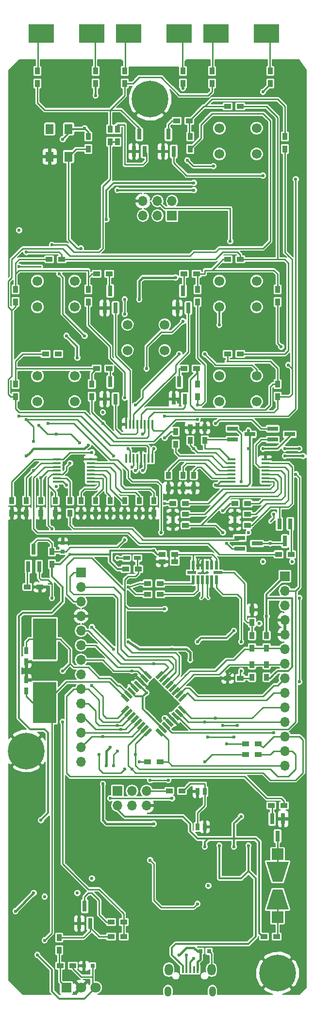
<source format=gbr>
G04 #@! TF.FileFunction,Copper,L1,Top,Signal*
%FSLAX46Y46*%
G04 Gerber Fmt 4.6, Leading zero omitted, Abs format (unit mm)*
G04 Created by KiCad (PCBNEW 4.0.7) date 07/30/18 15:36:35*
%MOMM*%
%LPD*%
G01*
G04 APERTURE LIST*
%ADD10C,0.100000*%
%ADD11R,0.760000X1.250000*%
%ADD12C,1.700000*%
%ADD13R,0.750000X0.800000*%
%ADD14R,0.750000X1.200000*%
%ADD15R,1.200000X0.750000*%
%ADD16R,0.800000X0.750000*%
%ADD17R,0.900000X1.200000*%
%ADD18R,1.200000X0.900000*%
%ADD19R,4.500000X3.300000*%
%ADD20R,0.550000X1.545000*%
%ADD21R,1.545000X0.550000*%
%ADD22R,1.700000X1.700000*%
%ADD23O,1.700000X1.700000*%
%ADD24R,0.450000X1.300000*%
%ADD25O,1.450000X2.000000*%
%ADD26O,1.150000X1.800000*%
%ADD27R,1.400000X1.800000*%
%ADD28R,1.998980X1.998980*%
%ADD29R,1.900000X0.800000*%
%ADD30R,0.800000X1.900000*%
%ADD31C,6.400000*%
%ADD32C,0.800000*%
%ADD33R,1.450000X0.450000*%
%ADD34R,0.450000X1.500000*%
%ADD35R,1.800000X1.800000*%
%ADD36C,1.800000*%
%ADD37R,4.100000X7.175000*%
%ADD38C,0.600000*%
%ADD39C,0.250000*%
%ADD40C,0.400000*%
%ADD41C,0.350000*%
%ADD42C,0.150000*%
G04 APERTURE END LIST*
D10*
D11*
X74930000Y-159920000D03*
X76200000Y-153770000D03*
X76200000Y-159920000D03*
X74930000Y-153770000D03*
D12*
X62715000Y-72335000D03*
X69215000Y-72335000D03*
X62715000Y-76835000D03*
X69215000Y-76835000D03*
D13*
X51435000Y-110375000D03*
X51435000Y-111875000D03*
D14*
X45085000Y-131125000D03*
X45085000Y-129225000D03*
X45085000Y-134305000D03*
X45085000Y-136205000D03*
D15*
X62550000Y-113030000D03*
X64450000Y-113030000D03*
D16*
X55130000Y-184150000D03*
X56630000Y-184150000D03*
X75450000Y-181610000D03*
X76950000Y-181610000D03*
D17*
X55880000Y-66210000D03*
X55880000Y-68410000D03*
X43180000Y-66210000D03*
X43180000Y-68410000D03*
D18*
X49065000Y-60960000D03*
X51265000Y-60960000D03*
D17*
X88900000Y-66210000D03*
X88900000Y-68410000D03*
X74930000Y-66210000D03*
X74930000Y-68410000D03*
D18*
X80180000Y-60960000D03*
X82380000Y-60960000D03*
D17*
X56515000Y-82720000D03*
X56515000Y-84920000D03*
X43180000Y-82720000D03*
X43180000Y-84920000D03*
D18*
X48430000Y-77470000D03*
X50630000Y-77470000D03*
D17*
X88900000Y-82720000D03*
X88900000Y-84920000D03*
X74930000Y-82720000D03*
X74930000Y-84920000D03*
D18*
X80180000Y-77470000D03*
X82380000Y-77470000D03*
D17*
X90170000Y-39540000D03*
X90170000Y-41740000D03*
X73660000Y-39540000D03*
X73660000Y-41740000D03*
D18*
X80180000Y-34290000D03*
X82380000Y-34290000D03*
D19*
X47670000Y-21590000D03*
X56470000Y-21590000D03*
X62910000Y-21590000D03*
X71710000Y-21590000D03*
X78150000Y-21590000D03*
X86950000Y-21590000D03*
D20*
X78200000Y-114270000D03*
X77400000Y-114270000D03*
X76600000Y-114270000D03*
X75800000Y-114270000D03*
X75000000Y-114270000D03*
X74200000Y-114270000D03*
X74200000Y-116865000D03*
X75000000Y-116865000D03*
X75800000Y-116865000D03*
X76600000Y-116865000D03*
X77400000Y-116865000D03*
X78200000Y-116865000D03*
D21*
X78497500Y-115570000D03*
X73902500Y-115570000D03*
D22*
X54610000Y-115570000D03*
D23*
X54610000Y-118110000D03*
X54610000Y-120650000D03*
X54610000Y-123190000D03*
X54610000Y-125730000D03*
X54610000Y-128270000D03*
X54610000Y-130810000D03*
X54610000Y-133350000D03*
X54610000Y-135890000D03*
X54610000Y-138430000D03*
X54610000Y-140970000D03*
X54610000Y-143510000D03*
X54610000Y-146050000D03*
X54610000Y-148590000D03*
D22*
X90170000Y-116205000D03*
D23*
X90170000Y-118745000D03*
X90170000Y-121285000D03*
X90170000Y-123825000D03*
X90170000Y-126365000D03*
X90170000Y-128905000D03*
X90170000Y-131445000D03*
X90170000Y-133985000D03*
X90170000Y-136525000D03*
X90170000Y-139065000D03*
X90170000Y-141605000D03*
X90170000Y-144145000D03*
X90170000Y-146685000D03*
X90170000Y-149225000D03*
D22*
X60960000Y-153670000D03*
D23*
X60960000Y-156210000D03*
X63500000Y-153670000D03*
X63500000Y-156210000D03*
X66040000Y-153670000D03*
X66040000Y-156210000D03*
D24*
X72360000Y-184790000D03*
X73010000Y-184790000D03*
X73660000Y-184790000D03*
X74310000Y-184790000D03*
X74960000Y-184790000D03*
D25*
X69935000Y-184840000D03*
X77385000Y-184840000D03*
D26*
X69785000Y-188640000D03*
X77535000Y-188640000D03*
D22*
X70485000Y-53340000D03*
D23*
X70485000Y-50800000D03*
X67945000Y-53340000D03*
X67945000Y-50800000D03*
X65405000Y-53340000D03*
X65405000Y-50800000D03*
D27*
X52450000Y-38240000D03*
X49150000Y-38240000D03*
X49150000Y-43040000D03*
X52450000Y-43040000D03*
D10*
G36*
X90849450Y-174343060D02*
X86950550Y-174343060D01*
X88050370Y-170842940D01*
X89749630Y-170842940D01*
X90849450Y-174343060D01*
X90849450Y-174343060D01*
G37*
G36*
X86950550Y-166016940D02*
X90849450Y-166016940D01*
X89749630Y-169517060D01*
X88050370Y-169517060D01*
X86950550Y-166016940D01*
X86950550Y-166016940D01*
G37*
D28*
X88900000Y-175681640D03*
X88900000Y-164678360D03*
D29*
X88035000Y-90490000D03*
X88035000Y-92390000D03*
X91035000Y-91440000D03*
D30*
X91120000Y-107085000D03*
X89220000Y-107085000D03*
X90170000Y-110085000D03*
D29*
X82320000Y-109540000D03*
X82320000Y-111440000D03*
X85320000Y-110490000D03*
X81050000Y-90490000D03*
X81050000Y-92390000D03*
X84050000Y-91440000D03*
D30*
X45405000Y-114530000D03*
X47305000Y-114530000D03*
X46355000Y-111530000D03*
X58740000Y-69445000D03*
X60640000Y-69445000D03*
X59690000Y-66445000D03*
X71440000Y-69445000D03*
X73340000Y-69445000D03*
X72390000Y-66445000D03*
X58740000Y-85320000D03*
X60640000Y-85320000D03*
X59690000Y-82320000D03*
X70805000Y-85320000D03*
X72705000Y-85320000D03*
X71755000Y-82320000D03*
X68900000Y-42140000D03*
X70800000Y-42140000D03*
X69850000Y-39140000D03*
X63820000Y-42140000D03*
X65720000Y-42140000D03*
X64770000Y-39140000D03*
X54295000Y-176760000D03*
X56195000Y-176760000D03*
X55245000Y-173760000D03*
X89850000Y-158520000D03*
X87950000Y-158520000D03*
X88900000Y-161520000D03*
D17*
X86995000Y-133815000D03*
X86995000Y-131615000D03*
X86995000Y-126535000D03*
X86995000Y-128735000D03*
D18*
X62400000Y-114935000D03*
X64600000Y-114935000D03*
X70020000Y-153670000D03*
X72220000Y-153670000D03*
X83355000Y-147320000D03*
X85555000Y-147320000D03*
X83355000Y-145415000D03*
X85555000Y-145415000D03*
X66210000Y-148590000D03*
X68410000Y-148590000D03*
D17*
X57150000Y-103040000D03*
X57150000Y-105240000D03*
X64770000Y-103040000D03*
X64770000Y-105240000D03*
X59690000Y-103040000D03*
X59690000Y-105240000D03*
X67310000Y-103040000D03*
X67310000Y-105240000D03*
D18*
X72855000Y-105410000D03*
X70655000Y-105410000D03*
X72855000Y-107315000D03*
X70655000Y-107315000D03*
D17*
X42545000Y-103040000D03*
X42545000Y-105240000D03*
X45085000Y-103040000D03*
X45085000Y-105240000D03*
X47625000Y-103040000D03*
X47625000Y-105240000D03*
X50165000Y-103040000D03*
X50165000Y-105240000D03*
X54610000Y-103040000D03*
X54610000Y-105240000D03*
X62230000Y-103040000D03*
X62230000Y-105240000D03*
X69850000Y-98595000D03*
X69850000Y-100795000D03*
X72390000Y-98595000D03*
X72390000Y-100795000D03*
D18*
X70655000Y-103505000D03*
X72855000Y-103505000D03*
X91270000Y-112395000D03*
X89070000Y-112395000D03*
D17*
X52705000Y-105240000D03*
X52705000Y-103040000D03*
X74295000Y-98595000D03*
X74295000Y-100795000D03*
X71120000Y-90975000D03*
X71120000Y-93175000D03*
D18*
X81450000Y-103505000D03*
X83650000Y-103505000D03*
X83650000Y-105410000D03*
X81450000Y-105410000D03*
X83650000Y-107315000D03*
X81450000Y-107315000D03*
D17*
X73660000Y-92540000D03*
X73660000Y-90340000D03*
X76200000Y-92540000D03*
X76200000Y-90340000D03*
D18*
X45255000Y-118110000D03*
X47455000Y-118110000D03*
D17*
X49530000Y-114130000D03*
X49530000Y-111930000D03*
D18*
X59520000Y-63500000D03*
X57320000Y-63500000D03*
X72560000Y-63500000D03*
X74760000Y-63500000D03*
X59520000Y-80010000D03*
X57320000Y-80010000D03*
X72560000Y-80010000D03*
X74760000Y-80010000D03*
X71290000Y-36830000D03*
X73490000Y-36830000D03*
X68750000Y-112395000D03*
X70950000Y-112395000D03*
X70950000Y-113665000D03*
X68750000Y-113665000D03*
X66210000Y-117475000D03*
X68410000Y-117475000D03*
X66210000Y-119380000D03*
X68410000Y-119380000D03*
D17*
X84455000Y-131615000D03*
X84455000Y-133815000D03*
D18*
X82380000Y-133985000D03*
X80180000Y-133985000D03*
D17*
X84455000Y-128735000D03*
X84455000Y-126535000D03*
X84455000Y-124290000D03*
X84455000Y-122090000D03*
X59690000Y-38270000D03*
X59690000Y-40470000D03*
X60960000Y-38270000D03*
X60960000Y-40470000D03*
X46990000Y-28110000D03*
X46990000Y-30310000D03*
X62230000Y-28110000D03*
X62230000Y-30310000D03*
X77470000Y-28110000D03*
X77470000Y-30310000D03*
X57150000Y-30310000D03*
X57150000Y-28110000D03*
X72390000Y-30310000D03*
X72390000Y-28110000D03*
X87630000Y-30310000D03*
X87630000Y-28110000D03*
D18*
X53170000Y-184150000D03*
X50970000Y-184150000D03*
D17*
X50800000Y-179240000D03*
X50800000Y-181440000D03*
D18*
X62060000Y-176530000D03*
X59860000Y-176530000D03*
X62060000Y-179070000D03*
X59860000Y-179070000D03*
X87800000Y-156210000D03*
X90000000Y-156210000D03*
X86530000Y-179070000D03*
X88730000Y-179070000D03*
D17*
X55880000Y-39540000D03*
X55880000Y-41740000D03*
D12*
X85240000Y-42600000D03*
X78740000Y-42600000D03*
X85240000Y-38100000D03*
X78740000Y-38100000D03*
X85240000Y-69270000D03*
X78740000Y-69270000D03*
X85240000Y-64770000D03*
X78740000Y-64770000D03*
X85240000Y-85780000D03*
X78740000Y-85780000D03*
X85240000Y-81280000D03*
X78740000Y-81280000D03*
X53490000Y-69270000D03*
X46990000Y-69270000D03*
X53490000Y-64770000D03*
X46990000Y-64770000D03*
X53490000Y-85780000D03*
X46990000Y-85780000D03*
X53490000Y-81280000D03*
X46990000Y-81280000D03*
D31*
X45085000Y-146685000D03*
D32*
X47485000Y-146685000D03*
X46782056Y-148382056D03*
X45085000Y-149085000D03*
X43387944Y-148382056D03*
X42685000Y-146685000D03*
X43387944Y-144987944D03*
X45085000Y-144285000D03*
X46782056Y-144987944D03*
D31*
X88900000Y-185420000D03*
D32*
X91300000Y-185420000D03*
X90597056Y-187117056D03*
X88900000Y-187820000D03*
X87202944Y-187117056D03*
X86500000Y-185420000D03*
X87202944Y-183722944D03*
X88900000Y-183020000D03*
X90597056Y-183722944D03*
D31*
X66675000Y-33020000D03*
D32*
X69075000Y-33020000D03*
X68372056Y-34717056D03*
X66675000Y-35420000D03*
X64977944Y-34717056D03*
X64275000Y-33020000D03*
X64977944Y-31322944D03*
X66675000Y-30620000D03*
X68372056Y-31322944D03*
D10*
G36*
X65524555Y-133073666D02*
X65913464Y-132684757D01*
X67044835Y-133816128D01*
X66655926Y-134205037D01*
X65524555Y-133073666D01*
X65524555Y-133073666D01*
G37*
G36*
X64958870Y-133639352D02*
X65347779Y-133250443D01*
X66479150Y-134381814D01*
X66090241Y-134770723D01*
X64958870Y-133639352D01*
X64958870Y-133639352D01*
G37*
G36*
X64393184Y-134205037D02*
X64782093Y-133816128D01*
X65913464Y-134947499D01*
X65524555Y-135336408D01*
X64393184Y-134205037D01*
X64393184Y-134205037D01*
G37*
G36*
X63827499Y-134770722D02*
X64216408Y-134381813D01*
X65347779Y-135513184D01*
X64958870Y-135902093D01*
X63827499Y-134770722D01*
X63827499Y-134770722D01*
G37*
G36*
X63261813Y-135336408D02*
X63650722Y-134947499D01*
X64782093Y-136078870D01*
X64393184Y-136467779D01*
X63261813Y-135336408D01*
X63261813Y-135336408D01*
G37*
G36*
X62696128Y-135902093D02*
X63085037Y-135513184D01*
X64216408Y-136644555D01*
X63827499Y-137033464D01*
X62696128Y-135902093D01*
X62696128Y-135902093D01*
G37*
G36*
X62130443Y-136467779D02*
X62519352Y-136078870D01*
X63650723Y-137210241D01*
X63261814Y-137599150D01*
X62130443Y-136467779D01*
X62130443Y-136467779D01*
G37*
G36*
X61564757Y-137033464D02*
X61953666Y-136644555D01*
X63085037Y-137775926D01*
X62696128Y-138164835D01*
X61564757Y-137033464D01*
X61564757Y-137033464D01*
G37*
G36*
X61953666Y-140215445D02*
X61564757Y-139826536D01*
X62696128Y-138695165D01*
X63085037Y-139084074D01*
X61953666Y-140215445D01*
X61953666Y-140215445D01*
G37*
G36*
X62519352Y-140781130D02*
X62130443Y-140392221D01*
X63261814Y-139260850D01*
X63650723Y-139649759D01*
X62519352Y-140781130D01*
X62519352Y-140781130D01*
G37*
G36*
X63085037Y-141346816D02*
X62696128Y-140957907D01*
X63827499Y-139826536D01*
X64216408Y-140215445D01*
X63085037Y-141346816D01*
X63085037Y-141346816D01*
G37*
G36*
X63650722Y-141912501D02*
X63261813Y-141523592D01*
X64393184Y-140392221D01*
X64782093Y-140781130D01*
X63650722Y-141912501D01*
X63650722Y-141912501D01*
G37*
G36*
X64216408Y-142478187D02*
X63827499Y-142089278D01*
X64958870Y-140957907D01*
X65347779Y-141346816D01*
X64216408Y-142478187D01*
X64216408Y-142478187D01*
G37*
G36*
X64782093Y-143043872D02*
X64393184Y-142654963D01*
X65524555Y-141523592D01*
X65913464Y-141912501D01*
X64782093Y-143043872D01*
X64782093Y-143043872D01*
G37*
G36*
X65347779Y-143609557D02*
X64958870Y-143220648D01*
X66090241Y-142089277D01*
X66479150Y-142478186D01*
X65347779Y-143609557D01*
X65347779Y-143609557D01*
G37*
G36*
X65913464Y-144175243D02*
X65524555Y-143786334D01*
X66655926Y-142654963D01*
X67044835Y-143043872D01*
X65913464Y-144175243D01*
X65913464Y-144175243D01*
G37*
G36*
X67575165Y-143043872D02*
X67964074Y-142654963D01*
X69095445Y-143786334D01*
X68706536Y-144175243D01*
X67575165Y-143043872D01*
X67575165Y-143043872D01*
G37*
G36*
X68140850Y-142478186D02*
X68529759Y-142089277D01*
X69661130Y-143220648D01*
X69272221Y-143609557D01*
X68140850Y-142478186D01*
X68140850Y-142478186D01*
G37*
G36*
X68706536Y-141912501D02*
X69095445Y-141523592D01*
X70226816Y-142654963D01*
X69837907Y-143043872D01*
X68706536Y-141912501D01*
X68706536Y-141912501D01*
G37*
G36*
X69272221Y-141346816D02*
X69661130Y-140957907D01*
X70792501Y-142089278D01*
X70403592Y-142478187D01*
X69272221Y-141346816D01*
X69272221Y-141346816D01*
G37*
G36*
X69837907Y-140781130D02*
X70226816Y-140392221D01*
X71358187Y-141523592D01*
X70969278Y-141912501D01*
X69837907Y-140781130D01*
X69837907Y-140781130D01*
G37*
G36*
X70403592Y-140215445D02*
X70792501Y-139826536D01*
X71923872Y-140957907D01*
X71534963Y-141346816D01*
X70403592Y-140215445D01*
X70403592Y-140215445D01*
G37*
G36*
X70969277Y-139649759D02*
X71358186Y-139260850D01*
X72489557Y-140392221D01*
X72100648Y-140781130D01*
X70969277Y-139649759D01*
X70969277Y-139649759D01*
G37*
G36*
X71534963Y-139084074D02*
X71923872Y-138695165D01*
X73055243Y-139826536D01*
X72666334Y-140215445D01*
X71534963Y-139084074D01*
X71534963Y-139084074D01*
G37*
G36*
X71923872Y-138164835D02*
X71534963Y-137775926D01*
X72666334Y-136644555D01*
X73055243Y-137033464D01*
X71923872Y-138164835D01*
X71923872Y-138164835D01*
G37*
G36*
X71358186Y-137599150D02*
X70969277Y-137210241D01*
X72100648Y-136078870D01*
X72489557Y-136467779D01*
X71358186Y-137599150D01*
X71358186Y-137599150D01*
G37*
G36*
X70792501Y-137033464D02*
X70403592Y-136644555D01*
X71534963Y-135513184D01*
X71923872Y-135902093D01*
X70792501Y-137033464D01*
X70792501Y-137033464D01*
G37*
G36*
X70226816Y-136467779D02*
X69837907Y-136078870D01*
X70969278Y-134947499D01*
X71358187Y-135336408D01*
X70226816Y-136467779D01*
X70226816Y-136467779D01*
G37*
G36*
X69661130Y-135902093D02*
X69272221Y-135513184D01*
X70403592Y-134381813D01*
X70792501Y-134770722D01*
X69661130Y-135902093D01*
X69661130Y-135902093D01*
G37*
G36*
X69095445Y-135336408D02*
X68706536Y-134947499D01*
X69837907Y-133816128D01*
X70226816Y-134205037D01*
X69095445Y-135336408D01*
X69095445Y-135336408D01*
G37*
G36*
X68529759Y-134770723D02*
X68140850Y-134381814D01*
X69272221Y-133250443D01*
X69661130Y-133639352D01*
X68529759Y-134770723D01*
X68529759Y-134770723D01*
G37*
G36*
X67964074Y-134205037D02*
X67575165Y-133816128D01*
X68706536Y-132684757D01*
X69095445Y-133073666D01*
X67964074Y-134205037D01*
X67964074Y-134205037D01*
G37*
D33*
X56290000Y-99740000D03*
X56290000Y-99090000D03*
X56290000Y-98440000D03*
X56290000Y-97790000D03*
X56290000Y-97140000D03*
X56290000Y-96490000D03*
X56290000Y-95840000D03*
X50390000Y-95840000D03*
X50390000Y-96490000D03*
X50390000Y-97140000D03*
X50390000Y-97790000D03*
X50390000Y-98440000D03*
X50390000Y-99090000D03*
X50390000Y-99740000D03*
X86770000Y-99740000D03*
X86770000Y-99090000D03*
X86770000Y-98440000D03*
X86770000Y-97790000D03*
X86770000Y-97140000D03*
X86770000Y-96490000D03*
X86770000Y-95840000D03*
X80870000Y-95840000D03*
X80870000Y-96490000D03*
X80870000Y-97140000D03*
X80870000Y-97790000D03*
X80870000Y-98440000D03*
X80870000Y-99090000D03*
X80870000Y-99740000D03*
D34*
X67045000Y-89760000D03*
X66395000Y-89760000D03*
X65745000Y-89760000D03*
X65095000Y-89760000D03*
X64445000Y-89760000D03*
X63795000Y-89760000D03*
X63145000Y-89760000D03*
X62495000Y-89760000D03*
X62495000Y-95660000D03*
X63145000Y-95660000D03*
X63795000Y-95660000D03*
X64445000Y-95660000D03*
X65095000Y-95660000D03*
X65745000Y-95660000D03*
X66395000Y-95660000D03*
X67045000Y-95660000D03*
D35*
X52070000Y-187960000D03*
D36*
X54610000Y-187960000D03*
X57150000Y-187960000D03*
D37*
X48260000Y-127177500D03*
X48260000Y-138252500D03*
D38*
X43815000Y-62230000D03*
X88265000Y-105410000D03*
X50292000Y-100584000D03*
X50292000Y-91440000D03*
X47244000Y-89916000D03*
X54356000Y-92964000D03*
X83820000Y-108585000D03*
X86360000Y-113665000D03*
X91440000Y-113665000D03*
X58420000Y-87630000D03*
X73152000Y-43688000D03*
X77724000Y-44704000D03*
X81280000Y-144272000D03*
X76708000Y-144272000D03*
X85725000Y-124460000D03*
X53975000Y-171450000D03*
X48260000Y-172085000D03*
X76835000Y-170180000D03*
X56515000Y-168910000D03*
X43815000Y-55880000D03*
X46990000Y-106680000D03*
X45085000Y-132715000D03*
X45720000Y-156845000D03*
X73660000Y-130810000D03*
X59055000Y-149225000D03*
X62865000Y-127635000D03*
X70485000Y-128905000D03*
X59690000Y-146050000D03*
X67310000Y-159385000D03*
X58420000Y-152400000D03*
X78105000Y-100330000D03*
X83820000Y-93980000D03*
X86360000Y-93980000D03*
X83820000Y-90805000D03*
X67310000Y-111760000D03*
X52070000Y-100330000D03*
X74930000Y-127635000D03*
X81280000Y-125730000D03*
X86995000Y-123190000D03*
X87630000Y-110490000D03*
X53975000Y-78105000D03*
X52070000Y-74295000D03*
X78740000Y-72390000D03*
X52705000Y-112395000D03*
X47625000Y-158750000D03*
X66040000Y-136525000D03*
X46990000Y-182245000D03*
X82525000Y-158115000D03*
X76200000Y-163365000D03*
X81280000Y-163365000D03*
X57150000Y-32385000D03*
X55245000Y-38100000D03*
X86360000Y-31750000D03*
X72390000Y-31115000D03*
X51435000Y-40005000D03*
X67310000Y-93980000D03*
X69215000Y-140970000D03*
X51435000Y-141605000D03*
X51435000Y-132715000D03*
X48260000Y-179705000D03*
X60960000Y-113030000D03*
X69215000Y-121920000D03*
X79375000Y-142240000D03*
X81915000Y-142240000D03*
X74930000Y-160020000D03*
X62230000Y-109855000D03*
X62865000Y-93980000D03*
X58420000Y-89535000D03*
X62230000Y-85090000D03*
X90805000Y-79375000D03*
X89535000Y-76200000D03*
X74930000Y-88900000D03*
X74930000Y-86360000D03*
X45085000Y-59690000D03*
X43815000Y-88265000D03*
X50800000Y-77470000D03*
X74295000Y-182880000D03*
X59055000Y-53975000D03*
X74295000Y-47625000D03*
X90170000Y-93980000D03*
X92710000Y-93980000D03*
X73010000Y-182260000D03*
X60960000Y-48895000D03*
X74295000Y-48895000D03*
X90170000Y-95250000D03*
X93345000Y-95250000D03*
X82550000Y-132715000D03*
X82550000Y-127635000D03*
X69215000Y-92075000D03*
X67310000Y-131445000D03*
X62865000Y-118110000D03*
X65405000Y-97790000D03*
X63500000Y-132715000D03*
X49530000Y-58420000D03*
X50800000Y-63500000D03*
X55245000Y-74295000D03*
X56515000Y-135255000D03*
X60960000Y-142240000D03*
X63500000Y-97155000D03*
X61595000Y-142875000D03*
X64135000Y-97790000D03*
X49530000Y-120015000D03*
X62230000Y-70485000D03*
X62230000Y-67945000D03*
X58420000Y-144145000D03*
X54610000Y-59055000D03*
X56515000Y-94615000D03*
X64135000Y-86360000D03*
X71755000Y-77470000D03*
X76200000Y-77470000D03*
X92075000Y-98425000D03*
X79375000Y-108585000D03*
X88265000Y-143510000D03*
X92710000Y-134620000D03*
X92710000Y-120015000D03*
X72855000Y-105410000D03*
X78105000Y-140970000D03*
X76200000Y-141605000D03*
X63500000Y-149860000D03*
X64135000Y-147320000D03*
X68580000Y-148590000D03*
X83820000Y-163195000D03*
X78740000Y-163195000D03*
X66040000Y-80010000D03*
X72390000Y-71755000D03*
X80645000Y-57785000D03*
X78105000Y-89535000D03*
X69215000Y-103505000D03*
X74295000Y-93980000D03*
X80010000Y-110490000D03*
X82550000Y-99695000D03*
X79375000Y-104775000D03*
X69215000Y-88265000D03*
X86360000Y-46355000D03*
X92075000Y-46990000D03*
X65405000Y-91440000D03*
X69850000Y-151765000D03*
X66675000Y-151765000D03*
X46355000Y-97790000D03*
X46355000Y-92710000D03*
X45085000Y-88900000D03*
X60325000Y-149225000D03*
X60325000Y-95250000D03*
X56515000Y-125095000D03*
X60325000Y-128905000D03*
X60960000Y-146685000D03*
X59690000Y-154940000D03*
X70485000Y-154940000D03*
X76200000Y-148590000D03*
X48895000Y-89535000D03*
X68580000Y-108585000D03*
X80010000Y-145415000D03*
X47625000Y-99060000D03*
X57785000Y-147320000D03*
X49530000Y-107950000D03*
X64770000Y-148590000D03*
X62230000Y-149860000D03*
X52705000Y-96520000D03*
X74930000Y-173355000D03*
X66675000Y-165735000D03*
X72136000Y-89916000D03*
X71628000Y-85852000D03*
X67310000Y-80010000D03*
X67945000Y-85090000D03*
X88265000Y-95250000D03*
X59436000Y-74676000D03*
X57912000Y-82296000D03*
X60960000Y-81788000D03*
X61976000Y-74676000D03*
X53848000Y-109728000D03*
X64008000Y-93980000D03*
X54864000Y-95504000D03*
X50800000Y-109220000D03*
X50800000Y-107188000D03*
X81280000Y-132588000D03*
X79375000Y-113665000D03*
X78105000Y-119380000D03*
X75565000Y-113030000D03*
X72390000Y-113665000D03*
X73025000Y-108585000D03*
X72390000Y-175260000D03*
X74295000Y-134620000D03*
X62865000Y-133985000D03*
X71755000Y-142240000D03*
X45085000Y-95250000D03*
X43180000Y-174625000D03*
X46355000Y-171450000D03*
X71755000Y-182245000D03*
X55880000Y-93345000D03*
X71120000Y-64135000D03*
X64770000Y-67945000D03*
D39*
X47625000Y-62230000D02*
X43815000Y-62230000D01*
X88265000Y-105410000D02*
X88265000Y-106045000D01*
X88265000Y-106045000D02*
X87630000Y-106680000D01*
X47244000Y-89916000D02*
X48768000Y-91440000D01*
X52832000Y-91440000D02*
X54356000Y-92964000D01*
X48768000Y-91440000D02*
X50292000Y-91440000D01*
X50292000Y-91440000D02*
X52832000Y-91440000D01*
X77724000Y-44704000D02*
X74168000Y-44704000D01*
X74168000Y-44704000D02*
X73152000Y-43688000D01*
X81280000Y-144272000D02*
X76708000Y-144272000D01*
D40*
X70485000Y-128905000D02*
X73025000Y-128905000D01*
X73660000Y-129540000D02*
X73660000Y-130810000D01*
X73025000Y-128905000D02*
X73660000Y-129540000D01*
X59690000Y-146050000D02*
X59055000Y-146685000D01*
X59055000Y-146685000D02*
X59055000Y-149225000D01*
X64770000Y-128905000D02*
X62865000Y-127635000D01*
X70485000Y-128905000D02*
X64770000Y-128905000D01*
X59055000Y-159385000D02*
X67310000Y-159385000D01*
X58420000Y-158750000D02*
X59055000Y-159385000D01*
X58420000Y-152400000D02*
X58420000Y-158750000D01*
D41*
X87165000Y-133985000D02*
X86995000Y-133815000D01*
X87630000Y-133985000D02*
X87165000Y-133985000D01*
X88265000Y-133350000D02*
X87630000Y-133985000D01*
X88900000Y-132715000D02*
X88265000Y-133350000D01*
X90805000Y-132715000D02*
X88900000Y-132715000D01*
X91440000Y-132080000D02*
X90805000Y-132715000D01*
X91440000Y-120015000D02*
X91440000Y-132080000D01*
X86995000Y-120015000D02*
X91440000Y-120015000D01*
X86995000Y-120015000D02*
X86995000Y-119380000D01*
X91035000Y-91440000D02*
X91035000Y-91845000D01*
X88900000Y-93980000D02*
X86360000Y-93980000D01*
X91035000Y-91845000D02*
X88900000Y-93980000D01*
X50390000Y-99740000D02*
X51480000Y-99740000D01*
X51480000Y-99740000D02*
X52070000Y-100330000D01*
X74930000Y-127635000D02*
X75565000Y-127000000D01*
X75565000Y-127000000D02*
X80010000Y-127000000D01*
X80010000Y-127000000D02*
X81280000Y-125730000D01*
X86995000Y-126535000D02*
X86995000Y-123190000D01*
X86995000Y-123190000D02*
X86995000Y-120015000D01*
X86995000Y-119380000D02*
X90170000Y-116205000D01*
X68750000Y-112395000D02*
X67945000Y-112395000D01*
X67310000Y-111760000D02*
X59690000Y-111760000D01*
X67945000Y-112395000D02*
X67310000Y-111760000D01*
X53975000Y-76200000D02*
X53975000Y-78105000D01*
X52070000Y-74295000D02*
X53975000Y-76200000D01*
X78740000Y-72390000D02*
X78740000Y-69270000D01*
X84050000Y-91440000D02*
X84050000Y-95885000D01*
X84050000Y-95885000D02*
X84050000Y-100100000D01*
X79009996Y-99695000D02*
X80825000Y-99695000D01*
X78239998Y-100464998D02*
X79009996Y-99695000D01*
X83685002Y-100464998D02*
X78239998Y-100464998D01*
X84050000Y-100100000D02*
X83685002Y-100464998D01*
X80825000Y-99695000D02*
X80870000Y-99740000D01*
X49530000Y-114130000D02*
X49530000Y-116205000D01*
X48895000Y-157480000D02*
X47625000Y-158750000D01*
X48895000Y-143510000D02*
X48895000Y-157480000D01*
X48260000Y-142875000D02*
X48895000Y-143510000D01*
X45720000Y-142875000D02*
X48260000Y-142875000D01*
X43815000Y-140970000D02*
X45720000Y-142875000D01*
X43815000Y-123190000D02*
X43815000Y-140970000D01*
X44450000Y-122555000D02*
X43815000Y-123190000D01*
X49530000Y-122555000D02*
X44450000Y-122555000D01*
X51435000Y-120650000D02*
X49530000Y-122555000D01*
X51435000Y-118110000D02*
X51435000Y-120650000D01*
X49530000Y-116205000D02*
X51435000Y-118110000D01*
X65405000Y-137160000D02*
X65405000Y-139353427D01*
X65405000Y-139353427D02*
X68900990Y-142849417D01*
X63456268Y-136273324D02*
X63456268Y-136481268D01*
X63456268Y-136481268D02*
X64135000Y-137160000D01*
X64135000Y-137160000D02*
X65405000Y-137160000D01*
X65405000Y-137160000D02*
X66040000Y-136525000D01*
X64587639Y-135141953D02*
X64656953Y-135141953D01*
X64656953Y-135141953D02*
X66040000Y-136525000D01*
X49530000Y-114130000D02*
X50970000Y-114130000D01*
X50970000Y-114130000D02*
X52705000Y-112395000D01*
X52705000Y-112395000D02*
X59690000Y-112395000D01*
X62400000Y-114935000D02*
X60960000Y-114935000D01*
X59690000Y-113665000D02*
X59690000Y-112395000D01*
X59690000Y-112395000D02*
X59690000Y-111760000D01*
X60960000Y-114935000D02*
X59690000Y-113665000D01*
X68580000Y-112395000D02*
X68750000Y-112395000D01*
X49530000Y-184785000D02*
X46990000Y-182245000D01*
X49530000Y-184785000D02*
X49530000Y-188595000D01*
X49530000Y-188595000D02*
X50800000Y-189865000D01*
X50800000Y-189865000D02*
X55245000Y-189865000D01*
X57150000Y-187960000D02*
X55245000Y-189865000D01*
X60960000Y-156210000D02*
X60960000Y-156845000D01*
X60960000Y-156845000D02*
X62230000Y-158115000D01*
X74930000Y-161925000D02*
X76835000Y-161925000D01*
X73660000Y-160655000D02*
X74930000Y-161925000D01*
X73660000Y-159385000D02*
X73660000Y-160655000D01*
X72390000Y-158115000D02*
X73660000Y-159385000D01*
X62230000Y-158115000D02*
X72390000Y-158115000D01*
X86530000Y-179070000D02*
X86360000Y-179070000D01*
X86360000Y-179070000D02*
X85725000Y-178435000D01*
X85725000Y-178435000D02*
X85725000Y-162560000D01*
X85725000Y-162560000D02*
X85090000Y-161925000D01*
X85090000Y-161925000D02*
X81280000Y-161925000D01*
X81280000Y-161925000D02*
X81280000Y-159360000D01*
X81280000Y-159360000D02*
X82525000Y-158115000D01*
X81280000Y-163365000D02*
X81280000Y-161925000D01*
X81280000Y-161925000D02*
X76835000Y-161925000D01*
X76835000Y-161925000D02*
X76200000Y-162560000D01*
X76200000Y-163195000D02*
X76200000Y-162560000D01*
X76200000Y-163195000D02*
X76200000Y-163365000D01*
X57150000Y-32385000D02*
X57150000Y-30310000D01*
X55245000Y-38100000D02*
X55245000Y-38240000D01*
X55245000Y-38240000D02*
X55245000Y-38100000D01*
X55245000Y-38100000D02*
X55245000Y-38240000D01*
X87630000Y-30310000D02*
X87630000Y-30480000D01*
X87630000Y-30480000D02*
X86360000Y-31750000D01*
X72390000Y-31115000D02*
X72390000Y-30310000D01*
X52450000Y-38240000D02*
X52450000Y-38990000D01*
X52450000Y-38990000D02*
X51435000Y-40005000D01*
X52450000Y-38240000D02*
X55245000Y-38240000D01*
X55245000Y-38240000D02*
X55385000Y-38240000D01*
X55880000Y-38735000D02*
X55880000Y-39540000D01*
X55385000Y-38240000D02*
X55880000Y-38735000D01*
D39*
X67045000Y-94245000D02*
X67045000Y-95660000D01*
X67310000Y-93980000D02*
X67045000Y-94245000D01*
X50165000Y-99695000D02*
X50390000Y-99740000D01*
X53170000Y-184150000D02*
X53170000Y-184615000D01*
X54610000Y-186055000D02*
X56630000Y-186055000D01*
X53170000Y-184615000D02*
X54610000Y-186055000D01*
X56630000Y-184150000D02*
X56630000Y-186055000D01*
X56630000Y-186055000D02*
X56630000Y-187440000D01*
X56630000Y-187440000D02*
X57150000Y-187960000D01*
X85320000Y-110490000D02*
X87630000Y-110490000D01*
X87630000Y-110490000D02*
X89765000Y-110490000D01*
X89765000Y-110490000D02*
X90170000Y-110085000D01*
X70032361Y-141718047D02*
X69963047Y-141718047D01*
X69963047Y-141718047D02*
X69215000Y-140970000D01*
X70032361Y-141718047D02*
X70032361Y-141787361D01*
X59690000Y-133985000D02*
X57785000Y-133985000D01*
X57785000Y-133985000D02*
X55880000Y-132080000D01*
X52705000Y-131445000D02*
X51435000Y-132715000D01*
X62060000Y-175090000D02*
X62060000Y-176530000D01*
X57785000Y-170815000D02*
X62060000Y-175090000D01*
X55880000Y-170815000D02*
X57785000Y-170815000D01*
X51435000Y-166370000D02*
X55880000Y-170815000D01*
X51435000Y-141605000D02*
X51435000Y-166370000D01*
X45085000Y-129225000D02*
X45085000Y-127635000D01*
X45542500Y-127177500D02*
X48260000Y-127177500D01*
X45085000Y-127635000D02*
X45542500Y-127177500D01*
X48260000Y-127177500D02*
X50977500Y-127177500D01*
X61306573Y-135255000D02*
X62890583Y-136839010D01*
X60960000Y-135255000D02*
X61306573Y-135255000D01*
X59690000Y-133985000D02*
X60960000Y-135255000D01*
X53340000Y-132080000D02*
X55880000Y-132080000D01*
X52705000Y-131445000D02*
X53340000Y-132080000D01*
X52705000Y-128905000D02*
X52705000Y-131445000D01*
X50977500Y-127177500D02*
X52705000Y-128905000D01*
X62060000Y-179070000D02*
X62060000Y-176530000D01*
X49530000Y-178435000D02*
X49530000Y-139522500D01*
X48260000Y-179705000D02*
X49530000Y-178435000D01*
X49530000Y-139522500D02*
X48260000Y-138252500D01*
X48260000Y-138252500D02*
X48437500Y-138252500D01*
X48437500Y-138252500D02*
X52070000Y-134620000D01*
X59540202Y-134620000D02*
X62324897Y-137404695D01*
X52070000Y-134620000D02*
X59540202Y-134620000D01*
X45085000Y-136205000D02*
X45085000Y-137160000D01*
X46177500Y-138252500D02*
X48260000Y-138252500D01*
X45085000Y-137160000D02*
X46177500Y-138252500D01*
X60960000Y-113030000D02*
X62550000Y-113030000D01*
X70032361Y-135141953D02*
X70032361Y-135072639D01*
X70032361Y-135072639D02*
X71755000Y-133350000D01*
X62230000Y-128270000D02*
X62230000Y-121285000D01*
X63500000Y-129540000D02*
X62230000Y-128270000D01*
X71120000Y-129540000D02*
X63500000Y-129540000D01*
X71755000Y-130175000D02*
X71120000Y-129540000D01*
X71755000Y-133350000D02*
X71755000Y-130175000D01*
X62865000Y-121920000D02*
X62230000Y-121285000D01*
X69215000Y-121920000D02*
X62865000Y-121920000D01*
X60960000Y-117475000D02*
X56515000Y-113030000D01*
X79375000Y-142240000D02*
X81915000Y-142240000D01*
X74930000Y-160020000D02*
X74930000Y-159920000D01*
X74930000Y-159920000D02*
X74930000Y-157480000D01*
X74930000Y-157480000D02*
X76200000Y-156210000D01*
X76200000Y-156210000D02*
X76200000Y-153770000D01*
X72220000Y-153670000D02*
X72390000Y-153670000D01*
X72390000Y-153670000D02*
X73660000Y-152400000D01*
X73660000Y-152400000D02*
X76200000Y-152400000D01*
X76200000Y-152400000D02*
X76200000Y-153770000D01*
X54610000Y-120650000D02*
X53340000Y-120650000D01*
X53340000Y-120650000D02*
X52070000Y-119380000D01*
X52070000Y-119380000D02*
X52070000Y-114300000D01*
X52070000Y-114300000D02*
X53340000Y-113030000D01*
X53340000Y-113030000D02*
X56515000Y-113030000D01*
X60960000Y-117475000D02*
X62230000Y-118745000D01*
X64450000Y-113030000D02*
X64450000Y-114785000D01*
X64450000Y-114785000D02*
X64600000Y-114935000D01*
X62230000Y-121285000D02*
X62230000Y-118745000D01*
X62230000Y-118745000D02*
X62230000Y-117475000D01*
X62230000Y-117475000D02*
X62230000Y-116840000D01*
X62230000Y-116840000D02*
X62865000Y-116205000D01*
X62865000Y-116205000D02*
X64135000Y-116205000D01*
X64135000Y-116205000D02*
X64600000Y-115740000D01*
X64600000Y-115740000D02*
X64600000Y-114935000D01*
X58420000Y-111125000D02*
X60960000Y-111125000D01*
X60960000Y-111125000D02*
X62230000Y-109855000D01*
X63145000Y-94260000D02*
X62865000Y-93980000D01*
X63145000Y-95660000D02*
X63145000Y-94260000D01*
X51955000Y-111875000D02*
X51435000Y-111875000D01*
X52705000Y-111125000D02*
X51955000Y-111875000D01*
X58420000Y-111125000D02*
X52705000Y-111125000D01*
X49530000Y-111930000D02*
X51380000Y-111930000D01*
X51380000Y-111930000D02*
X51435000Y-111875000D01*
X46355000Y-111530000D02*
X46355000Y-110490000D01*
X49530000Y-110490000D02*
X49530000Y-111930000D01*
X48895000Y-109855000D02*
X49530000Y-110490000D01*
X46990000Y-109855000D02*
X48895000Y-109855000D01*
X46355000Y-110490000D02*
X46990000Y-109855000D01*
X77385000Y-184840000D02*
X77385000Y-182045000D01*
X77385000Y-182045000D02*
X76950000Y-181610000D01*
X43180000Y-63500000D02*
X43815000Y-62865000D01*
X55880000Y-63500000D02*
X55880000Y-64135000D01*
X55880000Y-62865000D02*
X55880000Y-63500000D01*
X43815000Y-62865000D02*
X55880000Y-62865000D01*
X57320000Y-63500000D02*
X56515000Y-63500000D01*
X56515000Y-63500000D02*
X55880000Y-64135000D01*
X55880000Y-64135000D02*
X55880000Y-66210000D01*
X49065000Y-60960000D02*
X43815000Y-60960000D01*
X43180000Y-61595000D02*
X43180000Y-63500000D01*
X43180000Y-63500000D02*
X43180000Y-66210000D01*
X43815000Y-60960000D02*
X43180000Y-61595000D01*
X55880000Y-68410000D02*
X55880000Y-72390000D01*
X62230000Y-80645000D02*
X62230000Y-85090000D01*
X59690000Y-78105000D02*
X62230000Y-80645000D01*
X59690000Y-76200000D02*
X59690000Y-78105000D01*
X55880000Y-72390000D02*
X59690000Y-76200000D01*
X90170000Y-43180000D02*
X90170000Y-59690000D01*
X90170000Y-59690000D02*
X90805000Y-60325000D01*
X56515000Y-84920000D02*
X56515000Y-87630000D01*
X66395000Y-91720000D02*
X66395000Y-89760000D01*
X66040000Y-92075000D02*
X66395000Y-91720000D01*
X60960000Y-92075000D02*
X66040000Y-92075000D01*
X56515000Y-87630000D02*
X58420000Y-89535000D01*
X58420000Y-89535000D02*
X60960000Y-92075000D01*
X88900000Y-68410000D02*
X88900000Y-75565000D01*
X91440000Y-80010000D02*
X91440000Y-80645000D01*
X90805000Y-79375000D02*
X91440000Y-80010000D01*
X88900000Y-75565000D02*
X89535000Y-76200000D01*
X90975000Y-84920000D02*
X88900000Y-84920000D01*
X91440000Y-84455000D02*
X90975000Y-84920000D01*
X91440000Y-60960000D02*
X91440000Y-80645000D01*
X91440000Y-80645000D02*
X91440000Y-84455000D01*
X90805000Y-60325000D02*
X91440000Y-60960000D01*
X90170000Y-41740000D02*
X90170000Y-43180000D01*
X66395000Y-89760000D02*
X66395000Y-88545000D01*
X66395000Y-88545000D02*
X67310000Y-87630000D01*
X67310000Y-87630000D02*
X88265000Y-87630000D01*
X88265000Y-87630000D02*
X88900000Y-86995000D01*
X88900000Y-86995000D02*
X88900000Y-84920000D01*
X42545000Y-69850000D02*
X41910000Y-69215000D01*
X42545000Y-69850000D02*
X42545000Y-81280000D01*
X42545000Y-81280000D02*
X41910000Y-81915000D01*
X44450000Y-59055000D02*
X42545000Y-60960000D01*
X74295000Y-59690000D02*
X73660000Y-60325000D01*
X73660000Y-60325000D02*
X52705000Y-60325000D01*
X52705000Y-60325000D02*
X51435000Y-59055000D01*
X51435000Y-59055000D02*
X44450000Y-59055000D01*
X41910000Y-67945000D02*
X41910000Y-69215000D01*
X78105000Y-59690000D02*
X78740000Y-59055000D01*
X78740000Y-59055000D02*
X86360000Y-59055000D01*
X86360000Y-59055000D02*
X87630000Y-57785000D01*
X87630000Y-57785000D02*
X87630000Y-36830000D01*
X87630000Y-36830000D02*
X86360000Y-35560000D01*
X86360000Y-35560000D02*
X77470000Y-35560000D01*
X77470000Y-35560000D02*
X75565000Y-37465000D01*
X75565000Y-37465000D02*
X75565000Y-39835000D01*
X75565000Y-39835000D02*
X73660000Y-41740000D01*
X74295000Y-59690000D02*
X78105000Y-59690000D01*
X42545000Y-60960000D02*
X42545000Y-64135000D01*
X42545000Y-64135000D02*
X41910000Y-64770000D01*
X41910000Y-64770000D02*
X41910000Y-67945000D01*
X74930000Y-68410000D02*
X74930000Y-78105000D01*
X76200000Y-79375000D02*
X76200000Y-85725000D01*
X74930000Y-78105000D02*
X76200000Y-79375000D01*
X60325000Y-92710000D02*
X67310000Y-92710000D01*
X67045000Y-89760000D02*
X67045000Y-90540000D01*
X67310000Y-90805000D02*
X69215000Y-90805000D01*
X67045000Y-90540000D02*
X67310000Y-90805000D01*
X71120000Y-88900000D02*
X69850000Y-90170000D01*
X69850000Y-90170000D02*
X69215000Y-90805000D01*
X69215000Y-90805000D02*
X67310000Y-92710000D01*
X54610000Y-87630000D02*
X55245000Y-87630000D01*
X43180000Y-86995000D02*
X43180000Y-84920000D01*
X43815000Y-87630000D02*
X43180000Y-86995000D01*
X54610000Y-87630000D02*
X43815000Y-87630000D01*
X55245000Y-87630000D02*
X60325000Y-92710000D01*
X74930000Y-86360000D02*
X75565000Y-86360000D01*
X75565000Y-86360000D02*
X76200000Y-85725000D01*
X74930000Y-88900000D02*
X71120000Y-88900000D01*
X74930000Y-86360000D02*
X74930000Y-84920000D01*
X43180000Y-68410000D02*
X43180000Y-69215000D01*
X42375000Y-84920000D02*
X43180000Y-84920000D01*
X41910000Y-81915000D02*
X41910000Y-84455000D01*
X41910000Y-84455000D02*
X42375000Y-84920000D01*
X43180000Y-69215000D02*
X42545000Y-69850000D01*
X66395000Y-94615000D02*
X66395000Y-93700000D01*
X66395000Y-94615000D02*
X66395000Y-95660000D01*
X54610000Y-88265000D02*
X59690000Y-93345000D01*
X43815000Y-88265000D02*
X53340000Y-88265000D01*
X53340000Y-88265000D02*
X54610000Y-88265000D01*
X66395000Y-93700000D02*
X66040000Y-93345000D01*
X66040000Y-93345000D02*
X59690000Y-93345000D01*
X83185000Y-34290000D02*
X86995000Y-34290000D01*
X88900000Y-36195000D02*
X88900000Y-60960000D01*
X86995000Y-34290000D02*
X88900000Y-36195000D01*
X82380000Y-60960000D02*
X88900000Y-60960000D01*
X88900000Y-60960000D02*
X90170000Y-60960000D01*
X90170000Y-60960000D02*
X90805000Y-61595000D01*
X90805000Y-61595000D02*
X90805000Y-76835000D01*
X90805000Y-76835000D02*
X90170000Y-77470000D01*
X90170000Y-77470000D02*
X87630000Y-77470000D01*
X82380000Y-34290000D02*
X83185000Y-34290000D01*
X82380000Y-77470000D02*
X87630000Y-77470000D01*
X87630000Y-77470000D02*
X87630000Y-77470000D01*
X50630000Y-77470000D02*
X50800000Y-77470000D01*
X51265000Y-60960000D02*
X51265000Y-60155000D01*
X51265000Y-60155000D02*
X50800000Y-59690000D01*
X50800000Y-59690000D02*
X45085000Y-59690000D01*
X51265000Y-60960000D02*
X78105000Y-60960000D01*
X82380000Y-60155000D02*
X82380000Y-60960000D01*
X81915000Y-59690000D02*
X82380000Y-60155000D01*
X79375000Y-59690000D02*
X81915000Y-59690000D01*
X78105000Y-60960000D02*
X79375000Y-59690000D01*
X74930000Y-66210000D02*
X74930000Y-63670000D01*
X74930000Y-63670000D02*
X74760000Y-63500000D01*
X80180000Y-60960000D02*
X79375000Y-60960000D01*
X78740000Y-61595000D02*
X77470000Y-62865000D01*
X79375000Y-60960000D02*
X78740000Y-61595000D01*
X88900000Y-66210000D02*
X88900000Y-63500000D01*
X76200000Y-63500000D02*
X74760000Y-63500000D01*
X76200000Y-62865000D02*
X76200000Y-63500000D01*
X88265000Y-62865000D02*
X77470000Y-62865000D01*
X77470000Y-62865000D02*
X76200000Y-62865000D01*
X88900000Y-63500000D02*
X88265000Y-62865000D01*
X56515000Y-82720000D02*
X56515000Y-80815000D01*
X56515000Y-80815000D02*
X57320000Y-80010000D01*
X57320000Y-80010000D02*
X43180000Y-80010000D01*
X43180000Y-82720000D02*
X43180000Y-80010000D01*
X43180000Y-80010000D02*
X43180000Y-78740000D01*
X44450000Y-77470000D02*
X48430000Y-77470000D01*
X43180000Y-78740000D02*
X44450000Y-77470000D01*
X74760000Y-80010000D02*
X74760000Y-80815000D01*
X88095000Y-82720000D02*
X88900000Y-82720000D01*
X87630000Y-83185000D02*
X88095000Y-82720000D01*
X87630000Y-86360000D02*
X87630000Y-83185000D01*
X86810002Y-87179998D02*
X87630000Y-86360000D01*
X74479998Y-87179998D02*
X86810002Y-87179998D01*
X73660000Y-86360000D02*
X74479998Y-87179998D01*
X73660000Y-81915000D02*
X73660000Y-86360000D01*
X74760000Y-80815000D02*
X73660000Y-81915000D01*
X80180000Y-77470000D02*
X80180000Y-78740000D01*
X87630000Y-78740000D02*
X80010000Y-78740000D01*
X88900000Y-80010000D02*
X87630000Y-78740000D01*
X88900000Y-82720000D02*
X88900000Y-80010000D01*
X80180000Y-78740000D02*
X80010000Y-78740000D01*
X74930000Y-82720000D02*
X74930000Y-80180000D01*
X74930000Y-80180000D02*
X74760000Y-80010000D01*
X90170000Y-39540000D02*
X90170000Y-34290000D01*
X77470000Y-33020000D02*
X76200000Y-34290000D01*
X88900000Y-33020000D02*
X77470000Y-33020000D01*
X90170000Y-34290000D02*
X88900000Y-33020000D01*
X73490000Y-36830000D02*
X73490000Y-39370000D01*
X73490000Y-39370000D02*
X73660000Y-39540000D01*
X80180000Y-34290000D02*
X76200000Y-34290000D01*
X76200000Y-34290000D02*
X76030000Y-34290000D01*
X76030000Y-34290000D02*
X73490000Y-36830000D01*
X47070000Y-21590000D02*
X47070000Y-28030000D01*
X47070000Y-28030000D02*
X46990000Y-28110000D01*
X57070000Y-21590000D02*
X57070000Y-28030000D01*
X57070000Y-28030000D02*
X57150000Y-28110000D01*
X62310000Y-21590000D02*
X62310000Y-28030000D01*
X62310000Y-28030000D02*
X62230000Y-28110000D01*
X72310000Y-21590000D02*
X72310000Y-28030000D01*
X72310000Y-28030000D02*
X72390000Y-28110000D01*
X77550000Y-21590000D02*
X77550000Y-28030000D01*
X77550000Y-28030000D02*
X77470000Y-28110000D01*
X87550000Y-21590000D02*
X87550000Y-28030000D01*
X87550000Y-28030000D02*
X87630000Y-28110000D01*
D41*
X73660000Y-183515000D02*
X74295000Y-182880000D01*
X71755000Y-47625000D02*
X60325000Y-47625000D01*
X73660000Y-184790000D02*
X73660000Y-183515000D01*
X60325000Y-47625000D02*
X59055000Y-48895000D01*
X59055000Y-48895000D02*
X59055000Y-53975000D01*
X74295000Y-47625000D02*
X71755000Y-47625000D01*
X92710000Y-93980000D02*
X90170000Y-93980000D01*
X73010000Y-184790000D02*
X73010000Y-182260000D01*
X73010000Y-183515000D02*
X73010000Y-182260000D01*
X73010000Y-184790000D02*
X73010000Y-183515000D01*
X74295000Y-48895000D02*
X60960000Y-48895000D01*
X93345000Y-95250000D02*
X90170000Y-95250000D01*
D39*
X74295000Y-112395000D02*
X77470000Y-112395000D01*
X78200000Y-113125000D02*
X78200000Y-114470000D01*
X77470000Y-112395000D02*
X78200000Y-113125000D01*
X74200000Y-114470000D02*
X74200000Y-115472500D01*
X74200000Y-115472500D02*
X74102500Y-115570000D01*
X70950000Y-113665000D02*
X70950000Y-112395000D01*
X70950000Y-112395000D02*
X74295000Y-112395000D01*
X74200000Y-112490000D02*
X74200000Y-114470000D01*
X74295000Y-112395000D02*
X74200000Y-112490000D01*
X68410000Y-117475000D02*
X74295000Y-117475000D01*
X74295000Y-117475000D02*
X74200000Y-117380000D01*
X74200000Y-117380000D02*
X74200000Y-116665000D01*
X68410000Y-119380000D02*
X74295000Y-119380000D01*
X75000000Y-118675000D02*
X75000000Y-116665000D01*
X74295000Y-119380000D02*
X75000000Y-118675000D01*
X75800000Y-116665000D02*
X75800000Y-119780000D01*
X75800000Y-119780000D02*
X75565000Y-120015000D01*
X76600000Y-116665000D02*
X76600000Y-119780000D01*
X76600000Y-119780000D02*
X76835000Y-120015000D01*
X82380000Y-133985000D02*
X84285000Y-133985000D01*
X84285000Y-133985000D02*
X84455000Y-133815000D01*
X78200000Y-116665000D02*
X78200000Y-118205000D01*
X82380000Y-132885000D02*
X82380000Y-133985000D01*
X82550000Y-132715000D02*
X82380000Y-132885000D01*
X82550000Y-120015000D02*
X82550000Y-127635000D01*
X81915000Y-119380000D02*
X82550000Y-120015000D01*
X79375000Y-119380000D02*
X81915000Y-119380000D01*
X78200000Y-118205000D02*
X79375000Y-119380000D01*
X84455000Y-124290000D02*
X84455000Y-126535000D01*
X78297500Y-115570000D02*
X81280000Y-115570000D01*
X83650000Y-124290000D02*
X84455000Y-124290000D01*
X83185000Y-123825000D02*
X83650000Y-124290000D01*
X83185000Y-117475000D02*
X83185000Y-123825000D01*
X81280000Y-115570000D02*
X83185000Y-117475000D01*
X54610000Y-115570000D02*
X53340000Y-115570000D01*
X70669998Y-132241575D02*
X68900990Y-134010583D01*
X70669998Y-131629998D02*
X70669998Y-132241575D01*
X69850000Y-130810000D02*
X70669998Y-131629998D01*
X62230000Y-130810000D02*
X69850000Y-130810000D01*
X60960000Y-129540000D02*
X62230000Y-130810000D01*
X60960000Y-120015000D02*
X60960000Y-129540000D01*
X60325000Y-119380000D02*
X60960000Y-120015000D01*
X53340000Y-119380000D02*
X60325000Y-119380000D01*
X52705000Y-118745000D02*
X53340000Y-119380000D01*
X52705000Y-116205000D02*
X52705000Y-118745000D01*
X53340000Y-115570000D02*
X52705000Y-116205000D01*
X54610000Y-118110000D02*
X60325000Y-118110000D01*
X71120000Y-132922944D02*
X69466676Y-134576268D01*
X71120000Y-130810000D02*
X71120000Y-132922944D01*
X70485000Y-130175000D02*
X71120000Y-130810000D01*
X62865000Y-130175000D02*
X70485000Y-130175000D01*
X61595000Y-128905000D02*
X62865000Y-130175000D01*
X61595000Y-119380000D02*
X61595000Y-128905000D01*
X60325000Y-118110000D02*
X61595000Y-119380000D01*
X69466676Y-134576268D02*
X69466676Y-134368324D01*
X70315000Y-90975000D02*
X69215000Y-92075000D01*
X71120000Y-90975000D02*
X70315000Y-90975000D01*
X65405000Y-131445000D02*
X61595000Y-131445000D01*
X69215000Y-131445000D02*
X67310000Y-131445000D01*
X67310000Y-131445000D02*
X65405000Y-131445000D01*
X69850000Y-132080000D02*
X69215000Y-131445000D01*
X68485103Y-133444897D02*
X69850000Y-132080000D01*
X55880000Y-125730000D02*
X54610000Y-125730000D01*
X61595000Y-131445000D02*
X55880000Y-125730000D01*
X68335305Y-133444897D02*
X68485103Y-133444897D01*
X60960000Y-132080000D02*
X57150000Y-128270000D01*
X57150000Y-128270000D02*
X56515000Y-128270000D01*
X66210000Y-119380000D02*
X64135000Y-119380000D01*
X64770000Y-117475000D02*
X62865000Y-118110000D01*
X62865000Y-118110000D02*
X64135000Y-119380000D01*
X64770000Y-117475000D02*
X66210000Y-117475000D01*
X66284695Y-133444897D02*
X66134897Y-133444897D01*
X66134897Y-133444897D02*
X64770000Y-132080000D01*
X64770000Y-132080000D02*
X60960000Y-132080000D01*
X56515000Y-128270000D02*
X54610000Y-128270000D01*
X64135000Y-132715000D02*
X64423427Y-132715000D01*
X64423427Y-132715000D02*
X65719010Y-134010583D01*
X64135000Y-132715000D02*
X63500000Y-132715000D01*
X60325000Y-132715000D02*
X63500000Y-132715000D01*
X57785000Y-130810000D02*
X58420000Y-130810000D01*
X60325000Y-132715000D02*
X58420000Y-130810000D01*
X65405000Y-97790000D02*
X65745000Y-97450000D01*
X65745000Y-97450000D02*
X65745000Y-95660000D01*
X54610000Y-130810000D02*
X57785000Y-130810000D01*
X58420000Y-52705000D02*
X58420000Y-57150000D01*
X59690000Y-46990000D02*
X58420000Y-48260000D01*
X58420000Y-48260000D02*
X58420000Y-52705000D01*
X59690000Y-40470000D02*
X59690000Y-46990000D01*
X58420000Y-57785000D02*
X58420000Y-57150000D01*
X49530000Y-58420000D02*
X52070000Y-58420000D01*
X53340000Y-59690000D02*
X57785000Y-59690000D01*
X57785000Y-59690000D02*
X58420000Y-59055000D01*
X58420000Y-59055000D02*
X58420000Y-57785000D01*
X52070000Y-58420000D02*
X53340000Y-59690000D01*
X51435000Y-70485000D02*
X51435000Y-64135000D01*
X51435000Y-64135000D02*
X50800000Y-63500000D01*
X55245000Y-74295000D02*
X51435000Y-70485000D01*
X59690000Y-40470000D02*
X59690000Y-40640000D01*
X60960000Y-40470000D02*
X59690000Y-40470000D01*
X62324897Y-139455305D02*
X62324897Y-139605103D01*
X62324897Y-139605103D02*
X60960000Y-140970000D01*
X60960000Y-140970000D02*
X59055000Y-140970000D01*
X59055000Y-140970000D02*
X58420000Y-140335000D01*
X58420000Y-140335000D02*
X58420000Y-137160000D01*
X58420000Y-137160000D02*
X56515000Y-135255000D01*
X62865000Y-151130000D02*
X52705000Y-151130000D01*
X52070000Y-150495000D02*
X52070000Y-146050000D01*
X52705000Y-151130000D02*
X52070000Y-150495000D01*
X63500000Y-151130000D02*
X62865000Y-151130000D01*
X90000000Y-156210000D02*
X90000000Y-155405000D01*
X53340000Y-135890000D02*
X54610000Y-135890000D01*
X52070000Y-137160000D02*
X53340000Y-135890000D01*
X52070000Y-146050000D02*
X52070000Y-137160000D01*
X83185000Y-151130000D02*
X63500000Y-151130000D01*
X86995000Y-154940000D02*
X83185000Y-151130000D01*
X89535000Y-154940000D02*
X86995000Y-154940000D01*
X90000000Y-155405000D02*
X89535000Y-154940000D01*
X54610000Y-135890000D02*
X55880000Y-135890000D01*
X61306573Y-141605000D02*
X62890583Y-140020990D01*
X58420000Y-141605000D02*
X61306573Y-141605000D01*
X57785000Y-140970000D02*
X58420000Y-141605000D01*
X57785000Y-137795000D02*
X57785000Y-140970000D01*
X55880000Y-135890000D02*
X57785000Y-137795000D01*
X63795000Y-95660000D02*
X63795000Y-96860000D01*
X63795000Y-96860000D02*
X63500000Y-97155000D01*
X54610000Y-138430000D02*
X55880000Y-138430000D01*
X61802944Y-142240000D02*
X63456268Y-140586676D01*
X57785000Y-142240000D02*
X60960000Y-142240000D01*
X60960000Y-142240000D02*
X61802944Y-142240000D01*
X57150000Y-141605000D02*
X57785000Y-142240000D01*
X57150000Y-139700000D02*
X57150000Y-141605000D01*
X55880000Y-138430000D02*
X57150000Y-139700000D01*
X64445000Y-97480000D02*
X64135000Y-97790000D01*
X64445000Y-95660000D02*
X64445000Y-97480000D01*
X54610000Y-140970000D02*
X55245000Y-140970000D01*
X55245000Y-140970000D02*
X57150000Y-142875000D01*
X57150000Y-142875000D02*
X61595000Y-142875000D01*
X61595000Y-142875000D02*
X62299314Y-142875000D01*
X62299314Y-142875000D02*
X64021953Y-141152361D01*
X49530000Y-120015000D02*
X49530000Y-117475000D01*
X49530000Y-117475000D02*
X48895000Y-117475000D01*
X48895000Y-117475000D02*
X49530000Y-117475000D01*
X49530000Y-117475000D02*
X48895000Y-116840000D01*
X47305000Y-116520000D02*
X47305000Y-114530000D01*
X47625000Y-116840000D02*
X47305000Y-116520000D01*
X48895000Y-116840000D02*
X47625000Y-116840000D01*
X54610000Y-143510000D02*
X62795686Y-143510000D01*
X62795686Y-143510000D02*
X64587639Y-141718047D01*
X62230000Y-67945000D02*
X62230000Y-70485000D01*
X52450000Y-43040000D02*
X52450000Y-56895000D01*
X52450000Y-57530000D02*
X53975000Y-59055000D01*
X53975000Y-59055000D02*
X54610000Y-59055000D01*
X52450000Y-56895000D02*
X52450000Y-57530000D01*
X52210000Y-43040000D02*
X52450000Y-43040000D01*
X55880000Y-41740000D02*
X53750000Y-41740000D01*
X53750000Y-41740000D02*
X52450000Y-43040000D01*
X54610000Y-146050000D02*
X56515000Y-144145000D01*
X63500000Y-144145000D02*
X65153324Y-142491676D01*
X62865000Y-144145000D02*
X63500000Y-144145000D01*
X56515000Y-144145000D02*
X58420000Y-144145000D01*
X58420000Y-144145000D02*
X62865000Y-144145000D01*
X65153324Y-142491676D02*
X65153324Y-142283732D01*
X50390000Y-95840000D02*
X51480000Y-95840000D01*
X52705000Y-94615000D02*
X51816000Y-95504000D01*
X52705000Y-94615000D02*
X55880000Y-94615000D01*
X51480000Y-95840000D02*
X51816000Y-95504000D01*
X65405000Y-85090000D02*
X65405000Y-83820000D01*
X55880000Y-94615000D02*
X56515000Y-94615000D01*
X64135000Y-86360000D02*
X65405000Y-85090000D01*
X65405000Y-83820000D02*
X71755000Y-77470000D01*
X85240000Y-80160000D02*
X85240000Y-81280000D01*
X78105000Y-79375000D02*
X76200000Y-77470000D01*
X84455000Y-79375000D02*
X78105000Y-79375000D01*
X85240000Y-80160000D02*
X84455000Y-79375000D01*
X92710000Y-118110000D02*
X92710000Y-99060000D01*
X92710000Y-99060000D02*
X92075000Y-98425000D01*
X92075000Y-120015000D02*
X92075000Y-118745000D01*
X92710000Y-118110000D02*
X92075000Y-118745000D01*
X92075000Y-118745000D02*
X90170000Y-118745000D01*
X50390000Y-95840000D02*
X46400000Y-95840000D01*
X42545000Y-99695000D02*
X42545000Y-103040000D01*
X46400000Y-95840000D02*
X42545000Y-99695000D01*
X42545000Y-103040000D02*
X42715000Y-103040000D01*
X50345000Y-95885000D02*
X50390000Y-95840000D01*
X71163732Y-140586676D02*
X71371676Y-140586676D01*
X71371676Y-140586676D02*
X73660000Y-142875000D01*
X73660000Y-142875000D02*
X90805000Y-142875000D01*
X90805000Y-142875000D02*
X92075000Y-141605000D01*
X92075000Y-141605000D02*
X92075000Y-120015000D01*
X90805000Y-118745000D02*
X90170000Y-118745000D01*
X88265000Y-143510000D02*
X70485000Y-143510000D01*
X75565000Y-107315000D02*
X78105000Y-107315000D01*
X78105000Y-107315000D02*
X79375000Y-108585000D01*
X70485000Y-143510000D02*
X69466676Y-142491676D01*
X92710000Y-120015000D02*
X92710000Y-134620000D01*
X69466676Y-142491676D02*
X69466676Y-142283732D01*
X72855000Y-107315000D02*
X75565000Y-107315000D01*
X88900000Y-98425000D02*
X86785000Y-98425000D01*
X75565000Y-107315000D02*
X80645000Y-102235000D01*
X80645000Y-102235000D02*
X88900000Y-102235000D01*
X88900000Y-102235000D02*
X89535000Y-101600000D01*
X89535000Y-101600000D02*
X89535000Y-99060000D01*
X89535000Y-99060000D02*
X88900000Y-98425000D01*
X86785000Y-98425000D02*
X86770000Y-98440000D01*
X69466676Y-142283732D02*
X69466676Y-142491676D01*
X84285000Y-128905000D02*
X83185000Y-128905000D01*
X73025000Y-133350000D02*
X70667361Y-135707639D01*
X73660000Y-132715000D02*
X78105000Y-132715000D01*
X78105000Y-132715000D02*
X80010000Y-130810000D01*
X80010000Y-130810000D02*
X81280000Y-130810000D01*
X81280000Y-130810000D02*
X83185000Y-128905000D01*
X73025000Y-133350000D02*
X73660000Y-132715000D01*
X84285000Y-128905000D02*
X84455000Y-128735000D01*
X86995000Y-128735000D02*
X90000000Y-128735000D01*
X90000000Y-128735000D02*
X90170000Y-128905000D01*
X84455000Y-128735000D02*
X86995000Y-128735000D01*
X70598047Y-135707639D02*
X70667361Y-135707639D01*
X71163732Y-136273324D02*
X71371676Y-136273324D01*
X71371676Y-136273324D02*
X74295000Y-133350000D01*
X80475000Y-131615000D02*
X84455000Y-131615000D01*
X78740000Y-133350000D02*
X80475000Y-131615000D01*
X74295000Y-133350000D02*
X78740000Y-133350000D01*
X84455000Y-131615000D02*
X86995000Y-131615000D01*
X86995000Y-131615000D02*
X90000000Y-131615000D01*
X90000000Y-131615000D02*
X90170000Y-131445000D01*
X74930000Y-137160000D02*
X75565000Y-137160000D01*
X73486713Y-135716713D02*
X74930000Y-137160000D01*
X72851714Y-135716713D02*
X73486713Y-135716713D01*
X72851714Y-135716713D02*
X71729417Y-136839010D01*
X88900000Y-135255000D02*
X88265000Y-135255000D01*
X90170000Y-133985000D02*
X88900000Y-135255000D01*
X88265000Y-135255000D02*
X86360000Y-137160000D01*
X86360000Y-137160000D02*
X75565000Y-137160000D01*
X76200000Y-105410000D02*
X80010000Y-101600000D01*
X80010000Y-101600000D02*
X88265000Y-101600000D01*
X88265000Y-101600000D02*
X88900000Y-100965000D01*
X88900000Y-100965000D02*
X88900000Y-99695000D01*
X88900000Y-99695000D02*
X88295000Y-99090000D01*
X86770000Y-99090000D02*
X88295000Y-99090000D01*
X72855000Y-105410000D02*
X76200000Y-105410000D01*
X90170000Y-136525000D02*
X88265000Y-136525000D01*
X74444798Y-137795000D02*
X73174798Y-136525000D01*
X86995000Y-137795000D02*
X74444798Y-137795000D01*
X88265000Y-136525000D02*
X86995000Y-137795000D01*
X73174798Y-136525000D02*
X72295103Y-137404695D01*
X90170000Y-139065000D02*
X86360000Y-139065000D01*
X73809798Y-140970000D02*
X72295103Y-139455305D01*
X84455000Y-140970000D02*
X78105000Y-140970000D01*
X78105000Y-140970000D02*
X73809798Y-140970000D01*
X86360000Y-139065000D02*
X84455000Y-140970000D01*
X90170000Y-141605000D02*
X76200000Y-141605000D01*
X76200000Y-141605000D02*
X73313427Y-141605000D01*
X73313427Y-141605000D02*
X71729417Y-140020990D01*
X64135000Y-150495000D02*
X63500000Y-149860000D01*
X63500000Y-149860000D02*
X62865000Y-149225000D01*
X90170000Y-144145000D02*
X92710000Y-144145000D01*
X62865000Y-145703427D02*
X65719010Y-142849417D01*
X62865000Y-149225000D02*
X62865000Y-145703427D01*
X86360000Y-150495000D02*
X64135000Y-150495000D01*
X87630000Y-151765000D02*
X86360000Y-150495000D01*
X92075000Y-151765000D02*
X87630000Y-151765000D01*
X93345000Y-150495000D02*
X92075000Y-151765000D01*
X93345000Y-144780000D02*
X93345000Y-150495000D01*
X92710000Y-144145000D02*
X93345000Y-144780000D01*
X85555000Y-145415000D02*
X86360000Y-146050000D01*
X88265000Y-144145000D02*
X90170000Y-144145000D01*
X86360000Y-146050000D02*
X88265000Y-144145000D01*
X85555000Y-147320000D02*
X87630000Y-147320000D01*
X87630000Y-147320000D02*
X88265000Y-146685000D01*
X64135000Y-145415000D02*
X64135000Y-147320000D01*
X64135000Y-147320000D02*
X64135000Y-149225000D01*
X64135000Y-149225000D02*
X64770000Y-149860000D01*
X66284695Y-143415103D02*
X66134897Y-143415103D01*
X66134897Y-143415103D02*
X64135000Y-145415000D01*
X64770000Y-149860000D02*
X87630000Y-149860000D01*
X87630000Y-149860000D02*
X88900000Y-151130000D01*
X88900000Y-151130000D02*
X90805000Y-151130000D01*
X90805000Y-151130000D02*
X92075000Y-149860000D01*
X92075000Y-149860000D02*
X92075000Y-147320000D01*
X92075000Y-147320000D02*
X91440000Y-146685000D01*
X91440000Y-146685000D02*
X90170000Y-146685000D01*
X88265000Y-146685000D02*
X90170000Y-146685000D01*
X69850000Y-148590000D02*
X69850000Y-144780000D01*
X74295000Y-149225000D02*
X70485000Y-149225000D01*
X70485000Y-149225000D02*
X69850000Y-148590000D01*
X68580000Y-148590000D02*
X68410000Y-148590000D01*
X68410000Y-148590000D02*
X69850000Y-148590000D01*
X68335305Y-143415103D02*
X68485103Y-143415103D01*
X68485103Y-143415103D02*
X69850000Y-144780000D01*
X74295000Y-149225000D02*
X90170000Y-149225000D01*
X66040000Y-153670000D02*
X70020000Y-153670000D01*
D41*
X83820000Y-167640000D02*
X85090000Y-168910000D01*
X72360000Y-184120000D02*
X72360000Y-184790000D01*
X70485000Y-182245000D02*
X72360000Y-184120000D01*
X70485000Y-180975000D02*
X70485000Y-182245000D01*
X71120000Y-180340000D02*
X70485000Y-180975000D01*
X83820000Y-180340000D02*
X71120000Y-180340000D01*
X85090000Y-179070000D02*
X83820000Y-180340000D01*
X85090000Y-168910000D02*
X85090000Y-179070000D01*
X78740000Y-168910000D02*
X82550000Y-168910000D01*
X83820000Y-167640000D02*
X83820000Y-163195000D01*
X82550000Y-168910000D02*
X83820000Y-167640000D01*
X78740000Y-168910000D02*
X78740000Y-163195000D01*
D39*
X72390000Y-71755000D02*
X70485000Y-73660000D01*
X66040000Y-76200000D02*
X66040000Y-80010000D01*
X68580000Y-73660000D02*
X66040000Y-76200000D01*
X70485000Y-73660000D02*
X68580000Y-73660000D01*
X67945000Y-50800000D02*
X69215000Y-52070000D01*
X80645000Y-52070000D02*
X80645000Y-57785000D01*
X69215000Y-52070000D02*
X80645000Y-52070000D01*
X88900000Y-175181260D02*
X88900000Y-172593000D01*
X88900000Y-175181260D02*
X88900000Y-178900000D01*
X88900000Y-178900000D02*
X88730000Y-179070000D01*
X88900000Y-165178740D02*
X88900000Y-161520000D01*
X88900000Y-161520000D02*
X88900000Y-167767000D01*
X88035000Y-90490000D02*
X86045000Y-90490000D01*
X86045000Y-90490000D02*
X84455000Y-88900000D01*
X70655000Y-103505000D02*
X69215000Y-103505000D01*
X78740000Y-88900000D02*
X84455000Y-88900000D01*
X78105000Y-89535000D02*
X78740000Y-88900000D01*
X90170000Y-103505000D02*
X90805000Y-102870000D01*
X90805000Y-102870000D02*
X90805000Y-97790000D01*
X88035000Y-92390000D02*
X86045000Y-92390000D01*
X85710000Y-97140000D02*
X86770000Y-97140000D01*
X85090000Y-96520000D02*
X85710000Y-97140000D01*
X85090000Y-93345000D02*
X85090000Y-96520000D01*
X86045000Y-92390000D02*
X85090000Y-93345000D01*
X83650000Y-105410000D02*
X85090000Y-105410000D01*
X90170000Y-97155000D02*
X86785000Y-97155000D01*
X90805000Y-97790000D02*
X90170000Y-97155000D01*
X86995000Y-103505000D02*
X90170000Y-103505000D01*
X85090000Y-105410000D02*
X86995000Y-103505000D01*
X86785000Y-97155000D02*
X86770000Y-97140000D01*
X91270000Y-112395000D02*
X91270000Y-107235000D01*
X91270000Y-107235000D02*
X91120000Y-107085000D01*
X91120000Y-107000000D02*
X91120000Y-107085000D01*
X91120000Y-107085000D02*
X91120000Y-106365000D01*
X91440000Y-112565000D02*
X91270000Y-112395000D01*
X90805000Y-104140000D02*
X91440000Y-103505000D01*
X90805000Y-96520000D02*
X90805000Y-96490000D01*
X90775000Y-96490000D02*
X90805000Y-96520000D01*
X91440000Y-97155000D02*
X90775000Y-96490000D01*
X91440000Y-103505000D02*
X91440000Y-97155000D01*
X89220000Y-107085000D02*
X89220000Y-104140000D01*
X89220000Y-104140000D02*
X89535000Y-104140000D01*
X83650000Y-107315000D02*
X84455000Y-107315000D01*
X90805000Y-96490000D02*
X86770000Y-96490000D01*
X87630000Y-104140000D02*
X89535000Y-104140000D01*
X89535000Y-104140000D02*
X90805000Y-104140000D01*
X84455000Y-107315000D02*
X87630000Y-104140000D01*
X63500000Y-107950000D02*
X65405000Y-109855000D01*
X65405000Y-109855000D02*
X67310000Y-109855000D01*
X67310000Y-109855000D02*
X82005000Y-109855000D01*
X82005000Y-109855000D02*
X82320000Y-109540000D01*
X63500000Y-107950000D02*
X60325000Y-107950000D01*
X52705000Y-107315000D02*
X52705000Y-105240000D01*
X60325000Y-107950000D02*
X53340000Y-107950000D01*
X53340000Y-107950000D02*
X52705000Y-107315000D01*
X82320000Y-111440000D02*
X80960000Y-111440000D01*
X80960000Y-111440000D02*
X80010000Y-110490000D01*
X80870000Y-96490000D02*
X79980000Y-96490000D01*
X73660000Y-93345000D02*
X73660000Y-92540000D01*
X74930000Y-94615000D02*
X74295000Y-93980000D01*
X74295000Y-93980000D02*
X73660000Y-93345000D01*
X78105000Y-94615000D02*
X74930000Y-94615000D01*
X79980000Y-96490000D02*
X78105000Y-94615000D01*
X81050000Y-90490000D02*
X81600000Y-90490000D01*
X81600000Y-90490000D02*
X82550000Y-91440000D01*
X82550000Y-91440000D02*
X82550000Y-99695000D01*
X79375000Y-104775000D02*
X80645000Y-103505000D01*
X80645000Y-103505000D02*
X81450000Y-103505000D01*
X81050000Y-92390000D02*
X76685000Y-92390000D01*
X76685000Y-92390000D02*
X76200000Y-92540000D01*
X76200000Y-92540000D02*
X76200000Y-93980000D01*
X78740000Y-93980000D02*
X80600000Y-95840000D01*
X76200000Y-93980000D02*
X78740000Y-93980000D01*
X80600000Y-95840000D02*
X80870000Y-95840000D01*
X45255000Y-118110000D02*
X45255000Y-114680000D01*
X45255000Y-114680000D02*
X45405000Y-114530000D01*
X60640000Y-69445000D02*
X60640000Y-77785000D01*
X63145000Y-80290000D02*
X63145000Y-89760000D01*
X60640000Y-77785000D02*
X63145000Y-80290000D01*
X59520000Y-63500000D02*
X59520000Y-66275000D01*
X59520000Y-66275000D02*
X59690000Y-66445000D01*
X59690000Y-66445000D02*
X59690000Y-66040000D01*
X69215000Y-82550000D02*
X65405000Y-86360000D01*
X73340000Y-69445000D02*
X73340000Y-77155000D01*
X73340000Y-77155000D02*
X71120000Y-79375000D01*
X63795000Y-87970000D02*
X65405000Y-86360000D01*
X63795000Y-89760000D02*
X63795000Y-87970000D01*
X71120000Y-80645000D02*
X69850000Y-81915000D01*
X71120000Y-79375000D02*
X71120000Y-80645000D01*
X69215000Y-82550000D02*
X69850000Y-81915000D01*
X73340000Y-69445000D02*
X73340000Y-70170000D01*
X72560000Y-63500000D02*
X72560000Y-66275000D01*
X72560000Y-66275000D02*
X72390000Y-66445000D01*
X60640000Y-85320000D02*
X60640000Y-90485000D01*
X64445000Y-91130000D02*
X64445000Y-89760000D01*
X64135000Y-91440000D02*
X64445000Y-91130000D01*
X61595000Y-91440000D02*
X64135000Y-91440000D01*
X60640000Y-90485000D02*
X61595000Y-91440000D01*
X59690000Y-82320000D02*
X59690000Y-80180000D01*
X59690000Y-80180000D02*
X59520000Y-80010000D01*
X72705000Y-85320000D02*
X72705000Y-86680000D01*
X65095000Y-87940000D02*
X65095000Y-89760000D01*
X66040000Y-86995000D02*
X65095000Y-87940000D01*
X72390000Y-86995000D02*
X66040000Y-86995000D01*
X72705000Y-86680000D02*
X72390000Y-86995000D01*
X72560000Y-80010000D02*
X71755000Y-80010000D01*
X71755000Y-80010000D02*
X71755000Y-82320000D01*
X73025000Y-46355000D02*
X86360000Y-46355000D01*
X70800000Y-42140000D02*
X70800000Y-44130000D01*
X90805000Y-88265000D02*
X69215000Y-88265000D01*
X92075000Y-86995000D02*
X90805000Y-88265000D01*
X92075000Y-46990000D02*
X92075000Y-86995000D01*
X70800000Y-44130000D02*
X73025000Y-46355000D01*
X65745000Y-91100000D02*
X65745000Y-89760000D01*
X65405000Y-91440000D02*
X65745000Y-91100000D01*
X71290000Y-36830000D02*
X70485000Y-36830000D01*
X69850000Y-37465000D02*
X69850000Y-39140000D01*
X70485000Y-36830000D02*
X69850000Y-37465000D01*
X60960000Y-38270000D02*
X60960000Y-37465000D01*
X66040000Y-43815000D02*
X66040000Y-42460000D01*
X65405000Y-44450000D02*
X66040000Y-43815000D01*
X62230000Y-44450000D02*
X65405000Y-44450000D01*
X62230000Y-37465000D02*
X62230000Y-44450000D01*
X60960000Y-37465000D02*
X62230000Y-37465000D01*
X66040000Y-42460000D02*
X65720000Y-42140000D01*
X64770000Y-39140000D02*
X64770000Y-38100000D01*
X61595000Y-34925000D02*
X59690000Y-34925000D01*
X64770000Y-38100000D02*
X61595000Y-34925000D01*
X62230000Y-30310000D02*
X63670000Y-30310000D01*
X77470000Y-31750000D02*
X77470000Y-30310000D01*
X76835000Y-32385000D02*
X77470000Y-31750000D01*
X71755000Y-32385000D02*
X76835000Y-32385000D01*
X68580000Y-29210000D02*
X71755000Y-32385000D01*
X64770000Y-29210000D02*
X68580000Y-29210000D01*
X63670000Y-30310000D02*
X64770000Y-29210000D01*
X46990000Y-30310000D02*
X46990000Y-33655000D01*
X48260000Y-34925000D02*
X59690000Y-34925000D01*
X46990000Y-33655000D02*
X48260000Y-34925000D01*
X59690000Y-38270000D02*
X59690000Y-34925000D01*
X62230000Y-32385000D02*
X62230000Y-30310000D01*
X59690000Y-34925000D02*
X62230000Y-32385000D01*
X50800000Y-179240000D02*
X55075000Y-179240000D01*
X56195000Y-178120000D02*
X56195000Y-176760000D01*
X55075000Y-179240000D02*
X56195000Y-178120000D01*
X59860000Y-179070000D02*
X57785000Y-179070000D01*
X57785000Y-179070000D02*
X56195000Y-177480000D01*
X56195000Y-177480000D02*
X56195000Y-176760000D01*
X55245000Y-173760000D02*
X55245000Y-172085000D01*
X59055000Y-176530000D02*
X59860000Y-176530000D01*
X57785000Y-175260000D02*
X59055000Y-176530000D01*
X57785000Y-172720000D02*
X57785000Y-175260000D01*
X56515000Y-171450000D02*
X57785000Y-172720000D01*
X55880000Y-171450000D02*
X56515000Y-171450000D01*
X55245000Y-172085000D02*
X55880000Y-171450000D01*
X87950000Y-158520000D02*
X87950000Y-156360000D01*
X87950000Y-156360000D02*
X87800000Y-156210000D01*
X69850000Y-151765000D02*
X66675000Y-151765000D01*
X46355000Y-90424000D02*
X46355000Y-90170000D01*
X46355000Y-90170000D02*
X45085000Y-88900000D01*
X46355000Y-90424000D02*
X46355000Y-92710000D01*
X53975000Y-88900000D02*
X48260000Y-88900000D01*
X48260000Y-88900000D02*
X45085000Y-88900000D01*
X60325000Y-95250000D02*
X53975000Y-88900000D01*
X56515000Y-125095000D02*
X60325000Y-128905000D01*
X83355000Y-147320000D02*
X79375000Y-147320000D01*
X79375000Y-147320000D02*
X77470000Y-147320000D01*
X60325000Y-149225000D02*
X60325000Y-147320000D01*
X60325000Y-147320000D02*
X60960000Y-146685000D01*
X77470000Y-147320000D02*
X76200000Y-148590000D01*
X70485000Y-154940000D02*
X59690000Y-154940000D01*
X50390000Y-96490000D02*
X47655000Y-96490000D01*
X47655000Y-96490000D02*
X46355000Y-97790000D01*
X45085000Y-99060000D02*
X45085000Y-103040000D01*
X46355000Y-97790000D02*
X45085000Y-99060000D01*
X45085000Y-102870000D02*
X45085000Y-103040000D01*
X68580000Y-100965000D02*
X68580000Y-108585000D01*
X68580000Y-100965000D02*
X68580000Y-100330000D01*
X62865000Y-97790000D02*
X62865000Y-99060000D01*
X63500000Y-99695000D02*
X67945000Y-99695000D01*
X62865000Y-99060000D02*
X63500000Y-99695000D01*
X59690000Y-95885000D02*
X60960000Y-95885000D01*
X53340000Y-89535000D02*
X59690000Y-95885000D01*
X53340000Y-89535000D02*
X48895000Y-89535000D01*
X60960000Y-95885000D02*
X62865000Y-97790000D01*
X68580000Y-100330000D02*
X67945000Y-99695000D01*
X83355000Y-145415000D02*
X80010000Y-145415000D01*
X50390000Y-97790000D02*
X48895000Y-97790000D01*
X47625000Y-99060000D02*
X47625000Y-103040000D01*
X48895000Y-97790000D02*
X47625000Y-99060000D01*
X48895000Y-107315000D02*
X49530000Y-107950000D01*
X48895000Y-100330000D02*
X48895000Y-107315000D01*
X64770000Y-148590000D02*
X66210000Y-148590000D01*
X61595000Y-150495000D02*
X62230000Y-149860000D01*
X58420000Y-150495000D02*
X61595000Y-150495000D01*
X57785000Y-149860000D02*
X58420000Y-150495000D01*
X57785000Y-147320000D02*
X57785000Y-149860000D01*
X51420000Y-98440000D02*
X50390000Y-98440000D01*
X52705000Y-96520000D02*
X52070000Y-97155000D01*
X52070000Y-97155000D02*
X52070000Y-97790000D01*
X52070000Y-97790000D02*
X51420000Y-98440000D01*
X50390000Y-98440000D02*
X49515000Y-98440000D01*
X49515000Y-98440000D02*
X48895000Y-99060000D01*
X48895000Y-99060000D02*
X48895000Y-100330000D01*
X48895000Y-100330000D02*
X49530000Y-100965000D01*
X50165000Y-101600000D02*
X50165000Y-103040000D01*
X49530000Y-100965000D02*
X50165000Y-101600000D01*
X74295000Y-173990000D02*
X74930000Y-173355000D01*
X68580000Y-173990000D02*
X74295000Y-173990000D01*
X67310000Y-172720000D02*
X68580000Y-173990000D01*
X67310000Y-166370000D02*
X67310000Y-172720000D01*
X66675000Y-165735000D02*
X67310000Y-166370000D01*
X56290000Y-99090000D02*
X58390000Y-99090000D01*
X57150000Y-102235000D02*
X57150000Y-103040000D01*
X58420000Y-100965000D02*
X57150000Y-102235000D01*
X58420000Y-99120000D02*
X58420000Y-100965000D01*
X58390000Y-99090000D02*
X58420000Y-99120000D01*
X60642500Y-98107500D02*
X60642500Y-100647500D01*
X60642500Y-100647500D02*
X61595000Y-101600000D01*
X60642500Y-98107500D02*
X59675000Y-97140000D01*
X59690000Y-97155000D02*
X59690000Y-97140000D01*
X59675000Y-97140000D02*
X59690000Y-97155000D01*
X56290000Y-97140000D02*
X59690000Y-97140000D01*
X64770000Y-102235000D02*
X64770000Y-103040000D01*
X61595000Y-101600000D02*
X64135000Y-101600000D01*
X64135000Y-101600000D02*
X64770000Y-102235000D01*
X58420000Y-98440000D02*
X58435000Y-98440000D01*
X59055000Y-101600000D02*
X59690000Y-102235000D01*
X59055000Y-99060000D02*
X59055000Y-101600000D01*
X58435000Y-98440000D02*
X59055000Y-99060000D01*
X56290000Y-98440000D02*
X58420000Y-98440000D01*
X59690000Y-102235000D02*
X59690000Y-103040000D01*
X60325000Y-96490000D02*
X60325000Y-96520000D01*
X60325000Y-96520000D02*
X61595000Y-97790000D01*
X56290000Y-96490000D02*
X60325000Y-96490000D01*
X67310000Y-101600000D02*
X67310000Y-103040000D01*
X66675000Y-100965000D02*
X67310000Y-101600000D01*
X62230000Y-100965000D02*
X66675000Y-100965000D01*
X61595000Y-100330000D02*
X62230000Y-100965000D01*
X61595000Y-97790000D02*
X61595000Y-100330000D01*
X56290000Y-99740000D02*
X57740000Y-99740000D01*
X54610000Y-101600000D02*
X54610000Y-103040000D01*
X55245000Y-100965000D02*
X54610000Y-101600000D01*
X57150000Y-100965000D02*
X55245000Y-100965000D01*
X57785000Y-100330000D02*
X57150000Y-100965000D01*
X57785000Y-99785000D02*
X57785000Y-100330000D01*
X57740000Y-99740000D02*
X57785000Y-99785000D01*
X59055000Y-97790000D02*
X59690000Y-98425000D01*
X59690000Y-100965000D02*
X60325000Y-101600000D01*
X59690000Y-98425000D02*
X59690000Y-100965000D01*
X56290000Y-97790000D02*
X59055000Y-97790000D01*
X61765000Y-103040000D02*
X62230000Y-103040000D01*
X60325000Y-101600000D02*
X61765000Y-103040000D01*
X80870000Y-97790000D02*
X78740000Y-97790000D01*
X69850000Y-97790000D02*
X69850000Y-98595000D01*
X71755000Y-95885000D02*
X69850000Y-97790000D01*
X76835000Y-95885000D02*
X71755000Y-95885000D01*
X78740000Y-97790000D02*
X76835000Y-95885000D01*
X80870000Y-98440000D02*
X78120000Y-98440000D01*
X72390000Y-97155000D02*
X72390000Y-98595000D01*
X73025000Y-96520000D02*
X72390000Y-97155000D01*
X76200000Y-96520000D02*
X73025000Y-96520000D01*
X78120000Y-98440000D02*
X76200000Y-96520000D01*
X86770000Y-99740000D02*
X88220000Y-99740000D01*
X76835000Y-103505000D02*
X72855000Y-103505000D01*
X79375000Y-100965000D02*
X76835000Y-103505000D01*
X87630000Y-100965000D02*
X79375000Y-100965000D01*
X88265000Y-100330000D02*
X87630000Y-100965000D01*
X88265000Y-99785000D02*
X88265000Y-100330000D01*
X88220000Y-99740000D02*
X88265000Y-99785000D01*
X62865000Y-108585000D02*
X64770000Y-110490000D01*
X64770000Y-110490000D02*
X66675000Y-110490000D01*
X59690000Y-108585000D02*
X62865000Y-108585000D01*
X89070000Y-112395000D02*
X78740000Y-112395000D01*
X74930000Y-110490000D02*
X76835000Y-110490000D01*
X76835000Y-110490000D02*
X78740000Y-112395000D01*
X66675000Y-110490000D02*
X74930000Y-110490000D01*
X50390000Y-97140000D02*
X48275000Y-97140000D01*
X46990000Y-108585000D02*
X59690000Y-108585000D01*
X46355000Y-107950000D02*
X46990000Y-108585000D01*
X46355000Y-99060000D02*
X46355000Y-107950000D01*
X48275000Y-97140000D02*
X46355000Y-99060000D01*
X52705000Y-103040000D02*
X52705000Y-99695000D01*
X52100000Y-99090000D02*
X50390000Y-99090000D01*
X52705000Y-99695000D02*
X52100000Y-99090000D01*
X52735000Y-103010000D02*
X52705000Y-103040000D01*
X80870000Y-99090000D02*
X77500000Y-99090000D01*
X74295000Y-97790000D02*
X74295000Y-98595000D01*
X74930000Y-97155000D02*
X74295000Y-97790000D01*
X75565000Y-97155000D02*
X74930000Y-97155000D01*
X77500000Y-99090000D02*
X75565000Y-97155000D01*
X80870000Y-97140000D02*
X79360000Y-97140000D01*
X71120000Y-94615000D02*
X71120000Y-93175000D01*
X71755000Y-95250000D02*
X71120000Y-94615000D01*
X77470000Y-95250000D02*
X71755000Y-95250000D01*
X79360000Y-97140000D02*
X77470000Y-95250000D01*
X90170000Y-102235000D02*
X89535000Y-102870000D01*
X90170000Y-98425000D02*
X90170000Y-102235000D01*
X86770000Y-97790000D02*
X89535000Y-97790000D01*
X85725000Y-103505000D02*
X83650000Y-103505000D01*
X89535000Y-102870000D02*
X86360000Y-102870000D01*
X86360000Y-102870000D02*
X85725000Y-103505000D01*
X89535000Y-97790000D02*
X90170000Y-98425000D01*
X50970000Y-184150000D02*
X50970000Y-186860000D01*
X50970000Y-186860000D02*
X52070000Y-187960000D01*
X50800000Y-181440000D02*
X50800000Y-183980000D01*
X50800000Y-183980000D02*
X50970000Y-184150000D01*
X71096000Y-85320000D02*
X71628000Y-85852000D01*
X70805000Y-85320000D02*
X68175000Y-85320000D01*
X68175000Y-85320000D02*
X67945000Y-85090000D01*
X86770000Y-95840000D02*
X87675000Y-95840000D01*
X87675000Y-95840000D02*
X88265000Y-95250000D01*
X62495000Y-87387000D02*
X62495000Y-89760000D01*
X61468000Y-82296000D02*
X60960000Y-81788000D01*
X61468000Y-86360000D02*
X61468000Y-82296000D01*
X62495000Y-87387000D02*
X61468000Y-86360000D01*
X65095000Y-95660000D02*
X65095000Y-94559000D01*
X65095000Y-94559000D02*
X64516000Y-93980000D01*
X64516000Y-93980000D02*
X64008000Y-93980000D01*
X70805000Y-85320000D02*
X71096000Y-85320000D01*
X56290000Y-95840000D02*
X55200000Y-95840000D01*
X55200000Y-95840000D02*
X54864000Y-95504000D01*
X50800000Y-109220000D02*
X50292000Y-109728000D01*
X50431000Y-110375000D02*
X51435000Y-110375000D01*
X50292000Y-110236000D02*
X50431000Y-110375000D01*
X50292000Y-109728000D02*
X50292000Y-110236000D01*
X80180000Y-133985000D02*
X80180000Y-133688000D01*
X80180000Y-133688000D02*
X81280000Y-132588000D01*
X77400000Y-114470000D02*
X77400000Y-113468000D01*
X76962000Y-113030000D02*
X75565000Y-113030000D01*
X77400000Y-113468000D02*
X76962000Y-113030000D01*
X77400000Y-118675000D02*
X78105000Y-119380000D01*
X77400000Y-116665000D02*
X77400000Y-118675000D01*
X75000000Y-114470000D02*
X75000000Y-113595000D01*
X75000000Y-113595000D02*
X75565000Y-113030000D01*
X75800000Y-114470000D02*
X75800000Y-113265000D01*
X75800000Y-113265000D02*
X75565000Y-113030000D01*
X80180000Y-133985000D02*
X74930000Y-133985000D01*
X74930000Y-133985000D02*
X74295000Y-134620000D01*
X65153324Y-134576268D02*
X65153324Y-134368324D01*
X65153324Y-134368324D02*
X64770000Y-133985000D01*
X64770000Y-133985000D02*
X62865000Y-133985000D01*
X62865000Y-133985000D02*
X62865000Y-134620000D01*
X62865000Y-134620000D02*
X63952639Y-135707639D01*
X63952639Y-135707639D02*
X64021953Y-135707639D01*
X70598047Y-141152361D02*
X70667361Y-141152361D01*
X70667361Y-141152361D02*
X71755000Y-142240000D01*
D40*
X45720000Y-94615000D02*
X45085000Y-95250000D01*
X46355000Y-171450000D02*
X43180000Y-174625000D01*
X75450000Y-181610000D02*
X74930000Y-181610000D01*
X73025000Y-180975000D02*
X71755000Y-182245000D01*
X74295000Y-180975000D02*
X73025000Y-180975000D01*
X74930000Y-181610000D02*
X74295000Y-180975000D01*
X74960000Y-184790000D02*
X74960000Y-183485000D01*
X75450000Y-182995000D02*
X75450000Y-181610000D01*
X74960000Y-183485000D02*
X75450000Y-182995000D01*
X55880000Y-93345000D02*
X55245000Y-93980000D01*
X55245000Y-93980000D02*
X46355000Y-93980000D01*
X46355000Y-93980000D02*
X45720000Y-94615000D01*
X65405000Y-64135000D02*
X71120000Y-64135000D01*
X64770000Y-64770000D02*
X65405000Y-64135000D01*
X64770000Y-67945000D02*
X64770000Y-64770000D01*
D42*
G36*
X46620000Y-27178633D02*
X46540000Y-27178633D01*
X46419562Y-27201295D01*
X46308947Y-27272474D01*
X46234740Y-27381080D01*
X46208633Y-27510000D01*
X46208633Y-28710000D01*
X46231295Y-28830438D01*
X46302474Y-28941053D01*
X46411080Y-29015260D01*
X46540000Y-29041367D01*
X47440000Y-29041367D01*
X47560438Y-29018705D01*
X47671053Y-28947526D01*
X47745260Y-28838920D01*
X47771367Y-28710000D01*
X47771367Y-27510000D01*
X47748705Y-27389562D01*
X47677526Y-27278947D01*
X47568920Y-27204740D01*
X47520000Y-27194833D01*
X47520000Y-26110000D01*
X56620000Y-26110000D01*
X56620000Y-27193686D01*
X56579562Y-27201295D01*
X56468947Y-27272474D01*
X56394740Y-27381080D01*
X56368633Y-27510000D01*
X56368633Y-28710000D01*
X56391295Y-28830438D01*
X56462474Y-28941053D01*
X56571080Y-29015260D01*
X56700000Y-29041367D01*
X57600000Y-29041367D01*
X57720438Y-29018705D01*
X57831053Y-28947526D01*
X57905260Y-28838920D01*
X57931367Y-28710000D01*
X57931367Y-27510000D01*
X57908705Y-27389562D01*
X57837526Y-27278947D01*
X57728920Y-27204740D01*
X57600000Y-27178633D01*
X57520000Y-27178633D01*
X57520000Y-26110000D01*
X61563934Y-26110000D01*
X61860000Y-26406066D01*
X61860000Y-27178633D01*
X61780000Y-27178633D01*
X61659562Y-27201295D01*
X61548947Y-27272474D01*
X61474740Y-27381080D01*
X61448633Y-27510000D01*
X61448633Y-28710000D01*
X61471295Y-28830438D01*
X61542474Y-28941053D01*
X61651080Y-29015260D01*
X61780000Y-29041367D01*
X62680000Y-29041367D01*
X62800438Y-29018705D01*
X62911053Y-28947526D01*
X62985260Y-28838920D01*
X63011367Y-28710000D01*
X63011367Y-27510000D01*
X62988705Y-27389562D01*
X62982552Y-27380000D01*
X71635478Y-27380000D01*
X71634740Y-27381080D01*
X71608633Y-27510000D01*
X71608633Y-28710000D01*
X71631295Y-28830438D01*
X71702474Y-28941053D01*
X71811080Y-29015260D01*
X71940000Y-29041367D01*
X72840000Y-29041367D01*
X72960438Y-29018705D01*
X73071053Y-28947526D01*
X73145260Y-28838920D01*
X73171367Y-28710000D01*
X73171367Y-27510000D01*
X73148705Y-27389562D01*
X73077526Y-27278947D01*
X72968920Y-27204740D01*
X72840000Y-27178633D01*
X72760000Y-27178633D01*
X72760000Y-26406066D01*
X73056066Y-26110000D01*
X77100000Y-26110000D01*
X77100000Y-27178633D01*
X77020000Y-27178633D01*
X76899562Y-27201295D01*
X76788947Y-27272474D01*
X76714740Y-27381080D01*
X76688633Y-27510000D01*
X76688633Y-28710000D01*
X76711295Y-28830438D01*
X76782474Y-28941053D01*
X76891080Y-29015260D01*
X77020000Y-29041367D01*
X77920000Y-29041367D01*
X78040438Y-29018705D01*
X78151053Y-28947526D01*
X78225260Y-28838920D01*
X78251367Y-28710000D01*
X78251367Y-27510000D01*
X78228705Y-27389562D01*
X78157526Y-27278947D01*
X78048920Y-27204740D01*
X78000000Y-27194833D01*
X78000000Y-26110000D01*
X87100000Y-26110000D01*
X87100000Y-27193686D01*
X87059562Y-27201295D01*
X86948947Y-27272474D01*
X86874740Y-27381080D01*
X86848633Y-27510000D01*
X86848633Y-28710000D01*
X86871295Y-28830438D01*
X86942474Y-28941053D01*
X87051080Y-29015260D01*
X87180000Y-29041367D01*
X88080000Y-29041367D01*
X88200438Y-29018705D01*
X88311053Y-28947526D01*
X88385260Y-28838920D01*
X88411367Y-28710000D01*
X88411367Y-27510000D01*
X88388705Y-27389562D01*
X88317526Y-27278947D01*
X88208920Y-27204740D01*
X88080000Y-27178633D01*
X88000000Y-27178633D01*
X88000000Y-26110000D01*
X92669861Y-26110000D01*
X93905000Y-27962709D01*
X93905000Y-94968652D01*
X93875158Y-94896429D01*
X93699496Y-94720460D01*
X93469866Y-94625109D01*
X93221225Y-94624892D01*
X92991429Y-94719842D01*
X92961218Y-94750000D01*
X90553984Y-94750000D01*
X90524496Y-94720460D01*
X90294866Y-94625109D01*
X90046225Y-94624892D01*
X89816429Y-94719842D01*
X89640460Y-94895504D01*
X89545109Y-95125134D01*
X89544892Y-95373775D01*
X89639842Y-95603571D01*
X89815504Y-95779540D01*
X90045134Y-95874891D01*
X90293775Y-95875108D01*
X90523571Y-95780158D01*
X90553782Y-95750000D01*
X92961016Y-95750000D01*
X92990504Y-95779540D01*
X93220134Y-95874891D01*
X93468775Y-95875108D01*
X93698571Y-95780158D01*
X93874540Y-95604496D01*
X93905000Y-95531140D01*
X93905000Y-187928934D01*
X92678934Y-189155000D01*
X89782181Y-189155000D01*
X91019898Y-188642321D01*
X91394704Y-188167848D01*
X88900000Y-185673144D01*
X86405296Y-188167848D01*
X86780102Y-188642321D01*
X88043306Y-189155000D01*
X78401981Y-189155000D01*
X78435000Y-188988999D01*
X78435000Y-188291001D01*
X78366492Y-187946586D01*
X78171396Y-187654605D01*
X77879415Y-187459509D01*
X77535000Y-187391001D01*
X77190585Y-187459509D01*
X76898604Y-187654605D01*
X76703508Y-187946586D01*
X76635000Y-188291001D01*
X76635000Y-188988999D01*
X76668019Y-189155000D01*
X70651981Y-189155000D01*
X70685000Y-188988999D01*
X70685000Y-188291001D01*
X70616492Y-187946586D01*
X70421396Y-187654605D01*
X70129415Y-187459509D01*
X69785000Y-187391001D01*
X69440585Y-187459509D01*
X69148604Y-187654605D01*
X68953508Y-187946586D01*
X68885000Y-188291001D01*
X68885000Y-188988999D01*
X68918019Y-189155000D01*
X57465718Y-189155000D01*
X57843000Y-188999110D01*
X58187899Y-188654813D01*
X58374787Y-188204737D01*
X58375212Y-187717401D01*
X58189110Y-187267000D01*
X57844813Y-186922101D01*
X57394737Y-186735213D01*
X57080000Y-186734939D01*
X57080000Y-184846959D01*
X57150438Y-184833705D01*
X57261053Y-184762526D01*
X57335260Y-184653920D01*
X57358523Y-184539042D01*
X68885000Y-184539042D01*
X68885000Y-185140958D01*
X68964926Y-185542776D01*
X69192538Y-185883420D01*
X69533182Y-186111032D01*
X69935000Y-186190958D01*
X70336818Y-186111032D01*
X70449752Y-186035572D01*
X70475983Y-186167445D01*
X70633144Y-186402652D01*
X70868351Y-186559813D01*
X71145796Y-186615000D01*
X71174204Y-186615000D01*
X71451649Y-186559813D01*
X71686856Y-186402652D01*
X71844017Y-186167445D01*
X71899204Y-185890000D01*
X75420796Y-185890000D01*
X75475983Y-186167445D01*
X75633144Y-186402652D01*
X75868351Y-186559813D01*
X76145796Y-186615000D01*
X76174204Y-186615000D01*
X76451649Y-186559813D01*
X76686856Y-186402652D01*
X76844017Y-186167445D01*
X76870248Y-186035572D01*
X76983182Y-186111032D01*
X77385000Y-186190958D01*
X77786818Y-186111032D01*
X78127462Y-185883420D01*
X78355074Y-185542776D01*
X78435000Y-185140958D01*
X78435000Y-184694599D01*
X85111714Y-184694599D01*
X85122481Y-186199531D01*
X85677679Y-187539898D01*
X86152152Y-187914704D01*
X88646856Y-185420000D01*
X89153144Y-185420000D01*
X91647848Y-187914704D01*
X92122321Y-187539898D01*
X92688286Y-186145401D01*
X92677519Y-184640469D01*
X92122321Y-183300102D01*
X91647848Y-182925296D01*
X89153144Y-185420000D01*
X88646856Y-185420000D01*
X86152152Y-182925296D01*
X85677679Y-183300102D01*
X85111714Y-184694599D01*
X78435000Y-184694599D01*
X78435000Y-184539042D01*
X78355074Y-184137224D01*
X78127462Y-183796580D01*
X77835000Y-183601162D01*
X77835000Y-182672152D01*
X86405296Y-182672152D01*
X88900000Y-185166856D01*
X91394704Y-182672152D01*
X91019898Y-182197679D01*
X89625401Y-181631714D01*
X88120469Y-181642481D01*
X86780102Y-182197679D01*
X86405296Y-182672152D01*
X77835000Y-182672152D01*
X77835000Y-182045000D01*
X77800746Y-181872792D01*
X77703198Y-181726802D01*
X77681367Y-181704971D01*
X77681367Y-181235000D01*
X77658705Y-181114562D01*
X77587526Y-181003947D01*
X77478920Y-180929740D01*
X77350000Y-180903633D01*
X76550000Y-180903633D01*
X76429562Y-180926295D01*
X76318947Y-180997474D01*
X76244740Y-181106080D01*
X76218633Y-181235000D01*
X76218633Y-181985000D01*
X76241295Y-182105438D01*
X76312474Y-182216053D01*
X76421080Y-182290260D01*
X76550000Y-182316367D01*
X76935000Y-182316367D01*
X76935000Y-183601162D01*
X76642538Y-183796580D01*
X76414926Y-184137224D01*
X76335000Y-184539042D01*
X76335000Y-185140958D01*
X76346603Y-185199292D01*
X76174204Y-185165000D01*
X76145796Y-185165000D01*
X75868351Y-185220187D01*
X75633144Y-185377348D01*
X75475983Y-185612555D01*
X75420796Y-185890000D01*
X71899204Y-185890000D01*
X71844017Y-185612555D01*
X71686856Y-185377348D01*
X71451649Y-185220187D01*
X71174204Y-185165000D01*
X71145796Y-185165000D01*
X70973397Y-185199292D01*
X70985000Y-185140958D01*
X70985000Y-184539042D01*
X70905074Y-184137224D01*
X70677462Y-183796580D01*
X70336818Y-183568968D01*
X69935000Y-183489042D01*
X69533182Y-183568968D01*
X69192538Y-183796580D01*
X68964926Y-184137224D01*
X68885000Y-184539042D01*
X57358523Y-184539042D01*
X57361367Y-184525000D01*
X57361367Y-183775000D01*
X57338705Y-183654562D01*
X57267526Y-183543947D01*
X57158920Y-183469740D01*
X57030000Y-183443633D01*
X56230000Y-183443633D01*
X56109562Y-183466295D01*
X56049243Y-183505110D01*
X56024244Y-183444757D01*
X55860243Y-183280756D01*
X55645966Y-183192000D01*
X55454750Y-183192000D01*
X55309000Y-183337750D01*
X55309000Y-183971000D01*
X55329000Y-183971000D01*
X55329000Y-184329000D01*
X55309000Y-184329000D01*
X55309000Y-184962250D01*
X55454750Y-185108000D01*
X55645966Y-185108000D01*
X55860243Y-185019244D01*
X56024244Y-184855243D01*
X56049259Y-184794852D01*
X56101080Y-184830260D01*
X56180000Y-184846242D01*
X56180000Y-185605000D01*
X54796396Y-185605000D01*
X54012366Y-184820970D01*
X54075260Y-184728920D01*
X54101367Y-184600000D01*
X54101367Y-184474750D01*
X54147000Y-184474750D01*
X54147000Y-184640966D01*
X54235756Y-184855243D01*
X54399757Y-185019244D01*
X54614034Y-185108000D01*
X54805250Y-185108000D01*
X54951000Y-184962250D01*
X54951000Y-184329000D01*
X54292750Y-184329000D01*
X54147000Y-184474750D01*
X54101367Y-184474750D01*
X54101367Y-183700000D01*
X54093659Y-183659034D01*
X54147000Y-183659034D01*
X54147000Y-183825250D01*
X54292750Y-183971000D01*
X54951000Y-183971000D01*
X54951000Y-183337750D01*
X54805250Y-183192000D01*
X54614034Y-183192000D01*
X54399757Y-183280756D01*
X54235756Y-183444757D01*
X54147000Y-183659034D01*
X54093659Y-183659034D01*
X54078705Y-183579562D01*
X54007526Y-183468947D01*
X53898920Y-183394740D01*
X53770000Y-183368633D01*
X52570000Y-183368633D01*
X52449562Y-183391295D01*
X52338947Y-183462474D01*
X52264740Y-183571080D01*
X52238633Y-183700000D01*
X52238633Y-184600000D01*
X52261295Y-184720438D01*
X52332474Y-184831053D01*
X52441080Y-184905260D01*
X52570000Y-184931367D01*
X52850579Y-184931367D01*
X52851802Y-184933198D01*
X54291802Y-186373198D01*
X54437793Y-186470747D01*
X54492622Y-186481653D01*
X54198329Y-186505066D01*
X53872301Y-186640112D01*
X53778776Y-186875632D01*
X54610000Y-187706856D01*
X55441224Y-186875632D01*
X55347699Y-186640112D01*
X54930661Y-186505000D01*
X56180000Y-186505000D01*
X56180000Y-187197407D01*
X56112101Y-187265187D01*
X56029775Y-187463449D01*
X55929888Y-187222301D01*
X55694368Y-187128776D01*
X54863144Y-187960000D01*
X54877287Y-187974143D01*
X54624143Y-188227287D01*
X54610000Y-188213144D01*
X53778776Y-189044368D01*
X53822708Y-189155000D01*
X53111736Y-189155000D01*
X53201053Y-189097526D01*
X53275260Y-188988920D01*
X53301367Y-188860000D01*
X53301367Y-188702168D01*
X53525632Y-188791224D01*
X54356856Y-187960000D01*
X53525632Y-187128776D01*
X53301367Y-187217832D01*
X53301367Y-187060000D01*
X53278705Y-186939562D01*
X53207526Y-186828947D01*
X53098920Y-186754740D01*
X52970000Y-186728633D01*
X51475029Y-186728633D01*
X51420000Y-186673604D01*
X51420000Y-184931367D01*
X51570000Y-184931367D01*
X51690438Y-184908705D01*
X51801053Y-184837526D01*
X51875260Y-184728920D01*
X51901367Y-184600000D01*
X51901367Y-183700000D01*
X51878705Y-183579562D01*
X51807526Y-183468947D01*
X51698920Y-183394740D01*
X51570000Y-183368633D01*
X51250000Y-183368633D01*
X51250000Y-182371367D01*
X51370438Y-182348705D01*
X51481053Y-182277526D01*
X51555260Y-182168920D01*
X51581367Y-182040000D01*
X51581367Y-180840000D01*
X51558705Y-180719562D01*
X51487526Y-180608947D01*
X51378920Y-180534740D01*
X51250000Y-180508633D01*
X50350000Y-180508633D01*
X50229562Y-180531295D01*
X50118947Y-180602474D01*
X50044740Y-180711080D01*
X50018633Y-180840000D01*
X50018633Y-182040000D01*
X50041295Y-182160438D01*
X50112474Y-182271053D01*
X50221080Y-182345260D01*
X50350000Y-182371367D01*
X50350000Y-183372396D01*
X50249562Y-183391295D01*
X50138947Y-183462474D01*
X50064740Y-183571080D01*
X50038633Y-183700000D01*
X50038633Y-184600000D01*
X50061295Y-184720438D01*
X50132474Y-184831053D01*
X50241080Y-184905260D01*
X50370000Y-184931367D01*
X50520000Y-184931367D01*
X50520000Y-186860000D01*
X50554254Y-187032208D01*
X50573425Y-187060899D01*
X50651802Y-187178198D01*
X50838633Y-187365029D01*
X50838633Y-188860000D01*
X50861295Y-188980438D01*
X50932474Y-189091053D01*
X51026064Y-189155000D01*
X50797107Y-189155000D01*
X50030000Y-188387894D01*
X50030000Y-184785000D01*
X49991940Y-184593658D01*
X49973290Y-184565746D01*
X49883553Y-184431446D01*
X47615072Y-182162965D01*
X47615108Y-182121225D01*
X47520158Y-181891429D01*
X47344496Y-181715460D01*
X47114866Y-181620109D01*
X46866225Y-181619892D01*
X46636429Y-181714842D01*
X46460460Y-181890504D01*
X46365109Y-182120134D01*
X46364892Y-182368775D01*
X46459842Y-182598571D01*
X46635504Y-182774540D01*
X46865134Y-182869891D01*
X46907822Y-182869928D01*
X49030000Y-184992107D01*
X49030000Y-188595000D01*
X49050428Y-188697699D01*
X49068060Y-188786342D01*
X49176447Y-188948553D01*
X49382894Y-189155000D01*
X44481066Y-189155000D01*
X41985000Y-186658934D01*
X41985000Y-174748775D01*
X42554892Y-174748775D01*
X42649842Y-174978571D01*
X42825504Y-175154540D01*
X43055134Y-175249891D01*
X43303775Y-175250108D01*
X43533571Y-175155158D01*
X43709540Y-174979496D01*
X43804891Y-174749866D01*
X43804897Y-174742565D01*
X46338687Y-172208775D01*
X47634892Y-172208775D01*
X47729842Y-172438571D01*
X47905504Y-172614540D01*
X48135134Y-172709891D01*
X48383775Y-172710108D01*
X48613571Y-172615158D01*
X48789540Y-172439496D01*
X48884891Y-172209866D01*
X48885108Y-171961225D01*
X48790158Y-171731429D01*
X48614496Y-171555460D01*
X48384866Y-171460109D01*
X48136225Y-171459892D01*
X47906429Y-171554842D01*
X47730460Y-171730504D01*
X47635109Y-171960134D01*
X47634892Y-172208775D01*
X46338687Y-172208775D01*
X46472360Y-172075102D01*
X46478775Y-172075108D01*
X46708571Y-171980158D01*
X46884540Y-171804496D01*
X46979891Y-171574866D01*
X46980108Y-171326225D01*
X46885158Y-171096429D01*
X46709496Y-170920460D01*
X46479866Y-170825109D01*
X46231225Y-170824892D01*
X46001429Y-170919842D01*
X45825460Y-171095504D01*
X45730109Y-171325134D01*
X45730103Y-171332435D01*
X43062640Y-173999898D01*
X43056225Y-173999892D01*
X42826429Y-174094842D01*
X42650460Y-174270504D01*
X42555109Y-174500134D01*
X42554892Y-174748775D01*
X41985000Y-174748775D01*
X41985000Y-149432848D01*
X42590296Y-149432848D01*
X42965102Y-149907321D01*
X44359599Y-150473286D01*
X45864531Y-150462519D01*
X47204898Y-149907321D01*
X47579704Y-149432848D01*
X45085000Y-146938144D01*
X42590296Y-149432848D01*
X41985000Y-149432848D01*
X41985000Y-148901524D01*
X42337152Y-149179704D01*
X44831856Y-146685000D01*
X42337152Y-144190296D01*
X41985000Y-144468476D01*
X41985000Y-117660000D01*
X44323633Y-117660000D01*
X44323633Y-118560000D01*
X44346295Y-118680438D01*
X44417474Y-118791053D01*
X44526080Y-118865260D01*
X44655000Y-118891367D01*
X45855000Y-118891367D01*
X45975438Y-118868705D01*
X46086053Y-118797526D01*
X46160260Y-118688920D01*
X46186367Y-118560000D01*
X46186367Y-118434750D01*
X46272000Y-118434750D01*
X46272000Y-118675966D01*
X46360756Y-118890243D01*
X46524757Y-119054244D01*
X46739034Y-119143000D01*
X47130250Y-119143000D01*
X47276000Y-118997250D01*
X47276000Y-118289000D01*
X47634000Y-118289000D01*
X47634000Y-118997250D01*
X47779750Y-119143000D01*
X48170966Y-119143000D01*
X48385243Y-119054244D01*
X48549244Y-118890243D01*
X48638000Y-118675966D01*
X48638000Y-118434750D01*
X48492250Y-118289000D01*
X47634000Y-118289000D01*
X47276000Y-118289000D01*
X46417750Y-118289000D01*
X46272000Y-118434750D01*
X46186367Y-118434750D01*
X46186367Y-117660000D01*
X46163705Y-117539562D01*
X46092526Y-117428947D01*
X45983920Y-117354740D01*
X45855000Y-117328633D01*
X45705000Y-117328633D01*
X45705000Y-115811367D01*
X45805000Y-115811367D01*
X45925438Y-115788705D01*
X46036053Y-115717526D01*
X46110260Y-115608920D01*
X46136367Y-115480000D01*
X46136367Y-113580000D01*
X46113705Y-113459562D01*
X46042526Y-113348947D01*
X45933920Y-113274740D01*
X45805000Y-113248633D01*
X45005000Y-113248633D01*
X44884562Y-113271295D01*
X44773947Y-113342474D01*
X44699740Y-113451080D01*
X44673633Y-113580000D01*
X44673633Y-115480000D01*
X44696295Y-115600438D01*
X44767474Y-115711053D01*
X44805000Y-115736693D01*
X44805000Y-117328633D01*
X44655000Y-117328633D01*
X44534562Y-117351295D01*
X44423947Y-117422474D01*
X44349740Y-117531080D01*
X44323633Y-117660000D01*
X41985000Y-117660000D01*
X41985000Y-106423000D01*
X42220250Y-106423000D01*
X42366000Y-106277250D01*
X42366000Y-105419000D01*
X42724000Y-105419000D01*
X42724000Y-106277250D01*
X42869750Y-106423000D01*
X43110966Y-106423000D01*
X43325243Y-106334244D01*
X43489244Y-106170243D01*
X43578000Y-105955966D01*
X43578000Y-105564750D01*
X44052000Y-105564750D01*
X44052000Y-105955966D01*
X44140756Y-106170243D01*
X44304757Y-106334244D01*
X44519034Y-106423000D01*
X44760250Y-106423000D01*
X44906000Y-106277250D01*
X44906000Y-105419000D01*
X44197750Y-105419000D01*
X44052000Y-105564750D01*
X43578000Y-105564750D01*
X43432250Y-105419000D01*
X42724000Y-105419000D01*
X42366000Y-105419000D01*
X42346000Y-105419000D01*
X42346000Y-105061000D01*
X42366000Y-105061000D01*
X42366000Y-104202750D01*
X42724000Y-104202750D01*
X42724000Y-105061000D01*
X43432250Y-105061000D01*
X43578000Y-104915250D01*
X43578000Y-104524034D01*
X44052000Y-104524034D01*
X44052000Y-104915250D01*
X44197750Y-105061000D01*
X44906000Y-105061000D01*
X44906000Y-104202750D01*
X44760250Y-104057000D01*
X44519034Y-104057000D01*
X44304757Y-104145756D01*
X44140756Y-104309757D01*
X44052000Y-104524034D01*
X43578000Y-104524034D01*
X43489244Y-104309757D01*
X43325243Y-104145756D01*
X43110966Y-104057000D01*
X42869750Y-104057000D01*
X42724000Y-104202750D01*
X42366000Y-104202750D01*
X42220250Y-104057000D01*
X41985000Y-104057000D01*
X41985000Y-103949091D01*
X42095000Y-103971367D01*
X42995000Y-103971367D01*
X43115438Y-103948705D01*
X43226053Y-103877526D01*
X43300260Y-103768920D01*
X43326367Y-103640000D01*
X43326367Y-102440000D01*
X43303705Y-102319562D01*
X43232526Y-102208947D01*
X43123920Y-102134740D01*
X42995000Y-102108633D01*
X42995000Y-99881396D01*
X46586396Y-96290000D01*
X47218604Y-96290000D01*
X46343614Y-97164990D01*
X46231225Y-97164892D01*
X46001429Y-97259842D01*
X45825460Y-97435504D01*
X45730109Y-97665134D01*
X45730010Y-97778594D01*
X44766802Y-98741802D01*
X44669254Y-98887792D01*
X44635000Y-99060000D01*
X44635000Y-102108633D01*
X44514562Y-102131295D01*
X44403947Y-102202474D01*
X44329740Y-102311080D01*
X44303633Y-102440000D01*
X44303633Y-103640000D01*
X44326295Y-103760438D01*
X44397474Y-103871053D01*
X44506080Y-103945260D01*
X44635000Y-103971367D01*
X45535000Y-103971367D01*
X45655438Y-103948705D01*
X45766053Y-103877526D01*
X45840260Y-103768920D01*
X45866367Y-103640000D01*
X45866367Y-102440000D01*
X45843705Y-102319562D01*
X45772526Y-102208947D01*
X45663920Y-102134740D01*
X45535000Y-102108633D01*
X45535000Y-99246396D01*
X46031180Y-98750216D01*
X45939254Y-98887792D01*
X45905000Y-99060000D01*
X45905000Y-104185513D01*
X45865243Y-104145756D01*
X45650966Y-104057000D01*
X45409750Y-104057000D01*
X45264000Y-104202750D01*
X45264000Y-105061000D01*
X45284000Y-105061000D01*
X45284000Y-105419000D01*
X45264000Y-105419000D01*
X45264000Y-106277250D01*
X45409750Y-106423000D01*
X45650966Y-106423000D01*
X45865243Y-106334244D01*
X45905000Y-106294487D01*
X45905000Y-107950000D01*
X45939254Y-108122208D01*
X45992737Y-108202250D01*
X46036802Y-108268198D01*
X46671802Y-108903198D01*
X46817793Y-109000747D01*
X46990000Y-109035000D01*
X62678604Y-109035000D01*
X64451802Y-110808198D01*
X64597792Y-110905746D01*
X64770000Y-110940000D01*
X76648604Y-110940000D01*
X77779784Y-112071180D01*
X77779594Y-112071053D01*
X77642208Y-111979254D01*
X77470000Y-111945000D01*
X71881367Y-111945000D01*
X71858705Y-111824562D01*
X71787526Y-111713947D01*
X71678920Y-111639740D01*
X71550000Y-111613633D01*
X70350000Y-111613633D01*
X70229562Y-111636295D01*
X70118947Y-111707474D01*
X70044740Y-111816080D01*
X70018633Y-111945000D01*
X70018633Y-112845000D01*
X70041295Y-112965438D01*
X70082945Y-113030164D01*
X70044740Y-113086080D01*
X70018633Y-113215000D01*
X70018633Y-114115000D01*
X70041295Y-114235438D01*
X70112474Y-114346053D01*
X70221080Y-114420260D01*
X70350000Y-114446367D01*
X71550000Y-114446367D01*
X71670438Y-114423705D01*
X71781053Y-114352526D01*
X71855260Y-114243920D01*
X71881367Y-114115000D01*
X71881367Y-113215000D01*
X71858705Y-113094562D01*
X71817055Y-113029836D01*
X71855260Y-112973920D01*
X71881367Y-112845000D01*
X73750000Y-112845000D01*
X73750000Y-113223905D01*
X73693947Y-113259974D01*
X73619740Y-113368580D01*
X73593633Y-113497500D01*
X73593633Y-114963633D01*
X73130000Y-114963633D01*
X73009562Y-114986295D01*
X72898947Y-115057474D01*
X72824740Y-115166080D01*
X72798633Y-115295000D01*
X72798633Y-115845000D01*
X72821295Y-115965438D01*
X72892474Y-116076053D01*
X73001080Y-116150260D01*
X73130000Y-116176367D01*
X73593633Y-116176367D01*
X73593633Y-117025000D01*
X69341367Y-117025000D01*
X69318705Y-116904562D01*
X69247526Y-116793947D01*
X69138920Y-116719740D01*
X69010000Y-116693633D01*
X67810000Y-116693633D01*
X67689562Y-116716295D01*
X67578947Y-116787474D01*
X67504740Y-116896080D01*
X67478633Y-117025000D01*
X67478633Y-117925000D01*
X67501295Y-118045438D01*
X67572474Y-118156053D01*
X67681080Y-118230260D01*
X67810000Y-118256367D01*
X69010000Y-118256367D01*
X69130438Y-118233705D01*
X69241053Y-118162526D01*
X69315260Y-118053920D01*
X69341367Y-117925000D01*
X73770087Y-117925000D01*
X73796080Y-117942760D01*
X73925000Y-117968867D01*
X74475000Y-117968867D01*
X74550000Y-117954755D01*
X74550000Y-118488604D01*
X74108604Y-118930000D01*
X69341367Y-118930000D01*
X69318705Y-118809562D01*
X69247526Y-118698947D01*
X69138920Y-118624740D01*
X69010000Y-118598633D01*
X67810000Y-118598633D01*
X67689562Y-118621295D01*
X67578947Y-118692474D01*
X67504740Y-118801080D01*
X67478633Y-118930000D01*
X67478633Y-119830000D01*
X67501295Y-119950438D01*
X67572474Y-120061053D01*
X67681080Y-120135260D01*
X67810000Y-120161367D01*
X69010000Y-120161367D01*
X69130438Y-120138705D01*
X69241053Y-120067526D01*
X69315260Y-119958920D01*
X69341367Y-119830000D01*
X74295000Y-119830000D01*
X74467208Y-119795746D01*
X74613198Y-119698198D01*
X75318198Y-118993198D01*
X75350000Y-118945603D01*
X75350000Y-119593604D01*
X75246802Y-119696802D01*
X75149254Y-119842793D01*
X75115000Y-120015000D01*
X75149254Y-120187207D01*
X75246802Y-120333198D01*
X75392793Y-120430746D01*
X75565000Y-120465000D01*
X75737207Y-120430746D01*
X75883198Y-120333198D01*
X76118198Y-120098198D01*
X76200000Y-119975773D01*
X76281802Y-120098198D01*
X76516802Y-120333198D01*
X76662792Y-120430746D01*
X76835000Y-120465000D01*
X77007207Y-120430746D01*
X77153198Y-120333198D01*
X77250746Y-120187207D01*
X77285000Y-120015000D01*
X77250746Y-119842792D01*
X77153198Y-119696802D01*
X77050000Y-119593604D01*
X77050000Y-118220500D01*
X77116750Y-118220500D01*
X77262500Y-118074750D01*
X77262500Y-117044000D01*
X77206367Y-117044000D01*
X77206367Y-116686000D01*
X77262500Y-116686000D01*
X77262500Y-116666000D01*
X77537500Y-116666000D01*
X77537500Y-116686000D01*
X77593633Y-116686000D01*
X77593633Y-117044000D01*
X77537500Y-117044000D01*
X77537500Y-118074750D01*
X77683250Y-118220500D01*
X77753083Y-118220500D01*
X77784254Y-118377208D01*
X77868167Y-118502792D01*
X77881802Y-118523198D01*
X79056802Y-119698198D01*
X79202792Y-119795746D01*
X79375000Y-119830000D01*
X81728604Y-119830000D01*
X82100000Y-120201396D01*
X82100000Y-127201103D01*
X82020460Y-127280504D01*
X81925109Y-127510134D01*
X81924892Y-127758775D01*
X82019842Y-127988571D01*
X82195504Y-128164540D01*
X82425134Y-128259891D01*
X82673775Y-128260108D01*
X82903571Y-128165158D01*
X83079540Y-127989496D01*
X83174891Y-127759866D01*
X83175108Y-127511225D01*
X83080158Y-127281429D01*
X83000000Y-127201131D01*
X83000000Y-124276396D01*
X83331802Y-124608198D01*
X83477792Y-124705746D01*
X83650000Y-124740000D01*
X83673633Y-124740000D01*
X83673633Y-124890000D01*
X83696295Y-125010438D01*
X83767474Y-125121053D01*
X83876080Y-125195260D01*
X84005000Y-125221367D01*
X84005000Y-125603633D01*
X83884562Y-125626295D01*
X83773947Y-125697474D01*
X83699740Y-125806080D01*
X83673633Y-125935000D01*
X83673633Y-127135000D01*
X83696295Y-127255438D01*
X83767474Y-127366053D01*
X83876080Y-127440260D01*
X84005000Y-127466367D01*
X84905000Y-127466367D01*
X85025438Y-127443705D01*
X85136053Y-127372526D01*
X85210260Y-127263920D01*
X85236367Y-127135000D01*
X85236367Y-125935000D01*
X85213705Y-125814562D01*
X85142526Y-125703947D01*
X85033920Y-125629740D01*
X84905000Y-125603633D01*
X84905000Y-125221367D01*
X85025438Y-125198705D01*
X85136053Y-125127526D01*
X85210260Y-125018920D01*
X85236367Y-124890000D01*
X85236367Y-124855169D01*
X85370504Y-124989540D01*
X85600134Y-125084891D01*
X85848775Y-125085108D01*
X86078571Y-124990158D01*
X86254540Y-124814496D01*
X86349891Y-124584866D01*
X86350108Y-124336225D01*
X86255158Y-124106429D01*
X86079496Y-123930460D01*
X85849866Y-123835109D01*
X85601225Y-123834892D01*
X85371429Y-123929842D01*
X85236367Y-124064668D01*
X85236367Y-123690000D01*
X85213705Y-123569562D01*
X85142526Y-123458947D01*
X85033920Y-123384740D01*
X84905000Y-123358633D01*
X84005000Y-123358633D01*
X83884562Y-123381295D01*
X83773947Y-123452474D01*
X83699740Y-123561080D01*
X83675782Y-123679386D01*
X83635000Y-123638604D01*
X83635000Y-123144487D01*
X83674757Y-123184244D01*
X83889034Y-123273000D01*
X84130250Y-123273000D01*
X84276000Y-123127250D01*
X84276000Y-122269000D01*
X84634000Y-122269000D01*
X84634000Y-123127250D01*
X84779750Y-123273000D01*
X85020966Y-123273000D01*
X85235243Y-123184244D01*
X85399244Y-123020243D01*
X85488000Y-122805966D01*
X85488000Y-122414750D01*
X85342250Y-122269000D01*
X84634000Y-122269000D01*
X84276000Y-122269000D01*
X84256000Y-122269000D01*
X84256000Y-121911000D01*
X84276000Y-121911000D01*
X84276000Y-121052750D01*
X84634000Y-121052750D01*
X84634000Y-121911000D01*
X85342250Y-121911000D01*
X85488000Y-121765250D01*
X85488000Y-121374034D01*
X85399244Y-121159757D01*
X85235243Y-120995756D01*
X85020966Y-120907000D01*
X84779750Y-120907000D01*
X84634000Y-121052750D01*
X84276000Y-121052750D01*
X84130250Y-120907000D01*
X83889034Y-120907000D01*
X83674757Y-120995756D01*
X83635000Y-121035513D01*
X83635000Y-117475000D01*
X83600746Y-117302792D01*
X83503198Y-117156802D01*
X81598198Y-115251802D01*
X81573052Y-115235000D01*
X81452208Y-115154254D01*
X81280000Y-115120000D01*
X79543595Y-115120000D01*
X79507526Y-115063947D01*
X79398920Y-114989740D01*
X79270000Y-114963633D01*
X78806367Y-114963633D01*
X78806367Y-113788775D01*
X85734892Y-113788775D01*
X85829842Y-114018571D01*
X86005504Y-114194540D01*
X86235134Y-114289891D01*
X86483775Y-114290108D01*
X86713571Y-114195158D01*
X86889540Y-114019496D01*
X86984891Y-113789866D01*
X86985108Y-113541225D01*
X86890158Y-113311429D01*
X86714496Y-113135460D01*
X86484866Y-113040109D01*
X86236225Y-113039892D01*
X86006429Y-113134842D01*
X85830460Y-113310504D01*
X85735109Y-113540134D01*
X85734892Y-113788775D01*
X78806367Y-113788775D01*
X78806367Y-113497500D01*
X78783705Y-113377062D01*
X78712526Y-113266447D01*
X78650000Y-113223725D01*
X78650000Y-113125000D01*
X78615746Y-112952792D01*
X78518198Y-112806802D01*
X78430216Y-112718820D01*
X78567792Y-112810746D01*
X78740000Y-112845000D01*
X88138633Y-112845000D01*
X88161295Y-112965438D01*
X88232474Y-113076053D01*
X88341080Y-113150260D01*
X88470000Y-113176367D01*
X89670000Y-113176367D01*
X89790438Y-113153705D01*
X89901053Y-113082526D01*
X89975260Y-112973920D01*
X90001367Y-112845000D01*
X90001367Y-111945000D01*
X89978705Y-111824562D01*
X89907526Y-111713947D01*
X89798920Y-111639740D01*
X89670000Y-111613633D01*
X88470000Y-111613633D01*
X88349562Y-111636295D01*
X88238947Y-111707474D01*
X88164740Y-111816080D01*
X88138633Y-111945000D01*
X83580104Y-111945000D01*
X83601367Y-111840000D01*
X83601367Y-111040000D01*
X83578705Y-110919562D01*
X83507526Y-110808947D01*
X83398920Y-110734740D01*
X83270000Y-110708633D01*
X81370000Y-110708633D01*
X81249562Y-110731295D01*
X81138947Y-110802474D01*
X81065851Y-110909455D01*
X80635010Y-110478614D01*
X80635108Y-110366225D01*
X80609810Y-110305000D01*
X82005000Y-110305000D01*
X82174086Y-110271367D01*
X83270000Y-110271367D01*
X83390438Y-110248705D01*
X83501053Y-110177526D01*
X83560856Y-110090000D01*
X84038633Y-110090000D01*
X84038633Y-110890000D01*
X84061295Y-111010438D01*
X84132474Y-111121053D01*
X84241080Y-111195260D01*
X84370000Y-111221367D01*
X86270000Y-111221367D01*
X86390438Y-111198705D01*
X86501053Y-111127526D01*
X86575260Y-111018920D01*
X86591242Y-110940000D01*
X87196103Y-110940000D01*
X87275504Y-111019540D01*
X87505134Y-111114891D01*
X87753775Y-111115108D01*
X87983571Y-111020158D01*
X88063869Y-110940000D01*
X89438633Y-110940000D01*
X89438633Y-111035000D01*
X89461295Y-111155438D01*
X89532474Y-111266053D01*
X89641080Y-111340260D01*
X89770000Y-111366367D01*
X90570000Y-111366367D01*
X90690438Y-111343705D01*
X90801053Y-111272526D01*
X90820000Y-111244796D01*
X90820000Y-111613633D01*
X90670000Y-111613633D01*
X90549562Y-111636295D01*
X90438947Y-111707474D01*
X90364740Y-111816080D01*
X90338633Y-111945000D01*
X90338633Y-112845000D01*
X90361295Y-112965438D01*
X90432474Y-113076053D01*
X90541080Y-113150260D01*
X90670000Y-113176367D01*
X91044831Y-113176367D01*
X90910460Y-113310504D01*
X90815109Y-113540134D01*
X90814892Y-113788775D01*
X90909842Y-114018571D01*
X91085504Y-114194540D01*
X91315134Y-114289891D01*
X91563775Y-114290108D01*
X91793571Y-114195158D01*
X91969540Y-114019496D01*
X92064891Y-113789866D01*
X92065108Y-113541225D01*
X91970158Y-113311429D01*
X91835332Y-113176367D01*
X91870000Y-113176367D01*
X91990438Y-113153705D01*
X92101053Y-113082526D01*
X92175260Y-112973920D01*
X92201367Y-112845000D01*
X92201367Y-111945000D01*
X92178705Y-111824562D01*
X92107526Y-111713947D01*
X91998920Y-111639740D01*
X91870000Y-111613633D01*
X91720000Y-111613633D01*
X91720000Y-108292508D01*
X91751053Y-108272526D01*
X91825260Y-108163920D01*
X91851367Y-108035000D01*
X91851367Y-106135000D01*
X91828705Y-106014562D01*
X91757526Y-105903947D01*
X91648920Y-105829740D01*
X91520000Y-105803633D01*
X90720000Y-105803633D01*
X90599562Y-105826295D01*
X90488947Y-105897474D01*
X90414740Y-106006080D01*
X90388633Y-106135000D01*
X90388633Y-108035000D01*
X90411295Y-108155438D01*
X90482474Y-108266053D01*
X90591080Y-108340260D01*
X90720000Y-108366367D01*
X90820000Y-108366367D01*
X90820000Y-108923332D01*
X90807526Y-108903947D01*
X90698920Y-108829740D01*
X90570000Y-108803633D01*
X89770000Y-108803633D01*
X89649562Y-108826295D01*
X89538947Y-108897474D01*
X89464740Y-109006080D01*
X89438633Y-109135000D01*
X89438633Y-110040000D01*
X88063897Y-110040000D01*
X87984496Y-109960460D01*
X87754866Y-109865109D01*
X87506225Y-109864892D01*
X87276429Y-109959842D01*
X87196131Y-110040000D01*
X86591959Y-110040000D01*
X86578705Y-109969562D01*
X86507526Y-109858947D01*
X86398920Y-109784740D01*
X86270000Y-109758633D01*
X84370000Y-109758633D01*
X84249562Y-109781295D01*
X84138947Y-109852474D01*
X84064740Y-109961080D01*
X84038633Y-110090000D01*
X83560856Y-110090000D01*
X83575260Y-110068920D01*
X83601367Y-109940000D01*
X83601367Y-109170955D01*
X83695134Y-109209891D01*
X83943775Y-109210108D01*
X84173571Y-109115158D01*
X84349540Y-108939496D01*
X84444891Y-108709866D01*
X84445108Y-108461225D01*
X84350158Y-108231429D01*
X84215332Y-108096367D01*
X84250000Y-108096367D01*
X84370438Y-108073705D01*
X84481053Y-108002526D01*
X84555260Y-107893920D01*
X84581367Y-107765000D01*
X84581367Y-107739864D01*
X84627208Y-107730746D01*
X84773198Y-107633198D01*
X87816396Y-104590000D01*
X88770000Y-104590000D01*
X88770000Y-105031227D01*
X88619496Y-104880460D01*
X88389866Y-104785109D01*
X88141225Y-104784892D01*
X87911429Y-104879842D01*
X87735460Y-105055504D01*
X87640109Y-105285134D01*
X87639892Y-105533775D01*
X87734842Y-105763571D01*
X87815000Y-105843869D01*
X87815000Y-105858604D01*
X87311802Y-106361802D01*
X87214254Y-106507793D01*
X87180000Y-106680000D01*
X87214254Y-106852207D01*
X87311802Y-106998198D01*
X87457793Y-107095746D01*
X87630000Y-107130000D01*
X87802207Y-107095746D01*
X87948198Y-106998198D01*
X88488633Y-106457763D01*
X88488633Y-108035000D01*
X88511295Y-108155438D01*
X88582474Y-108266053D01*
X88691080Y-108340260D01*
X88820000Y-108366367D01*
X89620000Y-108366367D01*
X89740438Y-108343705D01*
X89851053Y-108272526D01*
X89925260Y-108163920D01*
X89951367Y-108035000D01*
X89951367Y-106135000D01*
X89928705Y-106014562D01*
X89857526Y-105903947D01*
X89748920Y-105829740D01*
X89670000Y-105813758D01*
X89670000Y-104590000D01*
X90805000Y-104590000D01*
X90977208Y-104555746D01*
X91123198Y-104458198D01*
X91758198Y-103823198D01*
X91855747Y-103677207D01*
X91890000Y-103505000D01*
X91890000Y-99024921D01*
X91950134Y-99049891D01*
X92063594Y-99049990D01*
X92260000Y-99246396D01*
X92260000Y-117923604D01*
X91888604Y-118295000D01*
X91278346Y-118295000D01*
X91023870Y-117914150D01*
X90642673Y-117659442D01*
X90193020Y-117570000D01*
X90146980Y-117570000D01*
X89697327Y-117659442D01*
X89316130Y-117914150D01*
X89061422Y-118295347D01*
X88971980Y-118745000D01*
X89061422Y-119194653D01*
X89275471Y-119515000D01*
X87567106Y-119515000D01*
X89695739Y-117386367D01*
X91020000Y-117386367D01*
X91140438Y-117363705D01*
X91251053Y-117292526D01*
X91325260Y-117183920D01*
X91351367Y-117055000D01*
X91351367Y-115355000D01*
X91328705Y-115234562D01*
X91257526Y-115123947D01*
X91148920Y-115049740D01*
X91020000Y-115023633D01*
X89320000Y-115023633D01*
X89199562Y-115046295D01*
X89088947Y-115117474D01*
X89014740Y-115226080D01*
X88988633Y-115355000D01*
X88988633Y-116679261D01*
X86641447Y-119026447D01*
X86533060Y-119188658D01*
X86495000Y-119380000D01*
X86495000Y-122806016D01*
X86465460Y-122835504D01*
X86370109Y-123065134D01*
X86369892Y-123313775D01*
X86464842Y-123543571D01*
X86495000Y-123573782D01*
X86495000Y-125613041D01*
X86424562Y-125626295D01*
X86313947Y-125697474D01*
X86239740Y-125806080D01*
X86213633Y-125935000D01*
X86213633Y-127135000D01*
X86236295Y-127255438D01*
X86307474Y-127366053D01*
X86416080Y-127440260D01*
X86545000Y-127466367D01*
X87445000Y-127466367D01*
X87565438Y-127443705D01*
X87676053Y-127372526D01*
X87750260Y-127263920D01*
X87776367Y-127135000D01*
X87776367Y-125935000D01*
X87753705Y-125814562D01*
X87682526Y-125703947D01*
X87573920Y-125629740D01*
X87495000Y-125613758D01*
X87495000Y-124224211D01*
X88793730Y-124224211D01*
X88914534Y-124515894D01*
X89274494Y-124943749D01*
X89565967Y-125095000D01*
X89274494Y-125246251D01*
X88914534Y-125674106D01*
X88793730Y-125965789D01*
X88895256Y-126186000D01*
X89991000Y-126186000D01*
X89991000Y-124004000D01*
X88895256Y-124004000D01*
X88793730Y-124224211D01*
X87495000Y-124224211D01*
X87495000Y-123573984D01*
X87524540Y-123544496D01*
X87619891Y-123314866D01*
X87620108Y-123066225D01*
X87525158Y-122836429D01*
X87495000Y-122806218D01*
X87495000Y-120515000D01*
X89275471Y-120515000D01*
X89061422Y-120835347D01*
X88971980Y-121285000D01*
X89061422Y-121734653D01*
X89316130Y-122115850D01*
X89697327Y-122370558D01*
X89990998Y-122428973D01*
X89990998Y-122548958D01*
X89770787Y-122448715D01*
X89274494Y-122706251D01*
X88914534Y-123134106D01*
X88793730Y-123425789D01*
X88895256Y-123646000D01*
X89991000Y-123646000D01*
X89991000Y-123626000D01*
X90349000Y-123626000D01*
X90349000Y-123646000D01*
X90369000Y-123646000D01*
X90369000Y-124004000D01*
X90349000Y-124004000D01*
X90349000Y-126186000D01*
X90369000Y-126186000D01*
X90369000Y-126544000D01*
X90349000Y-126544000D01*
X90349000Y-126564000D01*
X89991000Y-126564000D01*
X89991000Y-126544000D01*
X88895256Y-126544000D01*
X88793730Y-126764211D01*
X88914534Y-127055894D01*
X89274494Y-127483749D01*
X89770787Y-127741285D01*
X89990998Y-127641042D01*
X89990998Y-127761027D01*
X89697327Y-127819442D01*
X89316130Y-128074150D01*
X89175244Y-128285000D01*
X87776367Y-128285000D01*
X87776367Y-128135000D01*
X87753705Y-128014562D01*
X87682526Y-127903947D01*
X87573920Y-127829740D01*
X87445000Y-127803633D01*
X86545000Y-127803633D01*
X86424562Y-127826295D01*
X86313947Y-127897474D01*
X86239740Y-128006080D01*
X86213633Y-128135000D01*
X86213633Y-128285000D01*
X85236367Y-128285000D01*
X85236367Y-128135000D01*
X85213705Y-128014562D01*
X85142526Y-127903947D01*
X85033920Y-127829740D01*
X84905000Y-127803633D01*
X84005000Y-127803633D01*
X83884562Y-127826295D01*
X83773947Y-127897474D01*
X83699740Y-128006080D01*
X83673633Y-128135000D01*
X83673633Y-128455000D01*
X83185000Y-128455000D01*
X83012792Y-128489254D01*
X82902734Y-128562793D01*
X82866802Y-128586802D01*
X81093604Y-130360000D01*
X80010000Y-130360000D01*
X79837792Y-130394254D01*
X79744741Y-130456429D01*
X79691802Y-130491802D01*
X77918604Y-132265000D01*
X73660000Y-132265000D01*
X73487793Y-132299253D01*
X73341802Y-132396802D01*
X72078820Y-133659784D01*
X72170746Y-133522208D01*
X72205000Y-133350000D01*
X72205000Y-130175000D01*
X72187645Y-130087750D01*
X72170747Y-130002793D01*
X72073198Y-129856802D01*
X71646396Y-129430000D01*
X72807538Y-129430000D01*
X73135000Y-129757462D01*
X73135000Y-130450972D01*
X73130460Y-130455504D01*
X73035109Y-130685134D01*
X73034892Y-130933775D01*
X73129842Y-131163571D01*
X73305504Y-131339540D01*
X73535134Y-131434891D01*
X73783775Y-131435108D01*
X74013571Y-131340158D01*
X74189540Y-131164496D01*
X74284891Y-130934866D01*
X74285108Y-130686225D01*
X74190158Y-130456429D01*
X74185000Y-130451262D01*
X74185000Y-129540000D01*
X74145037Y-129339091D01*
X74031231Y-129168769D01*
X73396231Y-128533769D01*
X73225909Y-128419963D01*
X73025000Y-128380000D01*
X70844028Y-128380000D01*
X70839496Y-128375460D01*
X70609866Y-128280109D01*
X70361225Y-128279892D01*
X70131429Y-128374842D01*
X70126262Y-128380000D01*
X64928957Y-128380000D01*
X63997120Y-127758775D01*
X74304892Y-127758775D01*
X74399842Y-127988571D01*
X74575504Y-128164540D01*
X74805134Y-128259891D01*
X75053775Y-128260108D01*
X75283571Y-128165158D01*
X75459540Y-127989496D01*
X75554891Y-127759866D01*
X75554928Y-127717178D01*
X75772107Y-127500000D01*
X80010000Y-127500000D01*
X80201342Y-127461940D01*
X80363553Y-127353553D01*
X81362035Y-126355072D01*
X81403775Y-126355108D01*
X81633571Y-126260158D01*
X81809540Y-126084496D01*
X81904891Y-125854866D01*
X81905108Y-125606225D01*
X81810158Y-125376429D01*
X81634496Y-125200460D01*
X81404866Y-125105109D01*
X81156225Y-125104892D01*
X80926429Y-125199842D01*
X80750460Y-125375504D01*
X80655109Y-125605134D01*
X80655072Y-125647821D01*
X79802894Y-126500000D01*
X75565000Y-126500000D01*
X75373658Y-126538060D01*
X75339551Y-126560850D01*
X75211447Y-126646446D01*
X74847965Y-127009928D01*
X74806225Y-127009892D01*
X74576429Y-127104842D01*
X74400460Y-127280504D01*
X74305109Y-127510134D01*
X74304892Y-127758775D01*
X63997120Y-127758775D01*
X63438521Y-127386376D01*
X63395158Y-127281429D01*
X63219496Y-127105460D01*
X62989866Y-127010109D01*
X62741225Y-127009892D01*
X62680000Y-127035190D01*
X62680000Y-122327199D01*
X62692793Y-122335747D01*
X62865000Y-122370000D01*
X68781103Y-122370000D01*
X68860504Y-122449540D01*
X69090134Y-122544891D01*
X69338775Y-122545108D01*
X69568571Y-122450158D01*
X69744540Y-122274496D01*
X69839891Y-122044866D01*
X69840108Y-121796225D01*
X69745158Y-121566429D01*
X69569496Y-121390460D01*
X69339866Y-121295109D01*
X69091225Y-121294892D01*
X68861429Y-121389842D01*
X68781131Y-121470000D01*
X63051396Y-121470000D01*
X62680000Y-121098604D01*
X62680000Y-118709921D01*
X62740134Y-118734891D01*
X62853594Y-118734990D01*
X63816802Y-119698198D01*
X63962792Y-119795746D01*
X64135000Y-119830000D01*
X65278633Y-119830000D01*
X65301295Y-119950438D01*
X65372474Y-120061053D01*
X65481080Y-120135260D01*
X65610000Y-120161367D01*
X66810000Y-120161367D01*
X66930438Y-120138705D01*
X67041053Y-120067526D01*
X67115260Y-119958920D01*
X67141367Y-119830000D01*
X67141367Y-118930000D01*
X67118705Y-118809562D01*
X67047526Y-118698947D01*
X66938920Y-118624740D01*
X66810000Y-118598633D01*
X65610000Y-118598633D01*
X65489562Y-118621295D01*
X65378947Y-118692474D01*
X65304740Y-118801080D01*
X65278633Y-118930000D01*
X64321396Y-118930000D01*
X63698053Y-118306657D01*
X64843026Y-117925000D01*
X65278633Y-117925000D01*
X65301295Y-118045438D01*
X65372474Y-118156053D01*
X65481080Y-118230260D01*
X65610000Y-118256367D01*
X66810000Y-118256367D01*
X66930438Y-118233705D01*
X67041053Y-118162526D01*
X67115260Y-118053920D01*
X67141367Y-117925000D01*
X67141367Y-117025000D01*
X67118705Y-116904562D01*
X67047526Y-116793947D01*
X66938920Y-116719740D01*
X66810000Y-116693633D01*
X65610000Y-116693633D01*
X65489562Y-116716295D01*
X65378947Y-116787474D01*
X65304740Y-116896080D01*
X65278633Y-117025000D01*
X64770000Y-117025000D01*
X64699254Y-117039072D01*
X64627697Y-117048093D01*
X63135381Y-117545532D01*
X62989866Y-117485109D01*
X62741225Y-117484892D01*
X62680000Y-117510190D01*
X62680000Y-117026396D01*
X63051396Y-116655000D01*
X64135000Y-116655000D01*
X64307208Y-116620746D01*
X64453198Y-116523198D01*
X64918198Y-116058198D01*
X65015746Y-115912208D01*
X65050000Y-115740000D01*
X65050000Y-115716367D01*
X65200000Y-115716367D01*
X65320438Y-115693705D01*
X65431053Y-115622526D01*
X65505260Y-115513920D01*
X65531367Y-115385000D01*
X65531367Y-114485000D01*
X65508705Y-114364562D01*
X65437526Y-114253947D01*
X65328920Y-114179740D01*
X65200000Y-114153633D01*
X64900000Y-114153633D01*
X64900000Y-113989750D01*
X67567000Y-113989750D01*
X67567000Y-114230966D01*
X67655756Y-114445243D01*
X67819757Y-114609244D01*
X68034034Y-114698000D01*
X68425250Y-114698000D01*
X68571000Y-114552250D01*
X68571000Y-113844000D01*
X68929000Y-113844000D01*
X68929000Y-114552250D01*
X69074750Y-114698000D01*
X69465966Y-114698000D01*
X69680243Y-114609244D01*
X69844244Y-114445243D01*
X69933000Y-114230966D01*
X69933000Y-113989750D01*
X69787250Y-113844000D01*
X68929000Y-113844000D01*
X68571000Y-113844000D01*
X67712750Y-113844000D01*
X67567000Y-113989750D01*
X64900000Y-113989750D01*
X64900000Y-113736367D01*
X65050000Y-113736367D01*
X65170438Y-113713705D01*
X65281053Y-113642526D01*
X65355260Y-113533920D01*
X65381367Y-113405000D01*
X65381367Y-112655000D01*
X65358705Y-112534562D01*
X65287526Y-112423947D01*
X65178920Y-112349740D01*
X65050000Y-112323633D01*
X63850000Y-112323633D01*
X63729562Y-112346295D01*
X63618947Y-112417474D01*
X63544740Y-112526080D01*
X63518633Y-112655000D01*
X63518633Y-113405000D01*
X63541295Y-113525438D01*
X63612474Y-113636053D01*
X63721080Y-113710260D01*
X63850000Y-113736367D01*
X64000000Y-113736367D01*
X64000000Y-114153633D01*
X63879562Y-114176295D01*
X63768947Y-114247474D01*
X63694740Y-114356080D01*
X63668633Y-114485000D01*
X63668633Y-115385000D01*
X63691295Y-115505438D01*
X63762474Y-115616053D01*
X63871080Y-115690260D01*
X63989386Y-115714218D01*
X63948604Y-115755000D01*
X62865000Y-115755000D01*
X62692793Y-115789253D01*
X62546802Y-115886802D01*
X61911802Y-116521802D01*
X61814254Y-116667792D01*
X61780000Y-116840000D01*
X61780000Y-117658604D01*
X57016396Y-112895000D01*
X59190000Y-112895000D01*
X59190000Y-113665000D01*
X59224254Y-113837208D01*
X59228060Y-113856342D01*
X59336447Y-114018553D01*
X60606446Y-115288553D01*
X60699524Y-115350746D01*
X60768658Y-115396940D01*
X60960000Y-115435000D01*
X61478041Y-115435000D01*
X61491295Y-115505438D01*
X61562474Y-115616053D01*
X61671080Y-115690260D01*
X61800000Y-115716367D01*
X63000000Y-115716367D01*
X63120438Y-115693705D01*
X63231053Y-115622526D01*
X63305260Y-115513920D01*
X63331367Y-115385000D01*
X63331367Y-114485000D01*
X63308705Y-114364562D01*
X63237526Y-114253947D01*
X63128920Y-114179740D01*
X63000000Y-114153633D01*
X61800000Y-114153633D01*
X61679562Y-114176295D01*
X61568947Y-114247474D01*
X61494740Y-114356080D01*
X61478758Y-114435000D01*
X61167107Y-114435000D01*
X60190000Y-113457894D01*
X60190000Y-113153775D01*
X60334892Y-113153775D01*
X60429842Y-113383571D01*
X60605504Y-113559540D01*
X60835134Y-113654891D01*
X61083775Y-113655108D01*
X61313571Y-113560158D01*
X61393869Y-113480000D01*
X61632745Y-113480000D01*
X61641295Y-113525438D01*
X61712474Y-113636053D01*
X61821080Y-113710260D01*
X61950000Y-113736367D01*
X63150000Y-113736367D01*
X63270438Y-113713705D01*
X63381053Y-113642526D01*
X63455260Y-113533920D01*
X63481367Y-113405000D01*
X63481367Y-112655000D01*
X63458705Y-112534562D01*
X63387526Y-112423947D01*
X63278920Y-112349740D01*
X63150000Y-112323633D01*
X61950000Y-112323633D01*
X61829562Y-112346295D01*
X61718947Y-112417474D01*
X61644740Y-112526080D01*
X61633821Y-112580000D01*
X61393897Y-112580000D01*
X61314496Y-112500460D01*
X61084866Y-112405109D01*
X60836225Y-112404892D01*
X60606429Y-112499842D01*
X60430460Y-112675504D01*
X60335109Y-112905134D01*
X60334892Y-113153775D01*
X60190000Y-113153775D01*
X60190000Y-112260000D01*
X66926016Y-112260000D01*
X66955504Y-112289540D01*
X67185134Y-112384891D01*
X67227822Y-112384928D01*
X67591447Y-112748554D01*
X67646382Y-112785260D01*
X67711645Y-112828868D01*
X67655756Y-112884757D01*
X67567000Y-113099034D01*
X67567000Y-113340250D01*
X67712750Y-113486000D01*
X68571000Y-113486000D01*
X68571000Y-113466000D01*
X68929000Y-113466000D01*
X68929000Y-113486000D01*
X69787250Y-113486000D01*
X69933000Y-113340250D01*
X69933000Y-113099034D01*
X69844244Y-112884757D01*
X69681367Y-112721880D01*
X69681367Y-111945000D01*
X69658705Y-111824562D01*
X69587526Y-111713947D01*
X69478920Y-111639740D01*
X69350000Y-111613633D01*
X68150000Y-111613633D01*
X68029562Y-111636295D01*
X67946713Y-111689607D01*
X67935072Y-111677965D01*
X67935108Y-111636225D01*
X67840158Y-111406429D01*
X67664496Y-111230460D01*
X67434866Y-111135109D01*
X67186225Y-111134892D01*
X66956429Y-111229842D01*
X66926218Y-111260000D01*
X61461396Y-111260000D01*
X62241386Y-110480010D01*
X62353775Y-110480108D01*
X62583571Y-110385158D01*
X62759540Y-110209496D01*
X62854891Y-109979866D01*
X62855108Y-109731225D01*
X62760158Y-109501429D01*
X62584496Y-109325460D01*
X62354866Y-109230109D01*
X62106225Y-109229892D01*
X61876429Y-109324842D01*
X61700460Y-109500504D01*
X61605109Y-109730134D01*
X61605010Y-109843594D01*
X60773604Y-110675000D01*
X52705000Y-110675000D01*
X52532792Y-110709254D01*
X52499806Y-110731295D01*
X52393000Y-110802661D01*
X52393000Y-110699750D01*
X52247250Y-110554000D01*
X51614000Y-110554000D01*
X51614000Y-110574000D01*
X51256000Y-110574000D01*
X51256000Y-110554000D01*
X50622750Y-110554000D01*
X50477000Y-110699750D01*
X50477000Y-110890966D01*
X50565756Y-111105243D01*
X50729757Y-111269244D01*
X50790148Y-111294259D01*
X50754740Y-111346080D01*
X50728633Y-111475000D01*
X50728633Y-111480000D01*
X50311367Y-111480000D01*
X50311367Y-111330000D01*
X50288705Y-111209562D01*
X50217526Y-111098947D01*
X50108920Y-111024740D01*
X49980000Y-110998633D01*
X49980000Y-110490000D01*
X49973946Y-110459562D01*
X49945747Y-110317793D01*
X49848198Y-110171802D01*
X49535430Y-109859034D01*
X50477000Y-109859034D01*
X50477000Y-110050250D01*
X50622750Y-110196000D01*
X51256000Y-110196000D01*
X51256000Y-109537750D01*
X51614000Y-109537750D01*
X51614000Y-110196000D01*
X52247250Y-110196000D01*
X52393000Y-110050250D01*
X52393000Y-109859034D01*
X52304244Y-109644757D01*
X52140243Y-109480756D01*
X51925966Y-109392000D01*
X51759750Y-109392000D01*
X51614000Y-109537750D01*
X51256000Y-109537750D01*
X51110250Y-109392000D01*
X50944034Y-109392000D01*
X50729757Y-109480756D01*
X50565756Y-109644757D01*
X50477000Y-109859034D01*
X49535430Y-109859034D01*
X49213198Y-109536802D01*
X49160259Y-109501429D01*
X49067208Y-109439254D01*
X48895000Y-109405000D01*
X46990000Y-109405000D01*
X46817793Y-109439253D01*
X46671802Y-109536802D01*
X46036802Y-110171802D01*
X45985465Y-110248633D01*
X45955000Y-110248633D01*
X45834562Y-110271295D01*
X45723947Y-110342474D01*
X45649740Y-110451080D01*
X45623633Y-110580000D01*
X45623633Y-112480000D01*
X45646295Y-112600438D01*
X45717474Y-112711053D01*
X45826080Y-112785260D01*
X45955000Y-112811367D01*
X46755000Y-112811367D01*
X46875438Y-112788705D01*
X46986053Y-112717526D01*
X47060260Y-112608920D01*
X47086367Y-112480000D01*
X47086367Y-110580000D01*
X47063705Y-110459562D01*
X47047311Y-110434085D01*
X47176396Y-110305000D01*
X48708604Y-110305000D01*
X49080000Y-110676396D01*
X49080000Y-110998633D01*
X48959562Y-111021295D01*
X48848947Y-111092474D01*
X48774740Y-111201080D01*
X48748633Y-111330000D01*
X48748633Y-112530000D01*
X48771295Y-112650438D01*
X48842474Y-112761053D01*
X48951080Y-112835260D01*
X49080000Y-112861367D01*
X49980000Y-112861367D01*
X50100438Y-112838705D01*
X50211053Y-112767526D01*
X50285260Y-112658920D01*
X50311367Y-112530000D01*
X50311367Y-112380000D01*
X50748390Y-112380000D01*
X50751295Y-112395438D01*
X50822474Y-112506053D01*
X50931080Y-112580260D01*
X51060000Y-112606367D01*
X51786526Y-112606367D01*
X50762894Y-113630000D01*
X50311367Y-113630000D01*
X50311367Y-113530000D01*
X50288705Y-113409562D01*
X50217526Y-113298947D01*
X50108920Y-113224740D01*
X49980000Y-113198633D01*
X49080000Y-113198633D01*
X48959562Y-113221295D01*
X48848947Y-113292474D01*
X48774740Y-113401080D01*
X48748633Y-113530000D01*
X48748633Y-114730000D01*
X48771295Y-114850438D01*
X48842474Y-114961053D01*
X48951080Y-115035260D01*
X49030000Y-115051242D01*
X49030000Y-116205000D01*
X49038803Y-116249254D01*
X49068060Y-116396342D01*
X49102441Y-116447796D01*
X49067208Y-116424254D01*
X48895000Y-116390000D01*
X47811396Y-116390000D01*
X47755000Y-116333604D01*
X47755000Y-115801959D01*
X47825438Y-115788705D01*
X47936053Y-115717526D01*
X48010260Y-115608920D01*
X48036367Y-115480000D01*
X48036367Y-113580000D01*
X48013705Y-113459562D01*
X47942526Y-113348947D01*
X47833920Y-113274740D01*
X47705000Y-113248633D01*
X46905000Y-113248633D01*
X46784562Y-113271295D01*
X46673947Y-113342474D01*
X46599740Y-113451080D01*
X46573633Y-113580000D01*
X46573633Y-115480000D01*
X46596295Y-115600438D01*
X46667474Y-115711053D01*
X46776080Y-115785260D01*
X46855000Y-115801242D01*
X46855000Y-116520000D01*
X46889254Y-116692208D01*
X46911339Y-116725260D01*
X46986802Y-116838198D01*
X47275998Y-117127394D01*
X47275998Y-117222748D01*
X47130250Y-117077000D01*
X46739034Y-117077000D01*
X46524757Y-117165756D01*
X46360756Y-117329757D01*
X46272000Y-117544034D01*
X46272000Y-117785250D01*
X46417750Y-117931000D01*
X47276000Y-117931000D01*
X47276000Y-117911000D01*
X47634000Y-117911000D01*
X47634000Y-117931000D01*
X48492250Y-117931000D01*
X48608723Y-117814527D01*
X48722792Y-117890746D01*
X48895000Y-117925000D01*
X49080000Y-117925000D01*
X49080000Y-119581103D01*
X49000460Y-119660504D01*
X48905109Y-119890134D01*
X48904892Y-120138775D01*
X48999842Y-120368571D01*
X49175504Y-120544540D01*
X49405134Y-120639891D01*
X49653775Y-120640108D01*
X49883571Y-120545158D01*
X50059540Y-120369496D01*
X50154891Y-120139866D01*
X50155108Y-119891225D01*
X50060158Y-119661429D01*
X49980000Y-119581131D01*
X49980000Y-117475000D01*
X49962370Y-117386367D01*
X49951969Y-117334076D01*
X50935000Y-118317107D01*
X50935000Y-120442893D01*
X49322894Y-122055000D01*
X44450000Y-122055000D01*
X44258658Y-122093060D01*
X44224551Y-122115850D01*
X44096447Y-122201446D01*
X43461447Y-122836447D01*
X43353060Y-122998658D01*
X43315000Y-123190000D01*
X43315000Y-140970000D01*
X43343121Y-141111373D01*
X43353060Y-141161342D01*
X43461447Y-141323553D01*
X45040118Y-142902225D01*
X44305469Y-142907481D01*
X42965102Y-143462679D01*
X42590296Y-143937152D01*
X45085000Y-146431856D01*
X47579704Y-143937152D01*
X47204898Y-143462679D01*
X46988863Y-143375000D01*
X48052894Y-143375000D01*
X48395000Y-143717107D01*
X48395000Y-144776778D01*
X48307321Y-144565102D01*
X47832848Y-144190296D01*
X45338144Y-146685000D01*
X47832848Y-149179704D01*
X48307321Y-148804898D01*
X48395000Y-148588863D01*
X48395000Y-157272893D01*
X47542965Y-158124928D01*
X47501225Y-158124892D01*
X47271429Y-158219842D01*
X47095460Y-158395504D01*
X47000109Y-158625134D01*
X46999892Y-158873775D01*
X47094842Y-159103571D01*
X47270504Y-159279540D01*
X47500134Y-159374891D01*
X47748775Y-159375108D01*
X47978571Y-159280158D01*
X48154540Y-159104496D01*
X48249891Y-158874866D01*
X48249928Y-158832178D01*
X49080000Y-158002107D01*
X49080000Y-178248604D01*
X48248614Y-179079990D01*
X48136225Y-179079892D01*
X47906429Y-179174842D01*
X47730460Y-179350504D01*
X47635109Y-179580134D01*
X47634892Y-179828775D01*
X47729842Y-180058571D01*
X47905504Y-180234540D01*
X48135134Y-180329891D01*
X48383775Y-180330108D01*
X48613571Y-180235158D01*
X48789540Y-180059496D01*
X48884891Y-179829866D01*
X48884990Y-179716406D01*
X49848198Y-178753198D01*
X49923834Y-178640000D01*
X50018633Y-178640000D01*
X50018633Y-179840000D01*
X50041295Y-179960438D01*
X50112474Y-180071053D01*
X50221080Y-180145260D01*
X50350000Y-180171367D01*
X51250000Y-180171367D01*
X51370438Y-180148705D01*
X51481053Y-180077526D01*
X51555260Y-179968920D01*
X51581367Y-179840000D01*
X51581367Y-179690000D01*
X55075000Y-179690000D01*
X55247208Y-179655746D01*
X55393198Y-179558198D01*
X56513198Y-178438198D01*
X56514642Y-178436038D01*
X57466802Y-179388198D01*
X57612793Y-179485747D01*
X57785000Y-179520000D01*
X58928633Y-179520000D01*
X58951295Y-179640438D01*
X59022474Y-179751053D01*
X59131080Y-179825260D01*
X59260000Y-179851367D01*
X60460000Y-179851367D01*
X60580438Y-179828705D01*
X60691053Y-179757526D01*
X60765260Y-179648920D01*
X60791367Y-179520000D01*
X60791367Y-178620000D01*
X60768705Y-178499562D01*
X60697526Y-178388947D01*
X60588920Y-178314740D01*
X60460000Y-178288633D01*
X59260000Y-178288633D01*
X59139562Y-178311295D01*
X59028947Y-178382474D01*
X58954740Y-178491080D01*
X58928633Y-178620000D01*
X57971396Y-178620000D01*
X56926367Y-177574971D01*
X56926367Y-175810000D01*
X56903705Y-175689562D01*
X56832526Y-175578947D01*
X56723920Y-175504740D01*
X56595000Y-175478633D01*
X55795000Y-175478633D01*
X55674562Y-175501295D01*
X55563947Y-175572474D01*
X55489740Y-175681080D01*
X55463633Y-175810000D01*
X55463633Y-177710000D01*
X55486295Y-177830438D01*
X55557474Y-177941053D01*
X55664455Y-178014149D01*
X54888604Y-178790000D01*
X51581367Y-178790000D01*
X51581367Y-178640000D01*
X51558705Y-178519562D01*
X51487526Y-178408947D01*
X51378920Y-178334740D01*
X51250000Y-178308633D01*
X50350000Y-178308633D01*
X50229562Y-178331295D01*
X50118947Y-178402474D01*
X50044740Y-178511080D01*
X50018633Y-178640000D01*
X49923834Y-178640000D01*
X49945746Y-178607208D01*
X49980000Y-178435000D01*
X49980000Y-177084750D01*
X53312000Y-177084750D01*
X53312000Y-177825966D01*
X53400756Y-178040243D01*
X53564757Y-178204244D01*
X53779034Y-178293000D01*
X53970250Y-178293000D01*
X54116000Y-178147250D01*
X54116000Y-176939000D01*
X54474000Y-176939000D01*
X54474000Y-178147250D01*
X54619750Y-178293000D01*
X54810966Y-178293000D01*
X55025243Y-178204244D01*
X55189244Y-178040243D01*
X55278000Y-177825966D01*
X55278000Y-177084750D01*
X55132250Y-176939000D01*
X54474000Y-176939000D01*
X54116000Y-176939000D01*
X53457750Y-176939000D01*
X53312000Y-177084750D01*
X49980000Y-177084750D01*
X49980000Y-175694034D01*
X53312000Y-175694034D01*
X53312000Y-176435250D01*
X53457750Y-176581000D01*
X54116000Y-176581000D01*
X54116000Y-175372750D01*
X54474000Y-175372750D01*
X54474000Y-176581000D01*
X55132250Y-176581000D01*
X55278000Y-176435250D01*
X55278000Y-175694034D01*
X55189244Y-175479757D01*
X55025243Y-175315756D01*
X54810966Y-175227000D01*
X54619750Y-175227000D01*
X54474000Y-175372750D01*
X54116000Y-175372750D01*
X53970250Y-175227000D01*
X53779034Y-175227000D01*
X53564757Y-175315756D01*
X53400756Y-175479757D01*
X53312000Y-175694034D01*
X49980000Y-175694034D01*
X49980000Y-171573775D01*
X53349892Y-171573775D01*
X53444842Y-171803571D01*
X53620504Y-171979540D01*
X53850134Y-172074891D01*
X54098775Y-172075108D01*
X54328571Y-171980158D01*
X54504540Y-171804496D01*
X54599891Y-171574866D01*
X54600108Y-171326225D01*
X54505158Y-171096429D01*
X54329496Y-170920460D01*
X54099866Y-170825109D01*
X53851225Y-170824892D01*
X53621429Y-170919842D01*
X53445460Y-171095504D01*
X53350109Y-171325134D01*
X53349892Y-171573775D01*
X49980000Y-171573775D01*
X49980000Y-142171367D01*
X50310000Y-142171367D01*
X50430438Y-142148705D01*
X50541053Y-142077526D01*
X50615260Y-141968920D01*
X50641367Y-141840000D01*
X50641367Y-136685029D01*
X52256396Y-135070000D01*
X53748880Y-135070000D01*
X53501654Y-135440000D01*
X53340000Y-135440000D01*
X53167792Y-135474254D01*
X53021802Y-135571802D01*
X51751802Y-136841802D01*
X51654254Y-136987792D01*
X51620000Y-137160000D01*
X51620000Y-141005079D01*
X51559866Y-140980109D01*
X51311225Y-140979892D01*
X51081429Y-141074842D01*
X50905460Y-141250504D01*
X50810109Y-141480134D01*
X50809892Y-141728775D01*
X50904842Y-141958571D01*
X50985000Y-142038869D01*
X50985000Y-166370000D01*
X51019254Y-166542208D01*
X51116802Y-166688198D01*
X55561104Y-171132500D01*
X54926802Y-171766802D01*
X54829254Y-171912792D01*
X54795000Y-172085000D01*
X54795000Y-172488041D01*
X54724562Y-172501295D01*
X54613947Y-172572474D01*
X54539740Y-172681080D01*
X54513633Y-172810000D01*
X54513633Y-174710000D01*
X54536295Y-174830438D01*
X54607474Y-174941053D01*
X54716080Y-175015260D01*
X54845000Y-175041367D01*
X55645000Y-175041367D01*
X55765438Y-175018705D01*
X55876053Y-174947526D01*
X55950260Y-174838920D01*
X55976367Y-174710000D01*
X55976367Y-172810000D01*
X55953705Y-172689562D01*
X55882526Y-172578947D01*
X55773920Y-172504740D01*
X55695000Y-172488758D01*
X55695000Y-172271396D01*
X56066396Y-171900000D01*
X56328604Y-171900000D01*
X57335000Y-172906396D01*
X57335000Y-175260000D01*
X57369254Y-175432208D01*
X57415417Y-175501295D01*
X57466802Y-175578198D01*
X58736802Y-176848198D01*
X58882792Y-176945746D01*
X58928633Y-176954864D01*
X58928633Y-176980000D01*
X58951295Y-177100438D01*
X59022474Y-177211053D01*
X59131080Y-177285260D01*
X59260000Y-177311367D01*
X60460000Y-177311367D01*
X60580438Y-177288705D01*
X60691053Y-177217526D01*
X60765260Y-177108920D01*
X60791367Y-176980000D01*
X60791367Y-176080000D01*
X60768705Y-175959562D01*
X60697526Y-175848947D01*
X60588920Y-175774740D01*
X60460000Y-175748633D01*
X59260000Y-175748633D01*
X59139562Y-175771295D01*
X59028947Y-175842474D01*
X59018768Y-175857372D01*
X58235000Y-175073604D01*
X58235000Y-172720000D01*
X58200746Y-172547792D01*
X58103198Y-172401802D01*
X56966396Y-171265000D01*
X57598604Y-171265000D01*
X61610000Y-175276396D01*
X61610000Y-175748633D01*
X61460000Y-175748633D01*
X61339562Y-175771295D01*
X61228947Y-175842474D01*
X61154740Y-175951080D01*
X61128633Y-176080000D01*
X61128633Y-176980000D01*
X61151295Y-177100438D01*
X61222474Y-177211053D01*
X61331080Y-177285260D01*
X61460000Y-177311367D01*
X61610000Y-177311367D01*
X61610000Y-178288633D01*
X61460000Y-178288633D01*
X61339562Y-178311295D01*
X61228947Y-178382474D01*
X61154740Y-178491080D01*
X61128633Y-178620000D01*
X61128633Y-179520000D01*
X61151295Y-179640438D01*
X61222474Y-179751053D01*
X61331080Y-179825260D01*
X61460000Y-179851367D01*
X62660000Y-179851367D01*
X62780438Y-179828705D01*
X62891053Y-179757526D01*
X62965260Y-179648920D01*
X62991367Y-179520000D01*
X62991367Y-178620000D01*
X62968705Y-178499562D01*
X62897526Y-178388947D01*
X62788920Y-178314740D01*
X62660000Y-178288633D01*
X62510000Y-178288633D01*
X62510000Y-177311367D01*
X62660000Y-177311367D01*
X62780438Y-177288705D01*
X62891053Y-177217526D01*
X62965260Y-177108920D01*
X62991367Y-176980000D01*
X62991367Y-176080000D01*
X62968705Y-175959562D01*
X62897526Y-175848947D01*
X62788920Y-175774740D01*
X62660000Y-175748633D01*
X62510000Y-175748633D01*
X62510000Y-175090000D01*
X62475746Y-174917792D01*
X62378198Y-174771802D01*
X58103198Y-170496802D01*
X57957208Y-170399254D01*
X57785000Y-170365000D01*
X56066396Y-170365000D01*
X54735171Y-169033775D01*
X55889892Y-169033775D01*
X55984842Y-169263571D01*
X56160504Y-169439540D01*
X56390134Y-169534891D01*
X56638775Y-169535108D01*
X56868571Y-169440158D01*
X57044540Y-169264496D01*
X57139891Y-169034866D01*
X57140108Y-168786225D01*
X57045158Y-168556429D01*
X56869496Y-168380460D01*
X56639866Y-168285109D01*
X56391225Y-168284892D01*
X56161429Y-168379842D01*
X55985460Y-168555504D01*
X55890109Y-168785134D01*
X55889892Y-169033775D01*
X54735171Y-169033775D01*
X51885000Y-166183604D01*
X51885000Y-165858775D01*
X66049892Y-165858775D01*
X66144842Y-166088571D01*
X66320504Y-166264540D01*
X66550134Y-166359891D01*
X66663594Y-166359990D01*
X66860000Y-166556396D01*
X66860000Y-172720000D01*
X66894254Y-172892208D01*
X66925689Y-172939253D01*
X66991802Y-173038198D01*
X68261802Y-174308198D01*
X68407792Y-174405746D01*
X68580000Y-174440000D01*
X74295000Y-174440000D01*
X74467208Y-174405746D01*
X74613198Y-174308198D01*
X74941386Y-173980010D01*
X75053775Y-173980108D01*
X75283571Y-173885158D01*
X75459540Y-173709496D01*
X75554891Y-173479866D01*
X75555108Y-173231225D01*
X75460158Y-173001429D01*
X75284496Y-172825460D01*
X75054866Y-172730109D01*
X74806225Y-172729892D01*
X74576429Y-172824842D01*
X74400460Y-173000504D01*
X74305109Y-173230134D01*
X74305010Y-173343594D01*
X74108604Y-173540000D01*
X68766396Y-173540000D01*
X67760000Y-172533604D01*
X67760000Y-170303775D01*
X76209892Y-170303775D01*
X76304842Y-170533571D01*
X76480504Y-170709540D01*
X76710134Y-170804891D01*
X76958775Y-170805108D01*
X77188571Y-170710158D01*
X77364540Y-170534496D01*
X77459891Y-170304866D01*
X77460108Y-170056225D01*
X77365158Y-169826429D01*
X77189496Y-169650460D01*
X76959866Y-169555109D01*
X76711225Y-169554892D01*
X76481429Y-169649842D01*
X76305460Y-169825504D01*
X76210109Y-170055134D01*
X76209892Y-170303775D01*
X67760000Y-170303775D01*
X67760000Y-166370000D01*
X67739023Y-166264540D01*
X67725747Y-166197793D01*
X67628198Y-166051802D01*
X67300010Y-165723614D01*
X67300108Y-165611225D01*
X67205158Y-165381429D01*
X67029496Y-165205460D01*
X66799866Y-165110109D01*
X66551225Y-165109892D01*
X66321429Y-165204842D01*
X66145460Y-165380504D01*
X66050109Y-165610134D01*
X66049892Y-165858775D01*
X51885000Y-165858775D01*
X51885000Y-152523775D01*
X57794892Y-152523775D01*
X57889842Y-152753571D01*
X57895000Y-152758738D01*
X57895000Y-158750000D01*
X57934963Y-158950909D01*
X58048769Y-159121231D01*
X58683769Y-159756231D01*
X58854091Y-159870037D01*
X59055000Y-159910000D01*
X66950972Y-159910000D01*
X66955504Y-159914540D01*
X67185134Y-160009891D01*
X67433775Y-160010108D01*
X67663571Y-159915158D01*
X67839540Y-159739496D01*
X67934891Y-159509866D01*
X67935108Y-159261225D01*
X67840158Y-159031429D01*
X67664496Y-158855460D01*
X67434866Y-158760109D01*
X67186225Y-158759892D01*
X66956429Y-158854842D01*
X66951262Y-158860000D01*
X59272462Y-158860000D01*
X58945000Y-158532538D01*
X58945000Y-155063775D01*
X59064892Y-155063775D01*
X59159842Y-155293571D01*
X59335504Y-155469540D01*
X59565134Y-155564891D01*
X59813775Y-155565108D01*
X60043571Y-155470158D01*
X60071764Y-155442014D01*
X59874442Y-155737327D01*
X59785000Y-156186980D01*
X59785000Y-156233020D01*
X59874442Y-156682673D01*
X60129150Y-157063870D01*
X60510347Y-157318578D01*
X60780137Y-157372243D01*
X61876446Y-158468553D01*
X61953442Y-158520000D01*
X62038658Y-158576940D01*
X62230000Y-158615000D01*
X72182894Y-158615000D01*
X73160000Y-159592107D01*
X73160000Y-160655000D01*
X73198060Y-160846342D01*
X73306447Y-161008553D01*
X74576446Y-162278553D01*
X74711297Y-162368658D01*
X74738658Y-162386940D01*
X74930000Y-162425000D01*
X75726853Y-162425000D01*
X75700000Y-162560000D01*
X75700000Y-162981016D01*
X75670460Y-163010504D01*
X75575109Y-163240134D01*
X75574892Y-163488775D01*
X75669842Y-163718571D01*
X75845504Y-163894540D01*
X76075134Y-163989891D01*
X76323775Y-163990108D01*
X76553571Y-163895158D01*
X76729540Y-163719496D01*
X76824891Y-163489866D01*
X76825108Y-163241225D01*
X76730158Y-163011429D01*
X76700000Y-162981218D01*
X76700000Y-162767106D01*
X77042107Y-162425000D01*
X80780000Y-162425000D01*
X80780000Y-162981016D01*
X80750460Y-163010504D01*
X80655109Y-163240134D01*
X80654892Y-163488775D01*
X80749842Y-163718571D01*
X80925504Y-163894540D01*
X81155134Y-163989891D01*
X81403775Y-163990108D01*
X81633571Y-163895158D01*
X81809540Y-163719496D01*
X81904891Y-163489866D01*
X81905108Y-163241225D01*
X81810158Y-163011429D01*
X81780000Y-162981218D01*
X81780000Y-162425000D01*
X84882894Y-162425000D01*
X85225000Y-162767107D01*
X85225000Y-168337893D01*
X84320000Y-167432894D01*
X84320000Y-163578984D01*
X84349540Y-163549496D01*
X84444891Y-163319866D01*
X84445108Y-163071225D01*
X84350158Y-162841429D01*
X84174496Y-162665460D01*
X83944866Y-162570109D01*
X83696225Y-162569892D01*
X83466429Y-162664842D01*
X83290460Y-162840504D01*
X83195109Y-163070134D01*
X83194892Y-163318775D01*
X83289842Y-163548571D01*
X83320000Y-163578782D01*
X83320000Y-167432893D01*
X82342894Y-168410000D01*
X79240000Y-168410000D01*
X79240000Y-163578984D01*
X79269540Y-163549496D01*
X79364891Y-163319866D01*
X79365108Y-163071225D01*
X79270158Y-162841429D01*
X79094496Y-162665460D01*
X78864866Y-162570109D01*
X78616225Y-162569892D01*
X78386429Y-162664842D01*
X78210460Y-162840504D01*
X78115109Y-163070134D01*
X78114892Y-163318775D01*
X78209842Y-163548571D01*
X78240000Y-163578782D01*
X78240000Y-168910000D01*
X78278060Y-169101342D01*
X78386447Y-169263553D01*
X78548658Y-169371940D01*
X78740000Y-169410000D01*
X82550000Y-169410000D01*
X82741342Y-169371940D01*
X82903553Y-169263553D01*
X83820000Y-168347107D01*
X84590000Y-169117107D01*
X84590000Y-178862893D01*
X83612894Y-179840000D01*
X71120000Y-179840000D01*
X70928658Y-179878060D01*
X70863686Y-179921474D01*
X70766447Y-179986446D01*
X70131447Y-180621447D01*
X70023060Y-180783658D01*
X69985000Y-180975000D01*
X69985000Y-182245000D01*
X70010136Y-182371367D01*
X70023060Y-182436342D01*
X70131447Y-182598553D01*
X71803633Y-184270740D01*
X71803633Y-185440000D01*
X71826295Y-185560438D01*
X71897474Y-185671053D01*
X72006080Y-185745260D01*
X72135000Y-185771367D01*
X72585000Y-185771367D01*
X72688671Y-185751860D01*
X72785000Y-185771367D01*
X73235000Y-185771367D01*
X73338671Y-185751860D01*
X73435000Y-185771367D01*
X73885000Y-185771367D01*
X73988671Y-185751860D01*
X74085000Y-185771367D01*
X74535000Y-185771367D01*
X74638671Y-185751860D01*
X74735000Y-185771367D01*
X75185000Y-185771367D01*
X75305438Y-185748705D01*
X75416053Y-185677526D01*
X75490260Y-185568920D01*
X75516367Y-185440000D01*
X75516367Y-184140000D01*
X75493705Y-184019562D01*
X75485000Y-184006034D01*
X75485000Y-183702462D01*
X75821231Y-183366231D01*
X75935037Y-183195909D01*
X75975000Y-182995000D01*
X75975000Y-182290769D01*
X76081053Y-182222526D01*
X76155260Y-182113920D01*
X76181367Y-181985000D01*
X76181367Y-181235000D01*
X76158705Y-181114562D01*
X76087526Y-181003947D01*
X75978920Y-180929740D01*
X75850000Y-180903633D01*
X75050000Y-180903633D01*
X74979383Y-180916921D01*
X74902462Y-180840000D01*
X83820000Y-180840000D01*
X84011342Y-180801940D01*
X84173553Y-180693553D01*
X85443553Y-179423554D01*
X85551940Y-179261342D01*
X85560522Y-179218198D01*
X85590000Y-179070000D01*
X85590000Y-179007106D01*
X85598633Y-179015739D01*
X85598633Y-179520000D01*
X85621295Y-179640438D01*
X85692474Y-179751053D01*
X85801080Y-179825260D01*
X85930000Y-179851367D01*
X87130000Y-179851367D01*
X87250438Y-179828705D01*
X87361053Y-179757526D01*
X87435260Y-179648920D01*
X87461367Y-179520000D01*
X87461367Y-178620000D01*
X87438705Y-178499562D01*
X87367526Y-178388947D01*
X87258920Y-178314740D01*
X87130000Y-178288633D01*
X86285739Y-178288633D01*
X86225000Y-178227894D01*
X86225000Y-174333905D01*
X86619309Y-174333905D01*
X86641845Y-174463498D01*
X86713024Y-174574113D01*
X86821630Y-174648320D01*
X86950550Y-174674427D01*
X87570707Y-174674427D01*
X87569143Y-174682150D01*
X87569143Y-176681130D01*
X87591805Y-176801568D01*
X87662984Y-176912183D01*
X87771590Y-176986390D01*
X87900510Y-177012497D01*
X88450000Y-177012497D01*
X88450000Y-178288633D01*
X88130000Y-178288633D01*
X88009562Y-178311295D01*
X87898947Y-178382474D01*
X87824740Y-178491080D01*
X87798633Y-178620000D01*
X87798633Y-179520000D01*
X87821295Y-179640438D01*
X87892474Y-179751053D01*
X88001080Y-179825260D01*
X88130000Y-179851367D01*
X89330000Y-179851367D01*
X89450438Y-179828705D01*
X89561053Y-179757526D01*
X89635260Y-179648920D01*
X89661367Y-179520000D01*
X89661367Y-178620000D01*
X89638705Y-178499562D01*
X89567526Y-178388947D01*
X89458920Y-178314740D01*
X89350000Y-178292683D01*
X89350000Y-177012497D01*
X89899490Y-177012497D01*
X90019928Y-176989835D01*
X90130543Y-176918656D01*
X90204750Y-176810050D01*
X90230857Y-176681130D01*
X90230857Y-174682150D01*
X90229404Y-174674427D01*
X90849450Y-174674427D01*
X90940013Y-174661811D01*
X91056890Y-174601464D01*
X91141081Y-174500400D01*
X91179318Y-174374543D01*
X91165578Y-174243725D01*
X90065758Y-170743605D01*
X89987156Y-170611887D01*
X89878550Y-170537680D01*
X89749630Y-170511573D01*
X88050370Y-170511573D01*
X87901147Y-170547074D01*
X87797796Y-170628440D01*
X87734242Y-170743605D01*
X86634422Y-174243725D01*
X86619309Y-174333905D01*
X86225000Y-174333905D01*
X86225000Y-165985457D01*
X86620682Y-165985457D01*
X86634422Y-166116275D01*
X87734242Y-169616395D01*
X87812844Y-169748113D01*
X87921450Y-169822320D01*
X88050370Y-169848427D01*
X89749630Y-169848427D01*
X89898853Y-169812926D01*
X90002204Y-169731560D01*
X90065758Y-169616395D01*
X91165578Y-166116275D01*
X91180691Y-166026095D01*
X91158155Y-165896502D01*
X91086976Y-165785887D01*
X90978370Y-165711680D01*
X90849450Y-165685573D01*
X90229293Y-165685573D01*
X90230857Y-165677850D01*
X90230857Y-163678870D01*
X90208195Y-163558432D01*
X90137016Y-163447817D01*
X90028410Y-163373610D01*
X89899490Y-163347503D01*
X89350000Y-163347503D01*
X89350000Y-162791959D01*
X89420438Y-162778705D01*
X89531053Y-162707526D01*
X89605260Y-162598920D01*
X89631367Y-162470000D01*
X89631367Y-160570000D01*
X89608705Y-160449562D01*
X89537526Y-160338947D01*
X89428920Y-160264740D01*
X89300000Y-160238633D01*
X88500000Y-160238633D01*
X88379562Y-160261295D01*
X88268947Y-160332474D01*
X88194740Y-160441080D01*
X88168633Y-160570000D01*
X88168633Y-162470000D01*
X88191295Y-162590438D01*
X88262474Y-162701053D01*
X88371080Y-162775260D01*
X88450000Y-162791242D01*
X88450000Y-163347503D01*
X87900510Y-163347503D01*
X87780072Y-163370165D01*
X87669457Y-163441344D01*
X87595250Y-163549950D01*
X87569143Y-163678870D01*
X87569143Y-165677850D01*
X87570596Y-165685573D01*
X86950550Y-165685573D01*
X86859987Y-165698189D01*
X86743110Y-165758536D01*
X86658919Y-165859600D01*
X86620682Y-165985457D01*
X86225000Y-165985457D01*
X86225000Y-162560000D01*
X86186940Y-162368658D01*
X86126733Y-162278553D01*
X86078554Y-162206447D01*
X85443553Y-161571447D01*
X85281342Y-161463060D01*
X85090000Y-161425000D01*
X81780000Y-161425000D01*
X81780000Y-159567106D01*
X82607034Y-158740072D01*
X82648775Y-158740108D01*
X82878571Y-158645158D01*
X83054540Y-158469496D01*
X83149891Y-158239866D01*
X83150108Y-157991225D01*
X83055158Y-157761429D01*
X82879496Y-157585460D01*
X82649866Y-157490109D01*
X82401225Y-157489892D01*
X82171429Y-157584842D01*
X81995460Y-157760504D01*
X81900109Y-157990134D01*
X81900072Y-158032822D01*
X80926447Y-159006447D01*
X80818060Y-159168658D01*
X80780000Y-159360000D01*
X80780000Y-161425000D01*
X75137107Y-161425000D01*
X74588473Y-160876367D01*
X75310000Y-160876367D01*
X75325049Y-160873535D01*
X75325756Y-160875243D01*
X75489757Y-161039244D01*
X75704034Y-161128000D01*
X75875250Y-161128000D01*
X76021000Y-160982250D01*
X76021000Y-160099000D01*
X76379000Y-160099000D01*
X76379000Y-160982250D01*
X76524750Y-161128000D01*
X76695966Y-161128000D01*
X76910243Y-161039244D01*
X77074244Y-160875243D01*
X77163000Y-160660966D01*
X77163000Y-160244750D01*
X77017250Y-160099000D01*
X76379000Y-160099000D01*
X76021000Y-160099000D01*
X76001000Y-160099000D01*
X76001000Y-159741000D01*
X76021000Y-159741000D01*
X76021000Y-158857750D01*
X76379000Y-158857750D01*
X76379000Y-159741000D01*
X77017250Y-159741000D01*
X77163000Y-159595250D01*
X77163000Y-159179034D01*
X77074244Y-158964757D01*
X76910243Y-158800756D01*
X76695966Y-158712000D01*
X76524750Y-158712000D01*
X76379000Y-158857750D01*
X76021000Y-158857750D01*
X75875250Y-158712000D01*
X75704034Y-158712000D01*
X75489757Y-158800756D01*
X75380000Y-158910513D01*
X75380000Y-157666396D01*
X76518198Y-156528198D01*
X76615746Y-156382208D01*
X76650000Y-156210000D01*
X76650000Y-155760000D01*
X86868633Y-155760000D01*
X86868633Y-156660000D01*
X86891295Y-156780438D01*
X86962474Y-156891053D01*
X87071080Y-156965260D01*
X87200000Y-156991367D01*
X87500000Y-156991367D01*
X87500000Y-157248041D01*
X87429562Y-157261295D01*
X87318947Y-157332474D01*
X87244740Y-157441080D01*
X87218633Y-157570000D01*
X87218633Y-159470000D01*
X87241295Y-159590438D01*
X87312474Y-159701053D01*
X87421080Y-159775260D01*
X87550000Y-159801367D01*
X88350000Y-159801367D01*
X88470438Y-159778705D01*
X88581053Y-159707526D01*
X88655260Y-159598920D01*
X88681367Y-159470000D01*
X88681367Y-158844750D01*
X88867000Y-158844750D01*
X88867000Y-159585966D01*
X88955756Y-159800243D01*
X89119757Y-159964244D01*
X89334034Y-160053000D01*
X89525250Y-160053000D01*
X89671000Y-159907250D01*
X89671000Y-158699000D01*
X90029000Y-158699000D01*
X90029000Y-159907250D01*
X90174750Y-160053000D01*
X90365966Y-160053000D01*
X90580243Y-159964244D01*
X90744244Y-159800243D01*
X90833000Y-159585966D01*
X90833000Y-158844750D01*
X90687250Y-158699000D01*
X90029000Y-158699000D01*
X89671000Y-158699000D01*
X89012750Y-158699000D01*
X88867000Y-158844750D01*
X88681367Y-158844750D01*
X88681367Y-157570000D01*
X88658705Y-157449562D01*
X88587526Y-157338947D01*
X88478920Y-157264740D01*
X88400000Y-157248758D01*
X88400000Y-156991367D01*
X88520438Y-156968705D01*
X88631053Y-156897526D01*
X88705260Y-156788920D01*
X88731367Y-156660000D01*
X88731367Y-155760000D01*
X88708705Y-155639562D01*
X88637526Y-155528947D01*
X88528920Y-155454740D01*
X88400000Y-155428633D01*
X87200000Y-155428633D01*
X87079562Y-155451295D01*
X86968947Y-155522474D01*
X86894740Y-155631080D01*
X86868633Y-155760000D01*
X76650000Y-155760000D01*
X76650000Y-154713196D01*
X76700438Y-154703705D01*
X76811053Y-154632526D01*
X76885260Y-154523920D01*
X76911367Y-154395000D01*
X76911367Y-153145000D01*
X76888705Y-153024562D01*
X76817526Y-152913947D01*
X76708920Y-152839740D01*
X76650000Y-152827808D01*
X76650000Y-152400000D01*
X76615746Y-152227792D01*
X76518198Y-152081802D01*
X76372208Y-151984254D01*
X76200000Y-151950000D01*
X73660000Y-151950000D01*
X73487792Y-151984254D01*
X73341802Y-152081802D01*
X72534971Y-152888633D01*
X71620000Y-152888633D01*
X71499562Y-152911295D01*
X71388947Y-152982474D01*
X71314740Y-153091080D01*
X71288633Y-153220000D01*
X71288633Y-154120000D01*
X71311295Y-154240438D01*
X71382474Y-154351053D01*
X71491080Y-154425260D01*
X71620000Y-154451367D01*
X72820000Y-154451367D01*
X72940438Y-154428705D01*
X73051053Y-154357526D01*
X73125260Y-154248920D01*
X73151367Y-154120000D01*
X73151367Y-154094750D01*
X73967000Y-154094750D01*
X73967000Y-154510966D01*
X74055756Y-154725243D01*
X74219757Y-154889244D01*
X74434034Y-154978000D01*
X74605250Y-154978000D01*
X74751000Y-154832250D01*
X74751000Y-153949000D01*
X74112750Y-153949000D01*
X73967000Y-154094750D01*
X73151367Y-154094750D01*
X73151367Y-153545029D01*
X73846396Y-152850000D01*
X74041158Y-152850000D01*
X73967000Y-153029034D01*
X73967000Y-153445250D01*
X74112750Y-153591000D01*
X74751000Y-153591000D01*
X74751000Y-153571000D01*
X75109000Y-153571000D01*
X75109000Y-153591000D01*
X75129000Y-153591000D01*
X75129000Y-153949000D01*
X75109000Y-153949000D01*
X75109000Y-154832250D01*
X75254750Y-154978000D01*
X75425966Y-154978000D01*
X75640243Y-154889244D01*
X75750000Y-154779487D01*
X75750000Y-156023604D01*
X74611802Y-157161802D01*
X74514254Y-157307792D01*
X74480000Y-157480000D01*
X74480000Y-158976804D01*
X74429562Y-158986295D01*
X74318947Y-159057474D01*
X74244740Y-159166080D01*
X74218633Y-159295000D01*
X74218633Y-160506527D01*
X74160000Y-160447894D01*
X74160000Y-159385000D01*
X74121940Y-159193658D01*
X74013553Y-159031446D01*
X72743553Y-157761447D01*
X72581342Y-157653060D01*
X72577054Y-157652207D01*
X72390000Y-157615000D01*
X66219002Y-157615000D01*
X66219002Y-157484745D01*
X66439211Y-157586270D01*
X66730894Y-157465466D01*
X67158749Y-157105506D01*
X67416285Y-156609213D01*
X67316041Y-156389000D01*
X66219000Y-156389000D01*
X66219000Y-156409000D01*
X65861000Y-156409000D01*
X65861000Y-156389000D01*
X65841000Y-156389000D01*
X65841000Y-156031000D01*
X65861000Y-156031000D01*
X65861000Y-156011000D01*
X66219000Y-156011000D01*
X66219000Y-156031000D01*
X67316041Y-156031000D01*
X67416285Y-155810787D01*
X67197931Y-155390000D01*
X70051103Y-155390000D01*
X70130504Y-155469540D01*
X70360134Y-155564891D01*
X70608775Y-155565108D01*
X70838571Y-155470158D01*
X71014540Y-155294496D01*
X71109891Y-155064866D01*
X71110108Y-154816225D01*
X71015158Y-154586429D01*
X70839496Y-154410460D01*
X70796522Y-154392616D01*
X70851053Y-154357526D01*
X70925260Y-154248920D01*
X70951367Y-154120000D01*
X70951367Y-153220000D01*
X70928705Y-153099562D01*
X70857526Y-152988947D01*
X70748920Y-152914740D01*
X70620000Y-152888633D01*
X69420000Y-152888633D01*
X69299562Y-152911295D01*
X69188947Y-152982474D01*
X69114740Y-153091080D01*
X69088633Y-153220000D01*
X67130068Y-153220000D01*
X67125558Y-153197327D01*
X66870850Y-152816130D01*
X66489653Y-152561422D01*
X66040000Y-152471980D01*
X65590347Y-152561422D01*
X65209150Y-152816130D01*
X64954442Y-153197327D01*
X64865000Y-153646980D01*
X64865000Y-153693020D01*
X64954442Y-154142673D01*
X65186519Y-154490000D01*
X64353481Y-154490000D01*
X64585558Y-154142673D01*
X64675000Y-153693020D01*
X64675000Y-153646980D01*
X64585558Y-153197327D01*
X64330850Y-152816130D01*
X63949653Y-152561422D01*
X63500000Y-152471980D01*
X63050347Y-152561422D01*
X62669150Y-152816130D01*
X62414442Y-153197327D01*
X62325000Y-153646980D01*
X62325000Y-153693020D01*
X62414442Y-154142673D01*
X62646519Y-154490000D01*
X62141367Y-154490000D01*
X62141367Y-152820000D01*
X62118705Y-152699562D01*
X62047526Y-152588947D01*
X61938920Y-152514740D01*
X61810000Y-152488633D01*
X60110000Y-152488633D01*
X59989562Y-152511295D01*
X59878947Y-152582474D01*
X59804740Y-152691080D01*
X59778633Y-152820000D01*
X59778633Y-154315077D01*
X59566225Y-154314892D01*
X59336429Y-154409842D01*
X59160460Y-154585504D01*
X59065109Y-154815134D01*
X59064892Y-155063775D01*
X58945000Y-155063775D01*
X58945000Y-152759028D01*
X58949540Y-152754496D01*
X59044891Y-152524866D01*
X59045108Y-152276225D01*
X58950158Y-152046429D01*
X58774496Y-151870460D01*
X58544866Y-151775109D01*
X58296225Y-151774892D01*
X58066429Y-151869842D01*
X57890460Y-152045504D01*
X57795109Y-152275134D01*
X57794892Y-152523775D01*
X51885000Y-152523775D01*
X51885000Y-150946396D01*
X52386802Y-151448198D01*
X52532793Y-151545747D01*
X52705000Y-151580000D01*
X66075079Y-151580000D01*
X66050109Y-151640134D01*
X66049892Y-151888775D01*
X66144842Y-152118571D01*
X66320504Y-152294540D01*
X66550134Y-152389891D01*
X66798775Y-152390108D01*
X67028571Y-152295158D01*
X67108869Y-152215000D01*
X69416103Y-152215000D01*
X69495504Y-152294540D01*
X69725134Y-152389891D01*
X69973775Y-152390108D01*
X70203571Y-152295158D01*
X70379540Y-152119496D01*
X70474891Y-151889866D01*
X70475108Y-151641225D01*
X70449810Y-151580000D01*
X82998604Y-151580000D01*
X86676802Y-155258198D01*
X86822792Y-155355746D01*
X86995000Y-155390000D01*
X89348604Y-155390000D01*
X89389258Y-155430654D01*
X89279562Y-155451295D01*
X89168947Y-155522474D01*
X89094740Y-155631080D01*
X89068633Y-155760000D01*
X89068633Y-156660000D01*
X89091295Y-156780438D01*
X89162474Y-156891053D01*
X89271080Y-156965260D01*
X89378435Y-156987000D01*
X89334034Y-156987000D01*
X89119757Y-157075756D01*
X88955756Y-157239757D01*
X88867000Y-157454034D01*
X88867000Y-158195250D01*
X89012750Y-158341000D01*
X89671000Y-158341000D01*
X89671000Y-158321000D01*
X90029000Y-158321000D01*
X90029000Y-158341000D01*
X90687250Y-158341000D01*
X90833000Y-158195250D01*
X90833000Y-157454034D01*
X90744244Y-157239757D01*
X90580243Y-157075756D01*
X90376509Y-156991367D01*
X90600000Y-156991367D01*
X90720438Y-156968705D01*
X90831053Y-156897526D01*
X90905260Y-156788920D01*
X90931367Y-156660000D01*
X90931367Y-155760000D01*
X90908705Y-155639562D01*
X90837526Y-155528947D01*
X90728920Y-155454740D01*
X90600000Y-155428633D01*
X90450000Y-155428633D01*
X90450000Y-155405000D01*
X90415746Y-155232792D01*
X90318198Y-155086802D01*
X89853198Y-154621802D01*
X89800259Y-154586429D01*
X89707208Y-154524254D01*
X89535000Y-154490000D01*
X87181396Y-154490000D01*
X83636396Y-150945000D01*
X86173604Y-150945000D01*
X87311802Y-152083198D01*
X87457792Y-152180746D01*
X87630000Y-152215000D01*
X92075000Y-152215000D01*
X92247208Y-152180746D01*
X92393198Y-152083198D01*
X93663198Y-150813198D01*
X93760746Y-150667208D01*
X93795000Y-150495000D01*
X93795000Y-144780000D01*
X93776650Y-144687746D01*
X93760747Y-144607793D01*
X93663198Y-144461802D01*
X93028198Y-143826802D01*
X92974485Y-143790912D01*
X92882208Y-143729254D01*
X92710000Y-143695000D01*
X91278346Y-143695000D01*
X91023870Y-143314150D01*
X90983026Y-143286859D01*
X91123198Y-143193198D01*
X92393198Y-141923198D01*
X92490746Y-141777208D01*
X92525000Y-141605000D01*
X92525000Y-135219921D01*
X92585134Y-135244891D01*
X92833775Y-135245108D01*
X93063571Y-135150158D01*
X93239540Y-134974496D01*
X93334891Y-134744866D01*
X93335108Y-134496225D01*
X93240158Y-134266429D01*
X93160000Y-134186131D01*
X93160000Y-120448897D01*
X93239540Y-120369496D01*
X93334891Y-120139866D01*
X93335108Y-119891225D01*
X93240158Y-119661429D01*
X93064496Y-119485460D01*
X92834866Y-119390109D01*
X92586225Y-119389892D01*
X92525000Y-119415190D01*
X92525000Y-118931396D01*
X93028198Y-118428198D01*
X93125747Y-118282207D01*
X93160000Y-118110000D01*
X93160000Y-99060000D01*
X93131714Y-98917793D01*
X93125747Y-98887793D01*
X93028198Y-98741802D01*
X92700010Y-98413614D01*
X92700108Y-98301225D01*
X92605158Y-98071429D01*
X92429496Y-97895460D01*
X92199866Y-97800109D01*
X91951225Y-97799892D01*
X91890000Y-97825190D01*
X91890000Y-97155000D01*
X91855746Y-96982792D01*
X91758198Y-96836802D01*
X91183609Y-96262213D01*
X91123198Y-96171802D01*
X90977208Y-96074254D01*
X90805000Y-96040000D01*
X88019750Y-96040000D01*
X87932250Y-95952500D01*
X87588168Y-95952500D01*
X87495000Y-95933633D01*
X86571000Y-95933633D01*
X86571000Y-95727500D01*
X86591000Y-95727500D01*
X86591000Y-95177750D01*
X86949000Y-95177750D01*
X86949000Y-95727500D01*
X87932250Y-95727500D01*
X88078000Y-95581750D01*
X88078000Y-95499034D01*
X87989244Y-95284757D01*
X87825243Y-95120756D01*
X87610966Y-95032000D01*
X87094750Y-95032000D01*
X86949000Y-95177750D01*
X86591000Y-95177750D01*
X86445250Y-95032000D01*
X85929034Y-95032000D01*
X85714757Y-95120756D01*
X85550756Y-95284757D01*
X85540000Y-95310724D01*
X85540000Y-93531396D01*
X86231396Y-92840000D01*
X86763041Y-92840000D01*
X86776295Y-92910438D01*
X86847474Y-93021053D01*
X86956080Y-93095260D01*
X87085000Y-93121367D01*
X88985000Y-93121367D01*
X89066946Y-93105948D01*
X88692894Y-93480000D01*
X86743984Y-93480000D01*
X86714496Y-93450460D01*
X86484866Y-93355109D01*
X86236225Y-93354892D01*
X86006429Y-93449842D01*
X85830460Y-93625504D01*
X85735109Y-93855134D01*
X85734892Y-94103775D01*
X85829842Y-94333571D01*
X86005504Y-94509540D01*
X86235134Y-94604891D01*
X86483775Y-94605108D01*
X86713571Y-94510158D01*
X86743782Y-94480000D01*
X88900000Y-94480000D01*
X89091342Y-94441940D01*
X89253553Y-94333553D01*
X89544946Y-94042160D01*
X89544892Y-94103775D01*
X89639842Y-94333571D01*
X89815504Y-94509540D01*
X90045134Y-94604891D01*
X90293775Y-94605108D01*
X90523571Y-94510158D01*
X90553782Y-94480000D01*
X92326016Y-94480000D01*
X92355504Y-94509540D01*
X92585134Y-94604891D01*
X92833775Y-94605108D01*
X93063571Y-94510158D01*
X93239540Y-94334496D01*
X93334891Y-94104866D01*
X93335108Y-93856225D01*
X93240158Y-93626429D01*
X93064496Y-93450460D01*
X92834866Y-93355109D01*
X92586225Y-93354892D01*
X92356429Y-93449842D01*
X92326218Y-93480000D01*
X90553984Y-93480000D01*
X90524496Y-93450460D01*
X90294866Y-93355109D01*
X90232052Y-93355054D01*
X91388553Y-92198553D01*
X91406718Y-92171367D01*
X91985000Y-92171367D01*
X92105438Y-92148705D01*
X92216053Y-92077526D01*
X92290260Y-91968920D01*
X92316367Y-91840000D01*
X92316367Y-91040000D01*
X92293705Y-90919562D01*
X92222526Y-90808947D01*
X92113920Y-90734740D01*
X91985000Y-90708633D01*
X90085000Y-90708633D01*
X89964562Y-90731295D01*
X89853947Y-90802474D01*
X89779740Y-90911080D01*
X89753633Y-91040000D01*
X89753633Y-91840000D01*
X89776295Y-91960438D01*
X89847474Y-92071053D01*
X89956080Y-92145260D01*
X90015584Y-92157310D01*
X89299474Y-92873420D01*
X89316367Y-92790000D01*
X89316367Y-91990000D01*
X89293705Y-91869562D01*
X89222526Y-91758947D01*
X89113920Y-91684740D01*
X88985000Y-91658633D01*
X87085000Y-91658633D01*
X86964562Y-91681295D01*
X86853947Y-91752474D01*
X86779740Y-91861080D01*
X86763758Y-91940000D01*
X86045000Y-91940000D01*
X85872792Y-91974254D01*
X85777094Y-92038198D01*
X85726802Y-92071802D01*
X84771802Y-93026802D01*
X84674254Y-93172792D01*
X84640000Y-93345000D01*
X84640000Y-96520000D01*
X84674254Y-96692208D01*
X84769958Y-96835438D01*
X84771802Y-96838198D01*
X85391802Y-97458198D01*
X85537792Y-97555746D01*
X85710000Y-97590000D01*
X85713633Y-97590000D01*
X85713633Y-98015000D01*
X85733140Y-98118671D01*
X85713633Y-98215000D01*
X85713633Y-98665000D01*
X85733140Y-98768671D01*
X85713633Y-98865000D01*
X85713633Y-99315000D01*
X85733140Y-99418671D01*
X85713633Y-99515000D01*
X85713633Y-99965000D01*
X85736295Y-100085438D01*
X85807474Y-100196053D01*
X85916080Y-100270260D01*
X86045000Y-100296367D01*
X87495000Y-100296367D01*
X87615438Y-100273705D01*
X87726053Y-100202526D01*
X87734612Y-100190000D01*
X87768604Y-100190000D01*
X87443604Y-100515000D01*
X84342106Y-100515000D01*
X84403553Y-100453553D01*
X84511940Y-100291342D01*
X84523147Y-100235000D01*
X84550000Y-100100000D01*
X84550000Y-92171367D01*
X85000000Y-92171367D01*
X85120438Y-92148705D01*
X85231053Y-92077526D01*
X85305260Y-91968920D01*
X85331367Y-91840000D01*
X85331367Y-91040000D01*
X85308705Y-90919562D01*
X85237526Y-90808947D01*
X85128920Y-90734740D01*
X85000000Y-90708633D01*
X84445084Y-90708633D01*
X84445108Y-90681225D01*
X84350158Y-90451429D01*
X84174496Y-90275460D01*
X83944866Y-90180109D01*
X83696225Y-90179892D01*
X83466429Y-90274842D01*
X83290460Y-90450504D01*
X83195109Y-90680134D01*
X83195084Y-90708633D01*
X83100000Y-90708633D01*
X82979562Y-90731295D01*
X82868947Y-90802474D01*
X82794740Y-90911080D01*
X82771624Y-91025228D01*
X82331367Y-90584971D01*
X82331367Y-90090000D01*
X82308705Y-89969562D01*
X82237526Y-89858947D01*
X82128920Y-89784740D01*
X82000000Y-89758633D01*
X80100000Y-89758633D01*
X79979562Y-89781295D01*
X79868947Y-89852474D01*
X79794740Y-89961080D01*
X79768633Y-90090000D01*
X79768633Y-90890000D01*
X79791295Y-91010438D01*
X79862474Y-91121053D01*
X79971080Y-91195260D01*
X80100000Y-91221367D01*
X81694971Y-91221367D01*
X82100000Y-91626396D01*
X82100000Y-91678884D01*
X82000000Y-91658633D01*
X80100000Y-91658633D01*
X79979562Y-91681295D01*
X79868947Y-91752474D01*
X79794740Y-91861080D01*
X79778758Y-91940000D01*
X76981367Y-91940000D01*
X76958705Y-91819562D01*
X76887526Y-91708947D01*
X76778920Y-91634740D01*
X76650000Y-91608633D01*
X75750000Y-91608633D01*
X75629562Y-91631295D01*
X75518947Y-91702474D01*
X75444740Y-91811080D01*
X75418633Y-91940000D01*
X75418633Y-93140000D01*
X75441295Y-93260438D01*
X75512474Y-93371053D01*
X75621080Y-93445260D01*
X75750000Y-93471367D01*
X75750000Y-93980000D01*
X75784254Y-94152208D01*
X75792801Y-94165000D01*
X75116396Y-94165000D01*
X74920010Y-93968614D01*
X74920108Y-93856225D01*
X74825158Y-93626429D01*
X74649496Y-93450460D01*
X74419866Y-93355109D01*
X74356408Y-93355054D01*
X74415260Y-93268920D01*
X74441367Y-93140000D01*
X74441367Y-91940000D01*
X74418705Y-91819562D01*
X74347526Y-91708947D01*
X74238920Y-91634740D01*
X74110000Y-91608633D01*
X73210000Y-91608633D01*
X73089562Y-91631295D01*
X72978947Y-91702474D01*
X72904740Y-91811080D01*
X72878633Y-91940000D01*
X72878633Y-93140000D01*
X72901295Y-93260438D01*
X72972474Y-93371053D01*
X73081080Y-93445260D01*
X73210000Y-93471367D01*
X73235136Y-93471367D01*
X73244254Y-93517208D01*
X73316616Y-93625504D01*
X73341802Y-93663198D01*
X73669990Y-93991386D01*
X73669892Y-94103775D01*
X73764842Y-94333571D01*
X73940504Y-94509540D01*
X74170134Y-94604891D01*
X74283594Y-94604990D01*
X74478604Y-94800000D01*
X71941396Y-94800000D01*
X71570000Y-94428604D01*
X71570000Y-94106367D01*
X71690438Y-94083705D01*
X71801053Y-94012526D01*
X71875260Y-93903920D01*
X71901367Y-93775000D01*
X71901367Y-92575000D01*
X71878705Y-92454562D01*
X71807526Y-92343947D01*
X71698920Y-92269740D01*
X71570000Y-92243633D01*
X70670000Y-92243633D01*
X70549562Y-92266295D01*
X70438947Y-92337474D01*
X70364740Y-92446080D01*
X70338633Y-92575000D01*
X70338633Y-93775000D01*
X70361295Y-93895438D01*
X70432474Y-94006053D01*
X70541080Y-94080260D01*
X70670000Y-94106367D01*
X70670000Y-94615000D01*
X70704254Y-94787208D01*
X70800869Y-94931802D01*
X70801802Y-94933198D01*
X71436104Y-95567500D01*
X69531802Y-97471802D01*
X69434254Y-97617792D01*
X69425136Y-97663633D01*
X69400000Y-97663633D01*
X69279562Y-97686295D01*
X69168947Y-97757474D01*
X69094740Y-97866080D01*
X69068633Y-97995000D01*
X69068633Y-99195000D01*
X69091295Y-99315438D01*
X69162474Y-99426053D01*
X69271080Y-99500260D01*
X69400000Y-99526367D01*
X70300000Y-99526367D01*
X70420438Y-99503705D01*
X70531053Y-99432526D01*
X70605260Y-99323920D01*
X70631367Y-99195000D01*
X70631367Y-97995000D01*
X70608705Y-97874562D01*
X70537526Y-97763947D01*
X70522628Y-97753768D01*
X71941396Y-96335000D01*
X72573604Y-96335000D01*
X72071802Y-96836802D01*
X71974254Y-96982792D01*
X71940000Y-97155000D01*
X71940000Y-97663633D01*
X71819562Y-97686295D01*
X71708947Y-97757474D01*
X71634740Y-97866080D01*
X71608633Y-97995000D01*
X71608633Y-99195000D01*
X71631295Y-99315438D01*
X71702474Y-99426053D01*
X71811080Y-99500260D01*
X71940000Y-99526367D01*
X72840000Y-99526367D01*
X72960438Y-99503705D01*
X73071053Y-99432526D01*
X73145260Y-99323920D01*
X73171367Y-99195000D01*
X73171367Y-97995000D01*
X73148705Y-97874562D01*
X73077526Y-97763947D01*
X72968920Y-97689740D01*
X72840000Y-97663633D01*
X72840000Y-97341396D01*
X73211396Y-96970000D01*
X74478604Y-96970000D01*
X73976802Y-97471802D01*
X73879254Y-97617792D01*
X73870136Y-97663633D01*
X73845000Y-97663633D01*
X73724562Y-97686295D01*
X73613947Y-97757474D01*
X73539740Y-97866080D01*
X73513633Y-97995000D01*
X73513633Y-99195000D01*
X73536295Y-99315438D01*
X73607474Y-99426053D01*
X73716080Y-99500260D01*
X73845000Y-99526367D01*
X74745000Y-99526367D01*
X74865438Y-99503705D01*
X74976053Y-99432526D01*
X75050260Y-99323920D01*
X75076367Y-99195000D01*
X75076367Y-97995000D01*
X75053705Y-97874562D01*
X74982526Y-97763947D01*
X74967628Y-97753768D01*
X75116396Y-97605000D01*
X75378604Y-97605000D01*
X77181802Y-99408198D01*
X77327792Y-99505746D01*
X77500000Y-99540000D01*
X78457889Y-99540000D01*
X78274321Y-99723568D01*
X78229866Y-99705109D01*
X77981225Y-99704892D01*
X77751429Y-99799842D01*
X77575460Y-99975504D01*
X77480109Y-100205134D01*
X77479892Y-100453775D01*
X77574842Y-100683571D01*
X77750504Y-100859540D01*
X77980134Y-100954891D01*
X78190108Y-100955074D01*
X78239998Y-100964998D01*
X78738606Y-100964998D01*
X76648604Y-103055000D01*
X73786367Y-103055000D01*
X73763705Y-102934562D01*
X73692526Y-102823947D01*
X73583920Y-102749740D01*
X73455000Y-102723633D01*
X72255000Y-102723633D01*
X72134562Y-102746295D01*
X72023947Y-102817474D01*
X71949740Y-102926080D01*
X71923633Y-103055000D01*
X71923633Y-103955000D01*
X71946295Y-104075438D01*
X72017474Y-104186053D01*
X72126080Y-104260260D01*
X72255000Y-104286367D01*
X73455000Y-104286367D01*
X73575438Y-104263705D01*
X73686053Y-104192526D01*
X73760260Y-104083920D01*
X73786367Y-103955000D01*
X76835000Y-103955000D01*
X77007208Y-103920746D01*
X77144784Y-103828820D01*
X76013604Y-104960000D01*
X73786367Y-104960000D01*
X73763705Y-104839562D01*
X73692526Y-104728947D01*
X73583920Y-104654740D01*
X73455000Y-104628633D01*
X72255000Y-104628633D01*
X72134562Y-104651295D01*
X72023947Y-104722474D01*
X71949740Y-104831080D01*
X71923633Y-104960000D01*
X71923633Y-105860000D01*
X71946295Y-105980438D01*
X72017474Y-106091053D01*
X72126080Y-106165260D01*
X72255000Y-106191367D01*
X73455000Y-106191367D01*
X73575438Y-106168705D01*
X73686053Y-106097526D01*
X73760260Y-105988920D01*
X73786367Y-105860000D01*
X76200000Y-105860000D01*
X76372208Y-105825746D01*
X76509784Y-105733820D01*
X75378604Y-106865000D01*
X73786367Y-106865000D01*
X73763705Y-106744562D01*
X73692526Y-106633947D01*
X73583920Y-106559740D01*
X73455000Y-106533633D01*
X72255000Y-106533633D01*
X72134562Y-106556295D01*
X72023947Y-106627474D01*
X71949740Y-106736080D01*
X71923633Y-106865000D01*
X71923633Y-107765000D01*
X71946295Y-107885438D01*
X72017474Y-107996053D01*
X72126080Y-108070260D01*
X72255000Y-108096367D01*
X73455000Y-108096367D01*
X73575438Y-108073705D01*
X73686053Y-108002526D01*
X73760260Y-107893920D01*
X73786367Y-107765000D01*
X77918604Y-107765000D01*
X78749990Y-108596386D01*
X78749892Y-108708775D01*
X78844842Y-108938571D01*
X79020504Y-109114540D01*
X79250134Y-109209891D01*
X79498775Y-109210108D01*
X79728571Y-109115158D01*
X79904540Y-108939496D01*
X79999891Y-108709866D01*
X80000108Y-108461225D01*
X79905158Y-108231429D01*
X79729496Y-108055460D01*
X79499866Y-107960109D01*
X79386406Y-107960010D01*
X79066146Y-107639750D01*
X80267000Y-107639750D01*
X80267000Y-107880966D01*
X80355756Y-108095243D01*
X80519757Y-108259244D01*
X80734034Y-108348000D01*
X81125250Y-108348000D01*
X81271000Y-108202250D01*
X81271000Y-107494000D01*
X81629000Y-107494000D01*
X81629000Y-108202250D01*
X81774750Y-108348000D01*
X82165966Y-108348000D01*
X82380243Y-108259244D01*
X82544244Y-108095243D01*
X82633000Y-107880966D01*
X82633000Y-107639750D01*
X82487250Y-107494000D01*
X81629000Y-107494000D01*
X81271000Y-107494000D01*
X80412750Y-107494000D01*
X80267000Y-107639750D01*
X79066146Y-107639750D01*
X78423198Y-106996802D01*
X78413392Y-106990250D01*
X78277208Y-106899254D01*
X78105000Y-106865000D01*
X76651396Y-106865000D01*
X77781646Y-105734750D01*
X80267000Y-105734750D01*
X80267000Y-105975966D01*
X80355756Y-106190243D01*
X80519757Y-106354244D01*
X80539689Y-106362500D01*
X80519757Y-106370756D01*
X80355756Y-106534757D01*
X80267000Y-106749034D01*
X80267000Y-106990250D01*
X80412750Y-107136000D01*
X81271000Y-107136000D01*
X81271000Y-106427750D01*
X81205750Y-106362500D01*
X81271000Y-106297250D01*
X81271000Y-105589000D01*
X81629000Y-105589000D01*
X81629000Y-106297250D01*
X81694250Y-106362500D01*
X81629000Y-106427750D01*
X81629000Y-107136000D01*
X82487250Y-107136000D01*
X82633000Y-106990250D01*
X82633000Y-106749034D01*
X82544244Y-106534757D01*
X82380243Y-106370756D01*
X82360311Y-106362500D01*
X82380243Y-106354244D01*
X82544244Y-106190243D01*
X82633000Y-105975966D01*
X82633000Y-105734750D01*
X82487250Y-105589000D01*
X81629000Y-105589000D01*
X81271000Y-105589000D01*
X80412750Y-105589000D01*
X80267000Y-105734750D01*
X77781646Y-105734750D01*
X78750008Y-104766388D01*
X78749892Y-104898775D01*
X78844842Y-105128571D01*
X79020504Y-105304540D01*
X79250134Y-105399891D01*
X79498775Y-105400108D01*
X79728571Y-105305158D01*
X79904540Y-105129496D01*
X79999891Y-104899866D01*
X79999939Y-104844034D01*
X80267000Y-104844034D01*
X80267000Y-105085250D01*
X80412750Y-105231000D01*
X81271000Y-105231000D01*
X81271000Y-104522750D01*
X81629000Y-104522750D01*
X81629000Y-105231000D01*
X82487250Y-105231000D01*
X82633000Y-105085250D01*
X82633000Y-104844034D01*
X82544244Y-104629757D01*
X82380243Y-104465756D01*
X82165966Y-104377000D01*
X81774750Y-104377000D01*
X81629000Y-104522750D01*
X81271000Y-104522750D01*
X81125250Y-104377000D01*
X80734034Y-104377000D01*
X80519757Y-104465756D01*
X80355756Y-104629757D01*
X80267000Y-104844034D01*
X79999939Y-104844034D01*
X79999990Y-104786406D01*
X80607724Y-104178672D01*
X80612474Y-104186053D01*
X80721080Y-104260260D01*
X80850000Y-104286367D01*
X82050000Y-104286367D01*
X82170438Y-104263705D01*
X82281053Y-104192526D01*
X82355260Y-104083920D01*
X82381367Y-103955000D01*
X82381367Y-103055000D01*
X82358705Y-102934562D01*
X82287526Y-102823947D01*
X82178920Y-102749740D01*
X82050000Y-102723633D01*
X80850000Y-102723633D01*
X80779497Y-102736899D01*
X80831396Y-102685000D01*
X85908604Y-102685000D01*
X85538604Y-103055000D01*
X84581367Y-103055000D01*
X84558705Y-102934562D01*
X84487526Y-102823947D01*
X84378920Y-102749740D01*
X84250000Y-102723633D01*
X83050000Y-102723633D01*
X82929562Y-102746295D01*
X82818947Y-102817474D01*
X82744740Y-102926080D01*
X82718633Y-103055000D01*
X82718633Y-103955000D01*
X82741295Y-104075438D01*
X82812474Y-104186053D01*
X82921080Y-104260260D01*
X83050000Y-104286367D01*
X84250000Y-104286367D01*
X84370438Y-104263705D01*
X84481053Y-104192526D01*
X84555260Y-104083920D01*
X84581367Y-103955000D01*
X85725000Y-103955000D01*
X85897208Y-103920746D01*
X86034784Y-103828820D01*
X84903604Y-104960000D01*
X84581367Y-104960000D01*
X84558705Y-104839562D01*
X84487526Y-104728947D01*
X84378920Y-104654740D01*
X84250000Y-104628633D01*
X83050000Y-104628633D01*
X82929562Y-104651295D01*
X82818947Y-104722474D01*
X82744740Y-104831080D01*
X82718633Y-104960000D01*
X82718633Y-105860000D01*
X82741295Y-105980438D01*
X82812474Y-106091053D01*
X82921080Y-106165260D01*
X83050000Y-106191367D01*
X84250000Y-106191367D01*
X84370438Y-106168705D01*
X84481053Y-106097526D01*
X84555260Y-105988920D01*
X84581367Y-105860000D01*
X85090000Y-105860000D01*
X85262208Y-105825746D01*
X85399784Y-105733820D01*
X84492276Y-106641328D01*
X84487526Y-106633947D01*
X84378920Y-106559740D01*
X84250000Y-106533633D01*
X83050000Y-106533633D01*
X82929562Y-106556295D01*
X82818947Y-106627474D01*
X82744740Y-106736080D01*
X82718633Y-106865000D01*
X82718633Y-107765000D01*
X82741295Y-107885438D01*
X82812474Y-107996053D01*
X82921080Y-108070260D01*
X83050000Y-108096367D01*
X83424831Y-108096367D01*
X83290460Y-108230504D01*
X83195109Y-108460134D01*
X83194892Y-108708775D01*
X83236153Y-108808633D01*
X81370000Y-108808633D01*
X81249562Y-108831295D01*
X81138947Y-108902474D01*
X81064740Y-109011080D01*
X81038633Y-109140000D01*
X81038633Y-109405000D01*
X65591396Y-109405000D01*
X63818198Y-107631802D01*
X63765259Y-107596429D01*
X63672208Y-107534254D01*
X63500000Y-107500000D01*
X53526396Y-107500000D01*
X53155000Y-107128604D01*
X53155000Y-106171367D01*
X53275438Y-106148705D01*
X53386053Y-106077526D01*
X53460260Y-105968920D01*
X53486367Y-105840000D01*
X53486367Y-105564750D01*
X53577000Y-105564750D01*
X53577000Y-105955966D01*
X53665756Y-106170243D01*
X53829757Y-106334244D01*
X54044034Y-106423000D01*
X54285250Y-106423000D01*
X54431000Y-106277250D01*
X54431000Y-105419000D01*
X54789000Y-105419000D01*
X54789000Y-106277250D01*
X54934750Y-106423000D01*
X55175966Y-106423000D01*
X55390243Y-106334244D01*
X55554244Y-106170243D01*
X55643000Y-105955966D01*
X55643000Y-105564750D01*
X56117000Y-105564750D01*
X56117000Y-105955966D01*
X56205756Y-106170243D01*
X56369757Y-106334244D01*
X56584034Y-106423000D01*
X56825250Y-106423000D01*
X56971000Y-106277250D01*
X56971000Y-105419000D01*
X57329000Y-105419000D01*
X57329000Y-106277250D01*
X57474750Y-106423000D01*
X57715966Y-106423000D01*
X57930243Y-106334244D01*
X58094244Y-106170243D01*
X58183000Y-105955966D01*
X58183000Y-105564750D01*
X58657000Y-105564750D01*
X58657000Y-105955966D01*
X58745756Y-106170243D01*
X58909757Y-106334244D01*
X59124034Y-106423000D01*
X59365250Y-106423000D01*
X59511000Y-106277250D01*
X59511000Y-105419000D01*
X59869000Y-105419000D01*
X59869000Y-106277250D01*
X60014750Y-106423000D01*
X60255966Y-106423000D01*
X60470243Y-106334244D01*
X60634244Y-106170243D01*
X60723000Y-105955966D01*
X60723000Y-105564750D01*
X61197000Y-105564750D01*
X61197000Y-105955966D01*
X61285756Y-106170243D01*
X61449757Y-106334244D01*
X61664034Y-106423000D01*
X61905250Y-106423000D01*
X62051000Y-106277250D01*
X62051000Y-105419000D01*
X62409000Y-105419000D01*
X62409000Y-106277250D01*
X62554750Y-106423000D01*
X62795966Y-106423000D01*
X63010243Y-106334244D01*
X63174244Y-106170243D01*
X63263000Y-105955966D01*
X63263000Y-105564750D01*
X63737000Y-105564750D01*
X63737000Y-105955966D01*
X63825756Y-106170243D01*
X63989757Y-106334244D01*
X64204034Y-106423000D01*
X64445250Y-106423000D01*
X64591000Y-106277250D01*
X64591000Y-105419000D01*
X64949000Y-105419000D01*
X64949000Y-106277250D01*
X65094750Y-106423000D01*
X65335966Y-106423000D01*
X65550243Y-106334244D01*
X65714244Y-106170243D01*
X65803000Y-105955966D01*
X65803000Y-105564750D01*
X66277000Y-105564750D01*
X66277000Y-105955966D01*
X66365756Y-106170243D01*
X66529757Y-106334244D01*
X66744034Y-106423000D01*
X66985250Y-106423000D01*
X67131000Y-106277250D01*
X67131000Y-105419000D01*
X66422750Y-105419000D01*
X66277000Y-105564750D01*
X65803000Y-105564750D01*
X65657250Y-105419000D01*
X64949000Y-105419000D01*
X64591000Y-105419000D01*
X63882750Y-105419000D01*
X63737000Y-105564750D01*
X63263000Y-105564750D01*
X63117250Y-105419000D01*
X62409000Y-105419000D01*
X62051000Y-105419000D01*
X61342750Y-105419000D01*
X61197000Y-105564750D01*
X60723000Y-105564750D01*
X60577250Y-105419000D01*
X59869000Y-105419000D01*
X59511000Y-105419000D01*
X58802750Y-105419000D01*
X58657000Y-105564750D01*
X58183000Y-105564750D01*
X58037250Y-105419000D01*
X57329000Y-105419000D01*
X56971000Y-105419000D01*
X56262750Y-105419000D01*
X56117000Y-105564750D01*
X55643000Y-105564750D01*
X55497250Y-105419000D01*
X54789000Y-105419000D01*
X54431000Y-105419000D01*
X53722750Y-105419000D01*
X53577000Y-105564750D01*
X53486367Y-105564750D01*
X53486367Y-104640000D01*
X53464547Y-104524034D01*
X53577000Y-104524034D01*
X53577000Y-104915250D01*
X53722750Y-105061000D01*
X54431000Y-105061000D01*
X54431000Y-104202750D01*
X54789000Y-104202750D01*
X54789000Y-105061000D01*
X55497250Y-105061000D01*
X55643000Y-104915250D01*
X55643000Y-104524034D01*
X56117000Y-104524034D01*
X56117000Y-104915250D01*
X56262750Y-105061000D01*
X56971000Y-105061000D01*
X56971000Y-104202750D01*
X57329000Y-104202750D01*
X57329000Y-105061000D01*
X58037250Y-105061000D01*
X58183000Y-104915250D01*
X58183000Y-104524034D01*
X58657000Y-104524034D01*
X58657000Y-104915250D01*
X58802750Y-105061000D01*
X59511000Y-105061000D01*
X59511000Y-104202750D01*
X59869000Y-104202750D01*
X59869000Y-105061000D01*
X60577250Y-105061000D01*
X60723000Y-104915250D01*
X60723000Y-104524034D01*
X61197000Y-104524034D01*
X61197000Y-104915250D01*
X61342750Y-105061000D01*
X62051000Y-105061000D01*
X62051000Y-104202750D01*
X62409000Y-104202750D01*
X62409000Y-105061000D01*
X63117250Y-105061000D01*
X63263000Y-104915250D01*
X63263000Y-104524034D01*
X63737000Y-104524034D01*
X63737000Y-104915250D01*
X63882750Y-105061000D01*
X64591000Y-105061000D01*
X64591000Y-104202750D01*
X64949000Y-104202750D01*
X64949000Y-105061000D01*
X65657250Y-105061000D01*
X65803000Y-104915250D01*
X65803000Y-104524034D01*
X66277000Y-104524034D01*
X66277000Y-104915250D01*
X66422750Y-105061000D01*
X67131000Y-105061000D01*
X67131000Y-104202750D01*
X66985250Y-104057000D01*
X66744034Y-104057000D01*
X66529757Y-104145756D01*
X66365756Y-104309757D01*
X66277000Y-104524034D01*
X65803000Y-104524034D01*
X65714244Y-104309757D01*
X65550243Y-104145756D01*
X65335966Y-104057000D01*
X65094750Y-104057000D01*
X64949000Y-104202750D01*
X64591000Y-104202750D01*
X64445250Y-104057000D01*
X64204034Y-104057000D01*
X63989757Y-104145756D01*
X63825756Y-104309757D01*
X63737000Y-104524034D01*
X63263000Y-104524034D01*
X63174244Y-104309757D01*
X63010243Y-104145756D01*
X62795966Y-104057000D01*
X62554750Y-104057000D01*
X62409000Y-104202750D01*
X62051000Y-104202750D01*
X61905250Y-104057000D01*
X61664034Y-104057000D01*
X61449757Y-104145756D01*
X61285756Y-104309757D01*
X61197000Y-104524034D01*
X60723000Y-104524034D01*
X60634244Y-104309757D01*
X60470243Y-104145756D01*
X60255966Y-104057000D01*
X60014750Y-104057000D01*
X59869000Y-104202750D01*
X59511000Y-104202750D01*
X59365250Y-104057000D01*
X59124034Y-104057000D01*
X58909757Y-104145756D01*
X58745756Y-104309757D01*
X58657000Y-104524034D01*
X58183000Y-104524034D01*
X58094244Y-104309757D01*
X57930243Y-104145756D01*
X57715966Y-104057000D01*
X57474750Y-104057000D01*
X57329000Y-104202750D01*
X56971000Y-104202750D01*
X56825250Y-104057000D01*
X56584034Y-104057000D01*
X56369757Y-104145756D01*
X56205756Y-104309757D01*
X56117000Y-104524034D01*
X55643000Y-104524034D01*
X55554244Y-104309757D01*
X55390243Y-104145756D01*
X55175966Y-104057000D01*
X54934750Y-104057000D01*
X54789000Y-104202750D01*
X54431000Y-104202750D01*
X54285250Y-104057000D01*
X54044034Y-104057000D01*
X53829757Y-104145756D01*
X53665756Y-104309757D01*
X53577000Y-104524034D01*
X53464547Y-104524034D01*
X53463705Y-104519562D01*
X53392526Y-104408947D01*
X53283920Y-104334740D01*
X53155000Y-104308633D01*
X52255000Y-104308633D01*
X52134562Y-104331295D01*
X52023947Y-104402474D01*
X51949740Y-104511080D01*
X51923633Y-104640000D01*
X51923633Y-105840000D01*
X51946295Y-105960438D01*
X52017474Y-106071053D01*
X52126080Y-106145260D01*
X52255000Y-106171367D01*
X52255000Y-107315000D01*
X52289254Y-107487208D01*
X52361616Y-107595504D01*
X52386802Y-107633198D01*
X52888604Y-108135000D01*
X50129921Y-108135000D01*
X50154891Y-108074866D01*
X50155108Y-107826225D01*
X50060158Y-107596429D01*
X49884496Y-107420460D01*
X49654866Y-107325109D01*
X49541406Y-107325010D01*
X49345000Y-107128604D01*
X49345000Y-106294487D01*
X49384757Y-106334244D01*
X49599034Y-106423000D01*
X49840250Y-106423000D01*
X49986000Y-106277250D01*
X49986000Y-105419000D01*
X50344000Y-105419000D01*
X50344000Y-106277250D01*
X50489750Y-106423000D01*
X50730966Y-106423000D01*
X50945243Y-106334244D01*
X51109244Y-106170243D01*
X51198000Y-105955966D01*
X51198000Y-105564750D01*
X51052250Y-105419000D01*
X50344000Y-105419000D01*
X49986000Y-105419000D01*
X49966000Y-105419000D01*
X49966000Y-105061000D01*
X49986000Y-105061000D01*
X49986000Y-104202750D01*
X50344000Y-104202750D01*
X50344000Y-105061000D01*
X51052250Y-105061000D01*
X51198000Y-104915250D01*
X51198000Y-104524034D01*
X51109244Y-104309757D01*
X50945243Y-104145756D01*
X50730966Y-104057000D01*
X50489750Y-104057000D01*
X50344000Y-104202750D01*
X49986000Y-104202750D01*
X49840250Y-104057000D01*
X49599034Y-104057000D01*
X49384757Y-104145756D01*
X49345000Y-104185513D01*
X49345000Y-101416396D01*
X49715000Y-101786396D01*
X49715000Y-102108633D01*
X49594562Y-102131295D01*
X49483947Y-102202474D01*
X49409740Y-102311080D01*
X49383633Y-102440000D01*
X49383633Y-103640000D01*
X49406295Y-103760438D01*
X49477474Y-103871053D01*
X49586080Y-103945260D01*
X49715000Y-103971367D01*
X50615000Y-103971367D01*
X50735438Y-103948705D01*
X50846053Y-103877526D01*
X50920260Y-103768920D01*
X50946367Y-103640000D01*
X50946367Y-102440000D01*
X50923705Y-102319562D01*
X50852526Y-102208947D01*
X50743920Y-102134740D01*
X50615000Y-102108633D01*
X50615000Y-101600000D01*
X50580747Y-101427793D01*
X50483198Y-101281802D01*
X50410499Y-101209103D01*
X50415775Y-101209108D01*
X50645571Y-101114158D01*
X50821540Y-100938496D01*
X50916891Y-100708866D01*
X50917108Y-100460225D01*
X50849403Y-100296367D01*
X51115000Y-100296367D01*
X51235438Y-100273705D01*
X51278737Y-100245843D01*
X51444928Y-100412034D01*
X51444892Y-100453775D01*
X51539842Y-100683571D01*
X51715504Y-100859540D01*
X51945134Y-100954891D01*
X52193775Y-100955108D01*
X52255000Y-100929810D01*
X52255000Y-102108633D01*
X52134562Y-102131295D01*
X52023947Y-102202474D01*
X51949740Y-102311080D01*
X51923633Y-102440000D01*
X51923633Y-103640000D01*
X51946295Y-103760438D01*
X52017474Y-103871053D01*
X52126080Y-103945260D01*
X52255000Y-103971367D01*
X53155000Y-103971367D01*
X53275438Y-103948705D01*
X53386053Y-103877526D01*
X53460260Y-103768920D01*
X53486367Y-103640000D01*
X53486367Y-102440000D01*
X53463705Y-102319562D01*
X53392526Y-102208947D01*
X53283920Y-102134740D01*
X53155000Y-102108633D01*
X53155000Y-99695000D01*
X53120746Y-99522792D01*
X53023198Y-99376802D01*
X52418198Y-98771802D01*
X52397838Y-98758198D01*
X52272208Y-98674254D01*
X52100000Y-98640000D01*
X51856396Y-98640000D01*
X52388198Y-98108198D01*
X52450471Y-98015000D01*
X52485746Y-97962208D01*
X52520000Y-97790000D01*
X52520000Y-97341396D01*
X52716386Y-97145010D01*
X52828775Y-97145108D01*
X53058571Y-97050158D01*
X53234540Y-96874496D01*
X53329891Y-96644866D01*
X53330108Y-96396225D01*
X53235158Y-96166429D01*
X53059496Y-95990460D01*
X52829866Y-95895109D01*
X52581225Y-95894892D01*
X52351429Y-95989842D01*
X52175460Y-96165504D01*
X52080109Y-96395134D01*
X52080010Y-96508594D01*
X51751802Y-96836802D01*
X51654254Y-96982792D01*
X51620000Y-97155000D01*
X51620000Y-97603604D01*
X51446367Y-97777237D01*
X51446367Y-97565000D01*
X51426860Y-97461329D01*
X51446367Y-97365000D01*
X51446367Y-96915000D01*
X51426860Y-96811329D01*
X51446367Y-96715000D01*
X51446367Y-96290000D01*
X51480000Y-96290000D01*
X51652208Y-96255746D01*
X51798198Y-96158198D01*
X52891396Y-95065000D01*
X55369365Y-95065000D01*
X55234757Y-95120756D01*
X55070756Y-95284757D01*
X54982000Y-95499034D01*
X54982000Y-95581750D01*
X55127750Y-95727500D01*
X56111000Y-95727500D01*
X56111000Y-95641000D01*
X56469000Y-95641000D01*
X56469000Y-95727500D01*
X57452250Y-95727500D01*
X57598000Y-95581750D01*
X57598000Y-95499034D01*
X57509244Y-95284757D01*
X57345243Y-95120756D01*
X57130966Y-95032000D01*
X56981927Y-95032000D01*
X57044540Y-94969496D01*
X57139891Y-94739866D01*
X57140108Y-94491225D01*
X57045158Y-94261429D01*
X56869496Y-94085460D01*
X56639866Y-93990109D01*
X56391225Y-93989892D01*
X56161429Y-94084842D01*
X56081131Y-94165000D01*
X55802462Y-94165000D01*
X55997360Y-93970102D01*
X56003775Y-93970108D01*
X56233571Y-93875158D01*
X56409540Y-93699496D01*
X56504891Y-93469866D01*
X56505007Y-93336403D01*
X59208604Y-96040000D01*
X57539750Y-96040000D01*
X57452250Y-95952500D01*
X57108168Y-95952500D01*
X57015000Y-95933633D01*
X55565000Y-95933633D01*
X55464731Y-95952500D01*
X55127750Y-95952500D01*
X54982000Y-96098250D01*
X54982000Y-96180966D01*
X55070756Y-96395243D01*
X55233633Y-96558120D01*
X55233633Y-96715000D01*
X55253140Y-96818671D01*
X55233633Y-96915000D01*
X55233633Y-97365000D01*
X55253140Y-97468671D01*
X55233633Y-97565000D01*
X55233633Y-98015000D01*
X55253140Y-98118671D01*
X55233633Y-98215000D01*
X55233633Y-98665000D01*
X55253140Y-98768671D01*
X55233633Y-98865000D01*
X55233633Y-99315000D01*
X55253140Y-99418671D01*
X55233633Y-99515000D01*
X55233633Y-99965000D01*
X55256295Y-100085438D01*
X55327474Y-100196053D01*
X55436080Y-100270260D01*
X55565000Y-100296367D01*
X57015000Y-100296367D01*
X57135438Y-100273705D01*
X57246053Y-100202526D01*
X57254612Y-100190000D01*
X57288604Y-100190000D01*
X56963604Y-100515000D01*
X55245000Y-100515000D01*
X55072793Y-100549253D01*
X54926802Y-100646802D01*
X54291802Y-101281802D01*
X54194254Y-101427792D01*
X54160000Y-101600000D01*
X54160000Y-102108633D01*
X54039562Y-102131295D01*
X53928947Y-102202474D01*
X53854740Y-102311080D01*
X53828633Y-102440000D01*
X53828633Y-103640000D01*
X53851295Y-103760438D01*
X53922474Y-103871053D01*
X54031080Y-103945260D01*
X54160000Y-103971367D01*
X55060000Y-103971367D01*
X55180438Y-103948705D01*
X55291053Y-103877526D01*
X55365260Y-103768920D01*
X55391367Y-103640000D01*
X55391367Y-102440000D01*
X55368705Y-102319562D01*
X55297526Y-102208947D01*
X55188920Y-102134740D01*
X55060000Y-102108633D01*
X55060000Y-101786396D01*
X55431396Y-101415000D01*
X57150000Y-101415000D01*
X57322208Y-101380746D01*
X57459784Y-101288820D01*
X56831802Y-101916802D01*
X56734254Y-102062792D01*
X56725136Y-102108633D01*
X56700000Y-102108633D01*
X56579562Y-102131295D01*
X56468947Y-102202474D01*
X56394740Y-102311080D01*
X56368633Y-102440000D01*
X56368633Y-103640000D01*
X56391295Y-103760438D01*
X56462474Y-103871053D01*
X56571080Y-103945260D01*
X56700000Y-103971367D01*
X57600000Y-103971367D01*
X57720438Y-103948705D01*
X57831053Y-103877526D01*
X57905260Y-103768920D01*
X57931367Y-103640000D01*
X57931367Y-102440000D01*
X57908705Y-102319562D01*
X57837526Y-102208947D01*
X57822628Y-102198768D01*
X58605000Y-101416396D01*
X58605000Y-101600000D01*
X58639254Y-101772208D01*
X58735869Y-101916802D01*
X58736802Y-101918198D01*
X59016328Y-102197724D01*
X59008947Y-102202474D01*
X58934740Y-102311080D01*
X58908633Y-102440000D01*
X58908633Y-103640000D01*
X58931295Y-103760438D01*
X59002474Y-103871053D01*
X59111080Y-103945260D01*
X59240000Y-103971367D01*
X60140000Y-103971367D01*
X60260438Y-103948705D01*
X60371053Y-103877526D01*
X60445260Y-103768920D01*
X60471367Y-103640000D01*
X60471367Y-102440000D01*
X60458101Y-102369497D01*
X61446802Y-103358198D01*
X61448633Y-103359421D01*
X61448633Y-103640000D01*
X61471295Y-103760438D01*
X61542474Y-103871053D01*
X61651080Y-103945260D01*
X61780000Y-103971367D01*
X62680000Y-103971367D01*
X62800438Y-103948705D01*
X62911053Y-103877526D01*
X62985260Y-103768920D01*
X63011367Y-103640000D01*
X63011367Y-102440000D01*
X62988705Y-102319562D01*
X62917526Y-102208947D01*
X62808920Y-102134740D01*
X62680000Y-102108633D01*
X61780000Y-102108633D01*
X61659562Y-102131295D01*
X61558027Y-102196631D01*
X61285216Y-101923820D01*
X61422792Y-102015746D01*
X61595000Y-102050000D01*
X63948604Y-102050000D01*
X64096328Y-102197724D01*
X64088947Y-102202474D01*
X64014740Y-102311080D01*
X63988633Y-102440000D01*
X63988633Y-103640000D01*
X64011295Y-103760438D01*
X64082474Y-103871053D01*
X64191080Y-103945260D01*
X64320000Y-103971367D01*
X65220000Y-103971367D01*
X65340438Y-103948705D01*
X65451053Y-103877526D01*
X65525260Y-103768920D01*
X65551367Y-103640000D01*
X65551367Y-102440000D01*
X65528705Y-102319562D01*
X65457526Y-102208947D01*
X65348920Y-102134740D01*
X65220000Y-102108633D01*
X65194865Y-102108633D01*
X65185747Y-102062793D01*
X65088198Y-101916802D01*
X64586396Y-101415000D01*
X66488604Y-101415000D01*
X66860000Y-101786396D01*
X66860000Y-102108633D01*
X66739562Y-102131295D01*
X66628947Y-102202474D01*
X66554740Y-102311080D01*
X66528633Y-102440000D01*
X66528633Y-103640000D01*
X66551295Y-103760438D01*
X66622474Y-103871053D01*
X66731080Y-103945260D01*
X66860000Y-103971367D01*
X67760000Y-103971367D01*
X67880438Y-103948705D01*
X67991053Y-103877526D01*
X68065260Y-103768920D01*
X68091367Y-103640000D01*
X68091367Y-102440000D01*
X68068705Y-102319562D01*
X67997526Y-102208947D01*
X67888920Y-102134740D01*
X67760000Y-102108633D01*
X67760000Y-101600000D01*
X67725747Y-101427793D01*
X67628198Y-101281802D01*
X66993198Y-100646802D01*
X66923154Y-100600000D01*
X66847208Y-100549254D01*
X66675000Y-100515000D01*
X62416396Y-100515000D01*
X62045000Y-100143604D01*
X62045000Y-97790000D01*
X62010746Y-97617792D01*
X61918820Y-97480216D01*
X62415000Y-97976396D01*
X62415000Y-99060000D01*
X62449254Y-99232208D01*
X62510758Y-99324254D01*
X62546802Y-99378198D01*
X63181802Y-100013198D01*
X63327793Y-100110747D01*
X63500000Y-100145000D01*
X67758604Y-100145000D01*
X68130000Y-100516396D01*
X68130000Y-104185513D01*
X68090243Y-104145756D01*
X67875966Y-104057000D01*
X67634750Y-104057000D01*
X67489000Y-104202750D01*
X67489000Y-105061000D01*
X67509000Y-105061000D01*
X67509000Y-105419000D01*
X67489000Y-105419000D01*
X67489000Y-106277250D01*
X67634750Y-106423000D01*
X67875966Y-106423000D01*
X68090243Y-106334244D01*
X68130000Y-106294487D01*
X68130000Y-108151103D01*
X68050460Y-108230504D01*
X67955109Y-108460134D01*
X67954892Y-108708775D01*
X68049842Y-108938571D01*
X68225504Y-109114540D01*
X68455134Y-109209891D01*
X68703775Y-109210108D01*
X68933571Y-109115158D01*
X69109540Y-108939496D01*
X69204891Y-108709866D01*
X69205108Y-108461225D01*
X69110158Y-108231429D01*
X69030000Y-108151131D01*
X69030000Y-107639750D01*
X69472000Y-107639750D01*
X69472000Y-107880966D01*
X69560756Y-108095243D01*
X69724757Y-108259244D01*
X69939034Y-108348000D01*
X70330250Y-108348000D01*
X70476000Y-108202250D01*
X70476000Y-107494000D01*
X70834000Y-107494000D01*
X70834000Y-108202250D01*
X70979750Y-108348000D01*
X71370966Y-108348000D01*
X71585243Y-108259244D01*
X71749244Y-108095243D01*
X71838000Y-107880966D01*
X71838000Y-107639750D01*
X71692250Y-107494000D01*
X70834000Y-107494000D01*
X70476000Y-107494000D01*
X69617750Y-107494000D01*
X69472000Y-107639750D01*
X69030000Y-107639750D01*
X69030000Y-105734750D01*
X69472000Y-105734750D01*
X69472000Y-105975966D01*
X69560756Y-106190243D01*
X69724757Y-106354244D01*
X69744689Y-106362500D01*
X69724757Y-106370756D01*
X69560756Y-106534757D01*
X69472000Y-106749034D01*
X69472000Y-106990250D01*
X69617750Y-107136000D01*
X70476000Y-107136000D01*
X70476000Y-106427750D01*
X70410750Y-106362500D01*
X70476000Y-106297250D01*
X70476000Y-105589000D01*
X70834000Y-105589000D01*
X70834000Y-106297250D01*
X70899250Y-106362500D01*
X70834000Y-106427750D01*
X70834000Y-107136000D01*
X71692250Y-107136000D01*
X71838000Y-106990250D01*
X71838000Y-106749034D01*
X71749244Y-106534757D01*
X71585243Y-106370756D01*
X71565311Y-106362500D01*
X71585243Y-106354244D01*
X71749244Y-106190243D01*
X71838000Y-105975966D01*
X71838000Y-105734750D01*
X71692250Y-105589000D01*
X70834000Y-105589000D01*
X70476000Y-105589000D01*
X69617750Y-105589000D01*
X69472000Y-105734750D01*
X69030000Y-105734750D01*
X69030000Y-104844034D01*
X69472000Y-104844034D01*
X69472000Y-105085250D01*
X69617750Y-105231000D01*
X70476000Y-105231000D01*
X70476000Y-104522750D01*
X70834000Y-104522750D01*
X70834000Y-105231000D01*
X71692250Y-105231000D01*
X71838000Y-105085250D01*
X71838000Y-104844034D01*
X71749244Y-104629757D01*
X71585243Y-104465756D01*
X71370966Y-104377000D01*
X70979750Y-104377000D01*
X70834000Y-104522750D01*
X70476000Y-104522750D01*
X70330250Y-104377000D01*
X69939034Y-104377000D01*
X69724757Y-104465756D01*
X69560756Y-104629757D01*
X69472000Y-104844034D01*
X69030000Y-104844034D01*
X69030000Y-104104921D01*
X69090134Y-104129891D01*
X69338775Y-104130108D01*
X69568571Y-104035158D01*
X69648869Y-103955000D01*
X69723633Y-103955000D01*
X69746295Y-104075438D01*
X69817474Y-104186053D01*
X69926080Y-104260260D01*
X70055000Y-104286367D01*
X71255000Y-104286367D01*
X71375438Y-104263705D01*
X71486053Y-104192526D01*
X71560260Y-104083920D01*
X71586367Y-103955000D01*
X71586367Y-103055000D01*
X71563705Y-102934562D01*
X71492526Y-102823947D01*
X71383920Y-102749740D01*
X71255000Y-102723633D01*
X70055000Y-102723633D01*
X69934562Y-102746295D01*
X69823947Y-102817474D01*
X69749740Y-102926080D01*
X69723633Y-103055000D01*
X69648897Y-103055000D01*
X69569496Y-102975460D01*
X69339866Y-102880109D01*
X69091225Y-102879892D01*
X69030000Y-102905190D01*
X69030000Y-101849487D01*
X69069757Y-101889244D01*
X69284034Y-101978000D01*
X69525250Y-101978000D01*
X69671000Y-101832250D01*
X69671000Y-100974000D01*
X70029000Y-100974000D01*
X70029000Y-101832250D01*
X70174750Y-101978000D01*
X70415966Y-101978000D01*
X70630243Y-101889244D01*
X70794244Y-101725243D01*
X70883000Y-101510966D01*
X70883000Y-101119750D01*
X71357000Y-101119750D01*
X71357000Y-101510966D01*
X71445756Y-101725243D01*
X71609757Y-101889244D01*
X71824034Y-101978000D01*
X72065250Y-101978000D01*
X72211000Y-101832250D01*
X72211000Y-100974000D01*
X72569000Y-100974000D01*
X72569000Y-101832250D01*
X72714750Y-101978000D01*
X72955966Y-101978000D01*
X73170243Y-101889244D01*
X73334244Y-101725243D01*
X73342500Y-101705311D01*
X73350756Y-101725243D01*
X73514757Y-101889244D01*
X73729034Y-101978000D01*
X73970250Y-101978000D01*
X74116000Y-101832250D01*
X74116000Y-100974000D01*
X74474000Y-100974000D01*
X74474000Y-101832250D01*
X74619750Y-101978000D01*
X74860966Y-101978000D01*
X75075243Y-101889244D01*
X75239244Y-101725243D01*
X75328000Y-101510966D01*
X75328000Y-101119750D01*
X75182250Y-100974000D01*
X74474000Y-100974000D01*
X74116000Y-100974000D01*
X73407750Y-100974000D01*
X73342500Y-101039250D01*
X73277250Y-100974000D01*
X72569000Y-100974000D01*
X72211000Y-100974000D01*
X71502750Y-100974000D01*
X71357000Y-101119750D01*
X70883000Y-101119750D01*
X70737250Y-100974000D01*
X70029000Y-100974000D01*
X69671000Y-100974000D01*
X69651000Y-100974000D01*
X69651000Y-100616000D01*
X69671000Y-100616000D01*
X69671000Y-99757750D01*
X70029000Y-99757750D01*
X70029000Y-100616000D01*
X70737250Y-100616000D01*
X70883000Y-100470250D01*
X70883000Y-100079034D01*
X71357000Y-100079034D01*
X71357000Y-100470250D01*
X71502750Y-100616000D01*
X72211000Y-100616000D01*
X72211000Y-99757750D01*
X72569000Y-99757750D01*
X72569000Y-100616000D01*
X73277250Y-100616000D01*
X73342500Y-100550750D01*
X73407750Y-100616000D01*
X74116000Y-100616000D01*
X74116000Y-99757750D01*
X74474000Y-99757750D01*
X74474000Y-100616000D01*
X75182250Y-100616000D01*
X75328000Y-100470250D01*
X75328000Y-100079034D01*
X75239244Y-99864757D01*
X75075243Y-99700756D01*
X74860966Y-99612000D01*
X74619750Y-99612000D01*
X74474000Y-99757750D01*
X74116000Y-99757750D01*
X73970250Y-99612000D01*
X73729034Y-99612000D01*
X73514757Y-99700756D01*
X73350756Y-99864757D01*
X73342500Y-99884689D01*
X73334244Y-99864757D01*
X73170243Y-99700756D01*
X72955966Y-99612000D01*
X72714750Y-99612000D01*
X72569000Y-99757750D01*
X72211000Y-99757750D01*
X72065250Y-99612000D01*
X71824034Y-99612000D01*
X71609757Y-99700756D01*
X71445756Y-99864757D01*
X71357000Y-100079034D01*
X70883000Y-100079034D01*
X70794244Y-99864757D01*
X70630243Y-99700756D01*
X70415966Y-99612000D01*
X70174750Y-99612000D01*
X70029000Y-99757750D01*
X69671000Y-99757750D01*
X69525250Y-99612000D01*
X69284034Y-99612000D01*
X69069757Y-99700756D01*
X68905756Y-99864757D01*
X68860474Y-99974078D01*
X68263198Y-99376802D01*
X68247181Y-99366100D01*
X68117208Y-99279254D01*
X67945000Y-99245000D01*
X63686396Y-99245000D01*
X63315000Y-98873604D01*
X63315000Y-97790000D01*
X63307394Y-97751763D01*
X63375134Y-97779891D01*
X63510009Y-97780009D01*
X63509892Y-97913775D01*
X63604842Y-98143571D01*
X63780504Y-98319540D01*
X64010134Y-98414891D01*
X64258775Y-98415108D01*
X64488571Y-98320158D01*
X64664540Y-98144496D01*
X64759891Y-97914866D01*
X64759990Y-97801406D01*
X64763198Y-97798198D01*
X64780015Y-97773030D01*
X64779892Y-97913775D01*
X64874842Y-98143571D01*
X65050504Y-98319540D01*
X65280134Y-98414891D01*
X65528775Y-98415108D01*
X65758571Y-98320158D01*
X65934540Y-98144496D01*
X66029891Y-97914866D01*
X66029990Y-97801406D01*
X66063198Y-97768198D01*
X66160747Y-97622207D01*
X66195000Y-97450000D01*
X66195000Y-96741367D01*
X66620000Y-96741367D01*
X66723671Y-96721860D01*
X66820000Y-96741367D01*
X67270000Y-96741367D01*
X67390438Y-96718705D01*
X67501053Y-96647526D01*
X67575260Y-96538920D01*
X67601367Y-96410000D01*
X67601367Y-94910000D01*
X67578705Y-94789562D01*
X67507526Y-94678947D01*
X67495000Y-94670388D01*
X67495000Y-94579810D01*
X67663571Y-94510158D01*
X67839540Y-94334496D01*
X67934891Y-94104866D01*
X67935108Y-93856225D01*
X67840158Y-93626429D01*
X67664496Y-93450460D01*
X67434866Y-93355109D01*
X67186225Y-93354892D01*
X66956429Y-93449842D01*
X66821945Y-93584092D01*
X66810746Y-93527792D01*
X66713198Y-93381802D01*
X66491396Y-93160000D01*
X67310000Y-93160000D01*
X67482208Y-93125746D01*
X67628198Y-93028198D01*
X68590008Y-92066388D01*
X68589892Y-92198775D01*
X68684842Y-92428571D01*
X68860504Y-92604540D01*
X69090134Y-92699891D01*
X69338775Y-92700108D01*
X69568571Y-92605158D01*
X69744540Y-92429496D01*
X69839891Y-92199866D01*
X69839990Y-92086406D01*
X70340654Y-91585742D01*
X70361295Y-91695438D01*
X70432474Y-91806053D01*
X70541080Y-91880260D01*
X70670000Y-91906367D01*
X71570000Y-91906367D01*
X71690438Y-91883705D01*
X71801053Y-91812526D01*
X71875260Y-91703920D01*
X71901367Y-91575000D01*
X71901367Y-90664750D01*
X72627000Y-90664750D01*
X72627000Y-91055966D01*
X72715756Y-91270243D01*
X72879757Y-91434244D01*
X73094034Y-91523000D01*
X73335250Y-91523000D01*
X73481000Y-91377250D01*
X73481000Y-90519000D01*
X73839000Y-90519000D01*
X73839000Y-91377250D01*
X73984750Y-91523000D01*
X74225966Y-91523000D01*
X74440243Y-91434244D01*
X74604244Y-91270243D01*
X74693000Y-91055966D01*
X74693000Y-90664750D01*
X75167000Y-90664750D01*
X75167000Y-91055966D01*
X75255756Y-91270243D01*
X75419757Y-91434244D01*
X75634034Y-91523000D01*
X75875250Y-91523000D01*
X76021000Y-91377250D01*
X76021000Y-90519000D01*
X76379000Y-90519000D01*
X76379000Y-91377250D01*
X76524750Y-91523000D01*
X76765966Y-91523000D01*
X76980243Y-91434244D01*
X77144244Y-91270243D01*
X77233000Y-91055966D01*
X77233000Y-90664750D01*
X77087250Y-90519000D01*
X76379000Y-90519000D01*
X76021000Y-90519000D01*
X75312750Y-90519000D01*
X75167000Y-90664750D01*
X74693000Y-90664750D01*
X74547250Y-90519000D01*
X73839000Y-90519000D01*
X73481000Y-90519000D01*
X72772750Y-90519000D01*
X72627000Y-90664750D01*
X71901367Y-90664750D01*
X71901367Y-90375000D01*
X71878705Y-90254562D01*
X71807526Y-90143947D01*
X71698920Y-90069740D01*
X71570000Y-90043633D01*
X70670000Y-90043633D01*
X70599497Y-90056899D01*
X71306396Y-89350000D01*
X72775513Y-89350000D01*
X72715756Y-89409757D01*
X72627000Y-89624034D01*
X72627000Y-90015250D01*
X72772750Y-90161000D01*
X73481000Y-90161000D01*
X73481000Y-90141000D01*
X73839000Y-90141000D01*
X73839000Y-90161000D01*
X74547250Y-90161000D01*
X74693000Y-90015250D01*
X74693000Y-89624034D01*
X74620110Y-89448062D01*
X74805134Y-89524891D01*
X75053775Y-89525108D01*
X75239817Y-89448237D01*
X75167000Y-89624034D01*
X75167000Y-90015250D01*
X75312750Y-90161000D01*
X76021000Y-90161000D01*
X76021000Y-89302750D01*
X76379000Y-89302750D01*
X76379000Y-90161000D01*
X77087250Y-90161000D01*
X77233000Y-90015250D01*
X77233000Y-89624034D01*
X77144244Y-89409757D01*
X76980243Y-89245756D01*
X76765966Y-89157000D01*
X76524750Y-89157000D01*
X76379000Y-89302750D01*
X76021000Y-89302750D01*
X75875250Y-89157000D01*
X75634034Y-89157000D01*
X75472187Y-89224039D01*
X75554891Y-89024866D01*
X75555108Y-88776225D01*
X75529810Y-88715000D01*
X78288604Y-88715000D01*
X78093614Y-88909990D01*
X77981225Y-88909892D01*
X77751429Y-89004842D01*
X77575460Y-89180504D01*
X77480109Y-89410134D01*
X77479892Y-89658775D01*
X77574842Y-89888571D01*
X77750504Y-90064540D01*
X77980134Y-90159891D01*
X78228775Y-90160108D01*
X78458571Y-90065158D01*
X78634540Y-89889496D01*
X78729891Y-89659866D01*
X78729990Y-89546406D01*
X78926396Y-89350000D01*
X84268604Y-89350000D01*
X85726802Y-90808198D01*
X85872793Y-90905747D01*
X86045000Y-90940000D01*
X86763041Y-90940000D01*
X86776295Y-91010438D01*
X86847474Y-91121053D01*
X86956080Y-91195260D01*
X87085000Y-91221367D01*
X88985000Y-91221367D01*
X89105438Y-91198705D01*
X89216053Y-91127526D01*
X89290260Y-91018920D01*
X89316367Y-90890000D01*
X89316367Y-90090000D01*
X89293705Y-89969562D01*
X89222526Y-89858947D01*
X89113920Y-89784740D01*
X88985000Y-89758633D01*
X87085000Y-89758633D01*
X86964562Y-89781295D01*
X86853947Y-89852474D01*
X86779740Y-89961080D01*
X86763758Y-90040000D01*
X86231396Y-90040000D01*
X84906396Y-88715000D01*
X90805000Y-88715000D01*
X90977208Y-88680746D01*
X91123198Y-88583198D01*
X92393198Y-87313198D01*
X92490746Y-87167208D01*
X92525000Y-86995000D01*
X92525000Y-47423897D01*
X92604540Y-47344496D01*
X92699891Y-47114866D01*
X92700108Y-46866225D01*
X92605158Y-46636429D01*
X92429496Y-46460460D01*
X92199866Y-46365109D01*
X91951225Y-46364892D01*
X91721429Y-46459842D01*
X91545460Y-46635504D01*
X91450109Y-46865134D01*
X91449892Y-47113775D01*
X91544842Y-47343571D01*
X91625000Y-47423869D01*
X91625000Y-60508604D01*
X90620000Y-59503604D01*
X90620000Y-42671367D01*
X90740438Y-42648705D01*
X90851053Y-42577526D01*
X90925260Y-42468920D01*
X90951367Y-42340000D01*
X90951367Y-41140000D01*
X90928705Y-41019562D01*
X90857526Y-40908947D01*
X90748920Y-40834740D01*
X90620000Y-40808633D01*
X89720000Y-40808633D01*
X89599562Y-40831295D01*
X89488947Y-40902474D01*
X89414740Y-41011080D01*
X89388633Y-41140000D01*
X89388633Y-42340000D01*
X89411295Y-42460438D01*
X89482474Y-42571053D01*
X89591080Y-42645260D01*
X89720000Y-42671367D01*
X89720000Y-59690000D01*
X89754254Y-59862208D01*
X89834826Y-59982792D01*
X89851802Y-60008198D01*
X90479784Y-60636180D01*
X90433120Y-60605000D01*
X90342208Y-60544254D01*
X90170000Y-60510000D01*
X89350000Y-60510000D01*
X89350000Y-36195000D01*
X89315746Y-36022792D01*
X89218198Y-35876802D01*
X87313198Y-33971802D01*
X87304516Y-33966001D01*
X87167208Y-33874254D01*
X86995000Y-33840000D01*
X83311367Y-33840000D01*
X83288705Y-33719562D01*
X83217526Y-33608947D01*
X83108920Y-33534740D01*
X82980000Y-33508633D01*
X81780000Y-33508633D01*
X81659562Y-33531295D01*
X81548947Y-33602474D01*
X81474740Y-33711080D01*
X81448633Y-33840000D01*
X81448633Y-34740000D01*
X81471295Y-34860438D01*
X81542474Y-34971053D01*
X81651080Y-35045260D01*
X81780000Y-35071367D01*
X82980000Y-35071367D01*
X83100438Y-35048705D01*
X83211053Y-34977526D01*
X83285260Y-34868920D01*
X83311367Y-34740000D01*
X86808604Y-34740000D01*
X88450000Y-36381396D01*
X88450000Y-60510000D01*
X83311367Y-60510000D01*
X83288705Y-60389562D01*
X83217526Y-60278947D01*
X83108920Y-60204740D01*
X82980000Y-60178633D01*
X82830000Y-60178633D01*
X82830000Y-60155000D01*
X82795746Y-59982792D01*
X82698198Y-59836802D01*
X82366396Y-59505000D01*
X86360000Y-59505000D01*
X86532208Y-59470746D01*
X86678198Y-59373198D01*
X87948198Y-58103198D01*
X88045746Y-57957208D01*
X88080000Y-57785000D01*
X88080000Y-36830000D01*
X88045746Y-36657792D01*
X87948198Y-36511802D01*
X86678198Y-35241802D01*
X86589825Y-35182753D01*
X86532208Y-35144254D01*
X86360000Y-35110000D01*
X77470000Y-35110000D01*
X77297792Y-35144254D01*
X77240175Y-35182753D01*
X77151802Y-35241802D01*
X75246802Y-37146802D01*
X75149254Y-37292792D01*
X75115000Y-37465000D01*
X75115000Y-39648604D01*
X73954971Y-40808633D01*
X73210000Y-40808633D01*
X73
... [313582 chars truncated]
</source>
